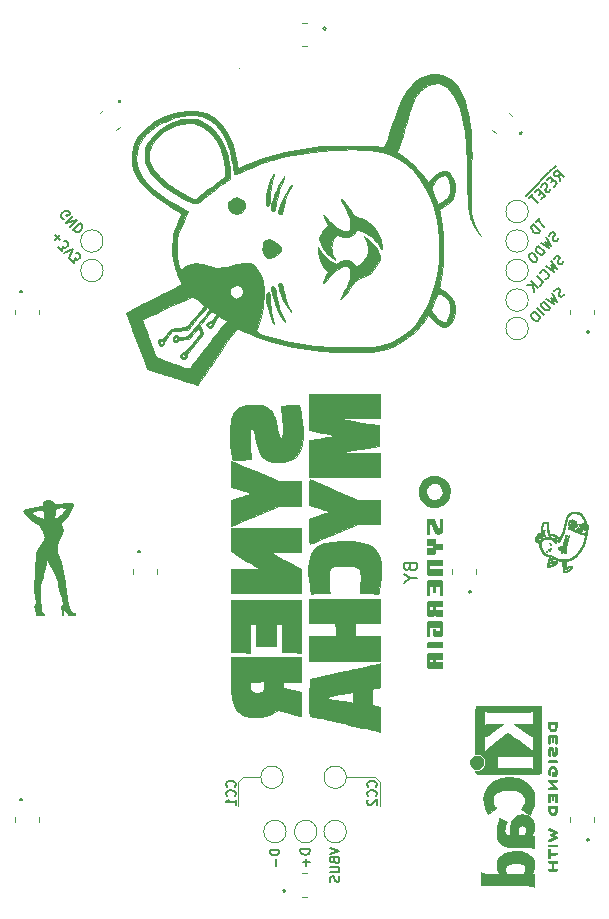
<source format=gbr>
G04 #@! TF.GenerationSoftware,KiCad,Pcbnew,5.1.7-a382d34a8~87~ubuntu18.04.1*
G04 #@! TF.CreationDate,2020-11-02T17:13:51+01:00*
G04 #@! TF.ProjectId,synermycha-electronics,73796e65-726d-4796-9368-612d656c6563,rev?*
G04 #@! TF.SameCoordinates,Original*
G04 #@! TF.FileFunction,Legend,Bot*
G04 #@! TF.FilePolarity,Positive*
%FSLAX46Y46*%
G04 Gerber Fmt 4.6, Leading zero omitted, Abs format (unit mm)*
G04 Created by KiCad (PCBNEW 5.1.7-a382d34a8~87~ubuntu18.04.1) date 2020-11-02 17:13:51*
%MOMM*%
%LPD*%
G01*
G04 APERTURE LIST*
%ADD10C,0.120000*%
%ADD11C,0.150000*%
%ADD12C,0.210000*%
%ADD13C,0.010000*%
%ADD14C,0.100000*%
%ADD15C,0.200000*%
G04 APERTURE END LIST*
D10*
X40000000Y-169400000D02*
X39800000Y-169400000D01*
X39400000Y-169800000D02*
X39400000Y-170000000D01*
X39800000Y-169400000D02*
X39400000Y-169800000D01*
X40000000Y-169400000D02*
X40400000Y-169400000D01*
X39400000Y-171800000D02*
X39400000Y-170000000D01*
X51000000Y-169400000D02*
X50400000Y-169400000D01*
X51400000Y-169800000D02*
X51400000Y-170400000D01*
X51000000Y-169400000D02*
X51400000Y-169800000D01*
X48600000Y-169400000D02*
X49000000Y-169400000D01*
X40400000Y-169400000D02*
X41200000Y-169400000D01*
X50400000Y-169400000D02*
X48800000Y-169400000D01*
X51400000Y-171800000D02*
X51400000Y-170400000D01*
D11*
X42861904Y-175537976D02*
X42061904Y-175537976D01*
X42061904Y-175728452D01*
X42100000Y-175842738D01*
X42176190Y-175918928D01*
X42252380Y-175957023D01*
X42404761Y-175995119D01*
X42519047Y-175995119D01*
X42671428Y-175957023D01*
X42747619Y-175918928D01*
X42823809Y-175842738D01*
X42861904Y-175728452D01*
X42861904Y-175537976D01*
X42557142Y-176337976D02*
X42557142Y-176947500D01*
X45461904Y-175487976D02*
X44661904Y-175487976D01*
X44661904Y-175678452D01*
X44700000Y-175792738D01*
X44776190Y-175868928D01*
X44852380Y-175907023D01*
X45004761Y-175945119D01*
X45119047Y-175945119D01*
X45271428Y-175907023D01*
X45347619Y-175868928D01*
X45423809Y-175792738D01*
X45461904Y-175678452D01*
X45461904Y-175487976D01*
X45157142Y-176287976D02*
X45157142Y-176897500D01*
X45461904Y-176592738D02*
X44852380Y-176592738D01*
X23843408Y-123512596D02*
X24274406Y-123943594D01*
X24274406Y-123512596D02*
X23843408Y-123943594D01*
X24139719Y-124509280D02*
X24489906Y-124859466D01*
X24516843Y-124455405D01*
X24597655Y-124536217D01*
X24678467Y-124563154D01*
X24732342Y-124563154D01*
X24813154Y-124536217D01*
X24947841Y-124401530D01*
X24974779Y-124320718D01*
X24974779Y-124266843D01*
X24947841Y-124186031D01*
X24786217Y-124024406D01*
X24705405Y-123997469D01*
X24651530Y-123997469D01*
X24651530Y-125021090D02*
X25405777Y-124643967D01*
X25028654Y-125398214D01*
X25163341Y-125532901D02*
X25513527Y-125883087D01*
X25540464Y-125479026D01*
X25621276Y-125559838D01*
X25702089Y-125586776D01*
X25755963Y-125586776D01*
X25836776Y-125559838D01*
X25971463Y-125425151D01*
X25998400Y-125344339D01*
X25998400Y-125290464D01*
X25971463Y-125209652D01*
X25809838Y-125048028D01*
X25729026Y-125021090D01*
X25675151Y-125021090D01*
X24605219Y-122170904D02*
X24524406Y-122143967D01*
X24443594Y-122063154D01*
X24389719Y-121955405D01*
X24389719Y-121847655D01*
X24416657Y-121766843D01*
X24497469Y-121632156D01*
X24578281Y-121551344D01*
X24712968Y-121470532D01*
X24793780Y-121443594D01*
X24901530Y-121443594D01*
X25009280Y-121497469D01*
X25063154Y-121551344D01*
X25117029Y-121659093D01*
X25117029Y-121712968D01*
X24928467Y-121901530D01*
X24820718Y-121793780D01*
X25413341Y-121901530D02*
X24847655Y-122467215D01*
X25736589Y-122224779D01*
X25170904Y-122790464D01*
X26005963Y-122494153D02*
X25440278Y-123059838D01*
X25574965Y-123194525D01*
X25682715Y-123248400D01*
X25790464Y-123248400D01*
X25871276Y-123221463D01*
X26005963Y-123140650D01*
X26086776Y-123059838D01*
X26167588Y-122925151D01*
X26194525Y-122844339D01*
X26194525Y-122736589D01*
X26140650Y-122628840D01*
X26005963Y-122494153D01*
X39085714Y-170188214D02*
X39123809Y-170150119D01*
X39161904Y-170035833D01*
X39161904Y-169959642D01*
X39123809Y-169845357D01*
X39047619Y-169769166D01*
X38971428Y-169731071D01*
X38819047Y-169692976D01*
X38704761Y-169692976D01*
X38552380Y-169731071D01*
X38476190Y-169769166D01*
X38400000Y-169845357D01*
X38361904Y-169959642D01*
X38361904Y-170035833D01*
X38400000Y-170150119D01*
X38438095Y-170188214D01*
X39085714Y-170988214D02*
X39123809Y-170950119D01*
X39161904Y-170835833D01*
X39161904Y-170759642D01*
X39123809Y-170645357D01*
X39047619Y-170569166D01*
X38971428Y-170531071D01*
X38819047Y-170492976D01*
X38704761Y-170492976D01*
X38552380Y-170531071D01*
X38476190Y-170569166D01*
X38400000Y-170645357D01*
X38361904Y-170759642D01*
X38361904Y-170835833D01*
X38400000Y-170950119D01*
X38438095Y-170988214D01*
X39161904Y-171750119D02*
X39161904Y-171292976D01*
X39161904Y-171521547D02*
X38361904Y-171521547D01*
X38476190Y-171445357D01*
X38552380Y-171369166D01*
X38590476Y-171292976D01*
X51035714Y-170188214D02*
X51073809Y-170150119D01*
X51111904Y-170035833D01*
X51111904Y-169959642D01*
X51073809Y-169845357D01*
X50997619Y-169769166D01*
X50921428Y-169731071D01*
X50769047Y-169692976D01*
X50654761Y-169692976D01*
X50502380Y-169731071D01*
X50426190Y-169769166D01*
X50350000Y-169845357D01*
X50311904Y-169959642D01*
X50311904Y-170035833D01*
X50350000Y-170150119D01*
X50388095Y-170188214D01*
X51035714Y-170988214D02*
X51073809Y-170950119D01*
X51111904Y-170835833D01*
X51111904Y-170759642D01*
X51073809Y-170645357D01*
X50997619Y-170569166D01*
X50921428Y-170531071D01*
X50769047Y-170492976D01*
X50654761Y-170492976D01*
X50502380Y-170531071D01*
X50426190Y-170569166D01*
X50350000Y-170645357D01*
X50311904Y-170759642D01*
X50311904Y-170835833D01*
X50350000Y-170950119D01*
X50388095Y-170988214D01*
X50388095Y-171292976D02*
X50350000Y-171331071D01*
X50311904Y-171407261D01*
X50311904Y-171597738D01*
X50350000Y-171673928D01*
X50388095Y-171712023D01*
X50464285Y-171750119D01*
X50540476Y-171750119D01*
X50654761Y-171712023D01*
X51111904Y-171254880D01*
X51111904Y-171750119D01*
X66282816Y-117626824D02*
X65717131Y-118192510D01*
X66625965Y-118885845D02*
X66545153Y-118427909D01*
X66949214Y-118562596D02*
X66383528Y-117996910D01*
X66168029Y-118212410D01*
X66141092Y-118293222D01*
X66141092Y-118347097D01*
X66168029Y-118427909D01*
X66248841Y-118508721D01*
X66329654Y-118535658D01*
X66383528Y-118535658D01*
X66464341Y-118508721D01*
X66679840Y-118293222D01*
X65717131Y-118192510D02*
X65205320Y-118704320D01*
X66087217Y-118831970D02*
X65898655Y-119020532D01*
X66114154Y-119397655D02*
X66383528Y-119128281D01*
X65817843Y-118562596D01*
X65548469Y-118831970D01*
X65205320Y-118704320D02*
X64666572Y-119243068D01*
X65871718Y-119586217D02*
X65817843Y-119693967D01*
X65683156Y-119828654D01*
X65602344Y-119855591D01*
X65548469Y-119855591D01*
X65467657Y-119828654D01*
X65413782Y-119774779D01*
X65386845Y-119693967D01*
X65386845Y-119640092D01*
X65413782Y-119559280D01*
X65494594Y-119424593D01*
X65521532Y-119343780D01*
X65521532Y-119289906D01*
X65494594Y-119209093D01*
X65440719Y-119155219D01*
X65359907Y-119128281D01*
X65306032Y-119128281D01*
X65225220Y-119155219D01*
X65090533Y-119289906D01*
X65036658Y-119397655D01*
X64666572Y-119243068D02*
X64154762Y-119754879D01*
X65036658Y-119882528D02*
X64848097Y-120071090D01*
X65063596Y-120448214D02*
X65332970Y-120178840D01*
X64767284Y-119613154D01*
X64497910Y-119882528D01*
X64154762Y-119754879D02*
X63723763Y-120185877D01*
X64336286Y-120044153D02*
X64013037Y-120367402D01*
X64740347Y-120771463D02*
X64174662Y-120205777D01*
X64901971Y-122078467D02*
X64578723Y-122401716D01*
X65306032Y-122805777D02*
X64740347Y-122240092D01*
X64955846Y-123155963D02*
X64390161Y-122590278D01*
X64255474Y-122724965D01*
X64201599Y-122832715D01*
X64201599Y-122940464D01*
X64228536Y-123021276D01*
X64309349Y-123155963D01*
X64390161Y-123236776D01*
X64524848Y-123317588D01*
X64605660Y-123344525D01*
X64713410Y-123344525D01*
X64821159Y-123290650D01*
X64955846Y-123155963D01*
X66533715Y-123724220D02*
X66479840Y-123831970D01*
X66345153Y-123966657D01*
X66264341Y-123993594D01*
X66210466Y-123993594D01*
X66129654Y-123966657D01*
X66075779Y-123912782D01*
X66048841Y-123831970D01*
X66048841Y-123778095D01*
X66075779Y-123697283D01*
X66156591Y-123562596D01*
X66183528Y-123481784D01*
X66183528Y-123427909D01*
X66156591Y-123347097D01*
X66102716Y-123293222D01*
X66021904Y-123266284D01*
X65968029Y-123266284D01*
X65887217Y-123293222D01*
X65752530Y-123427909D01*
X65698655Y-123535658D01*
X65483156Y-123697283D02*
X65914154Y-124397655D01*
X65402344Y-124101344D01*
X65698655Y-124613154D01*
X64998283Y-124182156D01*
X65348469Y-124963341D02*
X64782784Y-124397655D01*
X64648097Y-124532342D01*
X64594222Y-124640092D01*
X64594222Y-124747841D01*
X64621159Y-124828654D01*
X64701971Y-124963341D01*
X64782784Y-125044153D01*
X64917471Y-125124965D01*
X64998283Y-125151902D01*
X65106032Y-125151902D01*
X65213782Y-125098028D01*
X65348469Y-124963341D01*
X64109349Y-125071090D02*
X64001599Y-125178840D01*
X63974662Y-125259652D01*
X63974662Y-125367402D01*
X64055474Y-125502089D01*
X64244036Y-125690650D01*
X64378723Y-125771463D01*
X64486472Y-125771463D01*
X64567284Y-125744525D01*
X64675034Y-125636776D01*
X64701971Y-125555963D01*
X64701971Y-125448214D01*
X64621159Y-125313527D01*
X64432597Y-125124965D01*
X64297910Y-125044153D01*
X64190161Y-125044153D01*
X64109349Y-125071090D01*
X66964713Y-125693222D02*
X66910838Y-125800971D01*
X66776151Y-125935658D01*
X66695339Y-125962596D01*
X66641464Y-125962596D01*
X66560652Y-125935658D01*
X66506777Y-125881784D01*
X66479840Y-125800971D01*
X66479840Y-125747097D01*
X66506777Y-125666284D01*
X66587589Y-125531597D01*
X66614527Y-125450785D01*
X66614527Y-125396910D01*
X66587589Y-125316098D01*
X66533715Y-125262223D01*
X66452902Y-125235286D01*
X66399028Y-125235286D01*
X66318215Y-125262223D01*
X66183528Y-125396910D01*
X66129654Y-125504660D01*
X65914154Y-125666284D02*
X66345153Y-126366657D01*
X65833342Y-126070345D01*
X66129654Y-126582156D01*
X65429281Y-126151158D01*
X65402344Y-127201716D02*
X65456219Y-127201716D01*
X65563968Y-127147841D01*
X65617843Y-127093967D01*
X65671718Y-126986217D01*
X65671718Y-126878467D01*
X65644780Y-126797655D01*
X65563968Y-126662968D01*
X65483156Y-126582156D01*
X65348469Y-126501344D01*
X65267657Y-126474406D01*
X65159907Y-126474406D01*
X65052158Y-126528281D01*
X64998283Y-126582156D01*
X64944408Y-126689906D01*
X64944408Y-126743780D01*
X64944408Y-127767402D02*
X65213782Y-127498028D01*
X64648097Y-126932342D01*
X64755846Y-127955963D02*
X64190161Y-127390278D01*
X64432597Y-128279212D02*
X64351785Y-127713527D01*
X63866912Y-127713527D02*
X64513410Y-127713527D01*
X67003089Y-128454846D02*
X66949214Y-128562596D01*
X66814527Y-128697283D01*
X66733715Y-128724220D01*
X66679840Y-128724220D01*
X66599028Y-128697283D01*
X66545153Y-128643408D01*
X66518215Y-128562596D01*
X66518215Y-128508721D01*
X66545153Y-128427909D01*
X66625965Y-128293222D01*
X66652902Y-128212410D01*
X66652902Y-128158535D01*
X66625965Y-128077723D01*
X66572090Y-128023848D01*
X66491278Y-127996910D01*
X66437403Y-127996910D01*
X66356591Y-128023848D01*
X66221904Y-128158535D01*
X66168029Y-128266284D01*
X65952530Y-128427909D02*
X66383528Y-129128281D01*
X65871718Y-128831970D01*
X66168029Y-129343780D01*
X65467657Y-128912782D01*
X65817843Y-129693967D02*
X65252158Y-129128281D01*
X65117471Y-129262968D01*
X65063596Y-129370718D01*
X65063596Y-129478467D01*
X65090533Y-129559280D01*
X65171345Y-129693967D01*
X65252158Y-129774779D01*
X65386845Y-129855591D01*
X65467657Y-129882528D01*
X65575406Y-129882528D01*
X65683156Y-129828654D01*
X65817843Y-129693967D01*
X65252158Y-130259652D02*
X64686472Y-129693967D01*
X64309349Y-130071090D02*
X64201599Y-130178840D01*
X64174662Y-130259652D01*
X64174662Y-130367402D01*
X64255474Y-130502089D01*
X64444036Y-130690650D01*
X64578723Y-130771463D01*
X64686472Y-130771463D01*
X64767284Y-130744525D01*
X64875034Y-130636776D01*
X64901971Y-130555963D01*
X64901971Y-130448214D01*
X64821159Y-130313527D01*
X64632597Y-130124965D01*
X64497910Y-130044153D01*
X64390161Y-130044153D01*
X64309349Y-130071090D01*
X47161904Y-175373690D02*
X47961904Y-175640357D01*
X47161904Y-175907023D01*
X47542857Y-176440357D02*
X47580952Y-176554642D01*
X47619047Y-176592738D01*
X47695238Y-176630833D01*
X47809523Y-176630833D01*
X47885714Y-176592738D01*
X47923809Y-176554642D01*
X47961904Y-176478452D01*
X47961904Y-176173690D01*
X47161904Y-176173690D01*
X47161904Y-176440357D01*
X47200000Y-176516547D01*
X47238095Y-176554642D01*
X47314285Y-176592738D01*
X47390476Y-176592738D01*
X47466666Y-176554642D01*
X47504761Y-176516547D01*
X47542857Y-176440357D01*
X47542857Y-176173690D01*
X47161904Y-176973690D02*
X47809523Y-176973690D01*
X47885714Y-177011785D01*
X47923809Y-177049880D01*
X47961904Y-177126071D01*
X47961904Y-177278452D01*
X47923809Y-177354642D01*
X47885714Y-177392738D01*
X47809523Y-177430833D01*
X47161904Y-177430833D01*
X47923809Y-177773690D02*
X47961904Y-177887976D01*
X47961904Y-178078452D01*
X47923809Y-178154642D01*
X47885714Y-178192738D01*
X47809523Y-178230833D01*
X47733333Y-178230833D01*
X47657142Y-178192738D01*
X47619047Y-178154642D01*
X47580952Y-178078452D01*
X47542857Y-177926071D01*
X47504761Y-177849880D01*
X47466666Y-177811785D01*
X47390476Y-177773690D01*
X47314285Y-177773690D01*
X47238095Y-177811785D01*
X47200000Y-177849880D01*
X47161904Y-177926071D01*
X47161904Y-178116547D01*
X47200000Y-178230833D01*
D12*
X53921428Y-151607142D02*
X53973809Y-151764285D01*
X54026190Y-151816666D01*
X54130952Y-151869047D01*
X54288095Y-151869047D01*
X54392857Y-151816666D01*
X54445238Y-151764285D01*
X54497619Y-151659523D01*
X54497619Y-151240476D01*
X53397619Y-151240476D01*
X53397619Y-151607142D01*
X53450000Y-151711904D01*
X53502380Y-151764285D01*
X53607142Y-151816666D01*
X53711904Y-151816666D01*
X53816666Y-151764285D01*
X53869047Y-151711904D01*
X53921428Y-151607142D01*
X53921428Y-151240476D01*
X53973809Y-152550000D02*
X54497619Y-152550000D01*
X53397619Y-152183333D02*
X53973809Y-152550000D01*
X53397619Y-152916666D01*
D13*
G36*
X67758213Y-146910392D02*
G01*
X67739555Y-146910892D01*
X67722828Y-146911774D01*
X67709213Y-146913037D01*
X67699889Y-146914679D01*
X67696786Y-146915883D01*
X67689344Y-146918976D01*
X67678375Y-146921607D01*
X67669938Y-146922802D01*
X67663508Y-146923720D01*
X67656453Y-146925453D01*
X67648021Y-146928321D01*
X67637458Y-146932644D01*
X67624011Y-146938744D01*
X67606928Y-146946941D01*
X67585455Y-146957556D01*
X67568989Y-146965803D01*
X67543934Y-146978477D01*
X67523848Y-146988862D01*
X67507969Y-146997407D01*
X67495536Y-147004555D01*
X67485785Y-147010755D01*
X67477955Y-147016451D01*
X67471284Y-147022090D01*
X67468681Y-147024514D01*
X67458097Y-147033750D01*
X67447346Y-147041741D01*
X67438588Y-147046894D01*
X67437868Y-147047207D01*
X67430505Y-147051704D01*
X67419891Y-147060087D01*
X67406938Y-147071450D01*
X67392558Y-147084884D01*
X67377662Y-147099480D01*
X67363162Y-147114330D01*
X67349969Y-147128526D01*
X67338996Y-147141158D01*
X67331152Y-147151319D01*
X67327825Y-147156875D01*
X67322877Y-147165105D01*
X67314536Y-147176178D01*
X67304013Y-147188563D01*
X67295074Y-147198150D01*
X67284479Y-147209548D01*
X67275536Y-147220152D01*
X67269241Y-147228715D01*
X67266653Y-147233691D01*
X67263652Y-147239629D01*
X67257298Y-147248686D01*
X67248654Y-147259421D01*
X67242601Y-147266297D01*
X67233399Y-147276834D01*
X67226099Y-147286038D01*
X67221627Y-147292688D01*
X67220675Y-147295120D01*
X67218663Y-147299967D01*
X67213475Y-147307433D01*
X67208531Y-147313314D01*
X67200592Y-147323520D01*
X67192332Y-147336477D01*
X67184602Y-147350541D01*
X67178255Y-147364071D01*
X67174143Y-147375422D01*
X67173035Y-147381759D01*
X67171631Y-147387926D01*
X67167977Y-147397837D01*
X67162890Y-147409677D01*
X67157188Y-147421628D01*
X67151686Y-147431874D01*
X67147797Y-147437862D01*
X67145970Y-147442701D01*
X67144109Y-147451374D01*
X67143350Y-147456389D01*
X67140774Y-147467698D01*
X67136679Y-147477874D01*
X67134974Y-147480691D01*
X67130397Y-147490448D01*
X67128651Y-147503752D01*
X67128600Y-147507196D01*
X67128145Y-147516257D01*
X67126411Y-147524856D01*
X67122844Y-147534681D01*
X67116891Y-147547421D01*
X67112725Y-147555649D01*
X67096850Y-147586548D01*
X67096850Y-147617770D01*
X67096753Y-147631940D01*
X67096112Y-147642213D01*
X67094402Y-147650696D01*
X67091101Y-147659492D01*
X67085685Y-147670706D01*
X67081769Y-147678365D01*
X67074883Y-147692102D01*
X67070473Y-147702277D01*
X67067980Y-147710903D01*
X67066840Y-147719991D01*
X67066493Y-147731555D01*
X67066478Y-147733151D01*
X67065913Y-147748067D01*
X67064297Y-147758429D01*
X67061313Y-147765990D01*
X67060164Y-147767882D01*
X67055761Y-147778477D01*
X67052792Y-147794148D01*
X67052163Y-147800380D01*
X67050081Y-147816220D01*
X67046795Y-147826497D01*
X67044463Y-147829975D01*
X67040162Y-147838448D01*
X67037186Y-147852962D01*
X67036463Y-147859375D01*
X67033907Y-147875662D01*
X67029855Y-147889626D01*
X67027458Y-147894940D01*
X67023602Y-147903822D01*
X67021477Y-147913993D01*
X67020687Y-147927641D01*
X67020650Y-147932549D01*
X67020332Y-147946310D01*
X67019111Y-147955695D01*
X67016593Y-147962657D01*
X67013549Y-147967555D01*
X67009891Y-147973949D01*
X67007398Y-147981965D01*
X67005706Y-147993223D01*
X67004552Y-148007733D01*
X67002959Y-148025394D01*
X67000537Y-148038351D01*
X66996952Y-148048231D01*
X66995779Y-148050515D01*
X66989854Y-148067923D01*
X66988901Y-148079807D01*
X66986669Y-148097400D01*
X66982562Y-148106917D01*
X66979032Y-148114433D01*
X66977042Y-148123779D01*
X66976252Y-148136856D01*
X66976196Y-148142712D01*
X66975855Y-148156706D01*
X66974572Y-148166531D01*
X66971902Y-148174350D01*
X66968346Y-148180812D01*
X66963425Y-148191172D01*
X66960583Y-148201713D01*
X66960325Y-148204625D01*
X66958484Y-148214343D01*
X66954117Y-148225202D01*
X66952305Y-148228437D01*
X66947404Y-148238792D01*
X66944607Y-148249330D01*
X66944368Y-148252250D01*
X66942579Y-148261963D01*
X66938245Y-148272818D01*
X66936430Y-148276062D01*
X66930494Y-148289244D01*
X66928598Y-148304281D01*
X66928592Y-148305263D01*
X66926057Y-148323665D01*
X66920638Y-148336692D01*
X66916441Y-148345727D01*
X66914012Y-148354687D01*
X66912915Y-148365853D01*
X66912700Y-148378029D01*
X66912700Y-148404438D01*
X66898413Y-148420524D01*
X66890122Y-148430671D01*
X66885680Y-148438643D01*
X66884093Y-148446372D01*
X66884026Y-148448412D01*
X66881981Y-148459719D01*
X66876872Y-148471619D01*
X66876105Y-148472912D01*
X66870870Y-148483730D01*
X66868570Y-148495678D01*
X66868267Y-148504172D01*
X66867393Y-148517612D01*
X66864397Y-148527355D01*
X66861343Y-148532432D01*
X66856162Y-148543343D01*
X66852904Y-148559199D01*
X66852299Y-148564672D01*
X66851287Y-148573038D01*
X66849673Y-148580928D01*
X66847041Y-148589402D01*
X66842977Y-148599518D01*
X66837067Y-148612335D01*
X66828896Y-148628911D01*
X66821107Y-148644306D01*
X66812209Y-148662168D01*
X66804413Y-148678544D01*
X66798164Y-148692439D01*
X66793906Y-148702858D01*
X66792086Y-148708805D01*
X66792050Y-148709263D01*
X66790601Y-148715114D01*
X66786623Y-148725394D01*
X66780673Y-148738980D01*
X66773308Y-148754753D01*
X66765085Y-148771589D01*
X66756560Y-148788368D01*
X66748291Y-148803967D01*
X66740834Y-148817267D01*
X66734746Y-148827144D01*
X66731178Y-148831889D01*
X66726760Y-148837968D01*
X66720369Y-148848545D01*
X66712499Y-148862628D01*
X66703643Y-148879229D01*
X66694297Y-148897359D01*
X66684953Y-148916027D01*
X66676107Y-148934245D01*
X66668251Y-148951022D01*
X66661881Y-148965370D01*
X66657489Y-148976298D01*
X66655570Y-148982818D01*
X66655525Y-148983423D01*
X66652596Y-148997170D01*
X66644387Y-149010776D01*
X66638588Y-149016974D01*
X66634366Y-149022435D01*
X66628155Y-149032409D01*
X66620667Y-149045665D01*
X66612614Y-149060971D01*
X66609206Y-149067774D01*
X66600893Y-149084013D01*
X66592600Y-149099140D01*
X66585119Y-149111782D01*
X66579243Y-149120562D01*
X66577616Y-149122578D01*
X66570428Y-149132243D01*
X66564767Y-149142574D01*
X66563579Y-149145621D01*
X66559564Y-149154059D01*
X66554629Y-149159842D01*
X66553819Y-149160357D01*
X66547295Y-149160516D01*
X66539180Y-149155917D01*
X66530560Y-149147559D01*
X66522518Y-149136442D01*
X66517518Y-149126895D01*
X66507874Y-149111353D01*
X66493461Y-149096246D01*
X66475783Y-149083006D01*
X66465025Y-149076943D01*
X66455711Y-149071289D01*
X66448985Y-149064114D01*
X66442823Y-149053202D01*
X66442274Y-149052061D01*
X66432565Y-149036551D01*
X66419242Y-149021721D01*
X66404248Y-149009481D01*
X66392035Y-149002702D01*
X66382044Y-148997213D01*
X66372355Y-148989939D01*
X66371363Y-148989029D01*
X66364420Y-148983773D01*
X66353456Y-148976946D01*
X66340232Y-148969600D01*
X66331720Y-148965274D01*
X66317972Y-148958127D01*
X66305393Y-148950837D01*
X66295747Y-148944464D01*
X66292033Y-148941455D01*
X66284719Y-148935862D01*
X66273628Y-148928931D01*
X66260786Y-148921897D01*
X66256578Y-148919799D01*
X66242847Y-148912635D01*
X66229479Y-148904824D01*
X66218882Y-148897794D01*
X66216891Y-148896280D01*
X66198082Y-148883182D01*
X66178991Y-148873174D01*
X66161077Y-148866914D01*
X66147334Y-148865024D01*
X66128712Y-148862271D01*
X66116449Y-148857087D01*
X66106182Y-148852477D01*
X66096709Y-148849614D01*
X66092950Y-148849150D01*
X66085172Y-148847665D01*
X66074964Y-148843885D01*
X66069433Y-148841212D01*
X66058937Y-148836583D01*
X66049004Y-148833722D01*
X66045034Y-148833275D01*
X66035674Y-148831581D01*
X66026035Y-148827483D01*
X66025663Y-148827260D01*
X66015964Y-148822842D01*
X66004371Y-148819453D01*
X66001740Y-148818954D01*
X65990399Y-148816068D01*
X65979894Y-148811792D01*
X65977928Y-148810693D01*
X65971786Y-148807767D01*
X65963982Y-148805942D01*
X65952983Y-148804997D01*
X65937255Y-148804712D01*
X65936341Y-148804711D01*
X65920209Y-148804443D01*
X65908738Y-148803491D01*
X65900257Y-148801611D01*
X65893092Y-148798560D01*
X65892696Y-148798350D01*
X65883194Y-148793767D01*
X65876038Y-148792456D01*
X65868450Y-148794418D01*
X65860188Y-148798349D01*
X65853748Y-148801132D01*
X65846447Y-148802983D01*
X65836858Y-148804077D01*
X65823555Y-148804590D01*
X65808413Y-148804699D01*
X65790349Y-148804896D01*
X65777427Y-148805574D01*
X65768448Y-148806863D01*
X65762212Y-148808893D01*
X65760226Y-148809937D01*
X65751285Y-148813521D01*
X65745099Y-148811680D01*
X65741155Y-148804115D01*
X65739848Y-148797985D01*
X65737710Y-148788536D01*
X65735012Y-148781455D01*
X65734165Y-148780151D01*
X65731068Y-148775343D01*
X65726192Y-148766630D01*
X65720541Y-148755815D01*
X65720016Y-148754775D01*
X65713542Y-148740313D01*
X65710216Y-148728093D01*
X65709276Y-148715982D01*
X65707910Y-148701309D01*
X65703417Y-148689219D01*
X65701355Y-148685637D01*
X65696332Y-148675465D01*
X65693976Y-148664376D01*
X65693517Y-148653521D01*
X65692898Y-148640856D01*
X65690674Y-148632098D01*
X65686357Y-148625024D01*
X65683178Y-148620366D01*
X65681090Y-148615114D01*
X65679857Y-148607846D01*
X65679244Y-148597141D01*
X65679015Y-148581578D01*
X65679010Y-148580682D01*
X65678758Y-148564484D01*
X65678066Y-148553117D01*
X65676703Y-148545068D01*
X65674435Y-148538823D01*
X65671866Y-148534192D01*
X65669157Y-148529300D01*
X65667258Y-148524052D01*
X65666026Y-148517251D01*
X65665321Y-148507700D01*
X65665001Y-148494204D01*
X65664926Y-148475564D01*
X65664925Y-148475391D01*
X65664860Y-148456783D01*
X65664557Y-148443247D01*
X65663854Y-148433505D01*
X65662587Y-148426281D01*
X65660596Y-148420297D01*
X65657718Y-148414275D01*
X65656988Y-148412892D01*
X65654510Y-148408067D01*
X65652610Y-148403502D01*
X65651212Y-148398306D01*
X65650238Y-148391590D01*
X65649612Y-148382461D01*
X65649256Y-148370030D01*
X65649096Y-148353405D01*
X65649052Y-148331697D01*
X65649050Y-148320817D01*
X65649034Y-148296700D01*
X65648931Y-148278043D01*
X65648668Y-148263954D01*
X65648165Y-148253544D01*
X65647347Y-148245920D01*
X65646137Y-148240192D01*
X65644457Y-148235470D01*
X65642232Y-148230863D01*
X65641113Y-148228742D01*
X65633175Y-148213813D01*
X65633175Y-148114176D01*
X65633066Y-148084334D01*
X65632748Y-148058545D01*
X65632235Y-148037285D01*
X65631542Y-148021029D01*
X65630684Y-148010251D01*
X65629857Y-148005809D01*
X65628178Y-147996171D01*
X65629981Y-147983683D01*
X65630315Y-147982344D01*
X65632286Y-147973105D01*
X65631996Y-147966343D01*
X65628969Y-147959057D01*
X65625696Y-147953280D01*
X65622521Y-147947590D01*
X65620267Y-147942305D01*
X65618777Y-147936218D01*
X65617893Y-147928122D01*
X65617458Y-147916812D01*
X65617313Y-147901081D01*
X65617300Y-147889037D01*
X65617300Y-147839119D01*
X65600632Y-147821384D01*
X65587202Y-147808970D01*
X65573296Y-147799287D01*
X65567586Y-147796343D01*
X65558269Y-147791827D01*
X65551530Y-147787893D01*
X65549360Y-147786045D01*
X65545162Y-147783119D01*
X65538943Y-147780903D01*
X65529977Y-147777406D01*
X65521910Y-147772724D01*
X65513254Y-147768390D01*
X65502297Y-147765131D01*
X65499491Y-147764629D01*
X65487903Y-147761845D01*
X65476941Y-147757585D01*
X65475038Y-147756580D01*
X65470404Y-147754348D01*
X65464841Y-147752742D01*
X65457280Y-147751663D01*
X65446651Y-147751012D01*
X65431885Y-147750691D01*
X65411912Y-147750600D01*
X65410325Y-147750599D01*
X65390012Y-147750676D01*
X65374990Y-147750970D01*
X65364202Y-147751582D01*
X65356591Y-147752609D01*
X65351100Y-147754150D01*
X65346670Y-147756303D01*
X65346213Y-147756575D01*
X65336691Y-147760800D01*
X65324999Y-147764056D01*
X65321504Y-147764667D01*
X65309763Y-147767760D01*
X65298735Y-147774218D01*
X65291852Y-147779847D01*
X65280314Y-147788663D01*
X65269294Y-147793607D01*
X65260739Y-147795484D01*
X65255642Y-147796414D01*
X65251029Y-147797804D01*
X65246241Y-147800189D01*
X65240624Y-147804103D01*
X65233519Y-147810084D01*
X65224270Y-147818665D01*
X65212220Y-147830381D01*
X65196712Y-147845769D01*
X65186410Y-147856052D01*
X65170754Y-147871785D01*
X65156697Y-147886091D01*
X65144835Y-147898349D01*
X65135764Y-147907938D01*
X65130079Y-147914237D01*
X65128350Y-147916575D01*
X65127012Y-147920055D01*
X65123387Y-147927997D01*
X65118064Y-147939202D01*
X65111631Y-147952471D01*
X65104675Y-147966603D01*
X65097784Y-147980398D01*
X65091546Y-147992658D01*
X65086549Y-148002181D01*
X65085228Y-148004600D01*
X65082723Y-148012699D01*
X65081136Y-148025531D01*
X65080673Y-148037937D01*
X65080256Y-148052007D01*
X65078895Y-148061913D01*
X65076138Y-148069824D01*
X65072705Y-148076037D01*
X65069071Y-148082609D01*
X65066765Y-148089177D01*
X65065492Y-148097433D01*
X65064958Y-148109067D01*
X65064867Y-148121113D01*
X65064672Y-148136669D01*
X65063904Y-148147696D01*
X65062258Y-148156008D01*
X65059427Y-148163420D01*
X65056913Y-148168417D01*
X65053166Y-148176237D01*
X65050809Y-148183823D01*
X65049533Y-148193008D01*
X65049027Y-148205622D01*
X65048964Y-148215416D01*
X65048777Y-148230775D01*
X65048051Y-148241423D01*
X65046515Y-148248995D01*
X65043899Y-148255123D01*
X65041820Y-148258600D01*
X65039835Y-148261859D01*
X65038258Y-148265255D01*
X65037041Y-148269515D01*
X65036138Y-148275367D01*
X65035501Y-148283539D01*
X65035085Y-148294759D01*
X65034842Y-148309753D01*
X65034726Y-148329250D01*
X65034690Y-148353977D01*
X65034688Y-148369725D01*
X65034716Y-148397868D01*
X65034824Y-148420361D01*
X65035047Y-148437904D01*
X65035423Y-148451197D01*
X65035986Y-148460938D01*
X65036774Y-148467829D01*
X65037822Y-148472568D01*
X65039165Y-148475855D01*
X65040244Y-148477587D01*
X65044483Y-148486270D01*
X65045670Y-148494733D01*
X65043579Y-148500711D01*
X65042625Y-148501487D01*
X65040184Y-148506130D01*
X65039555Y-148513988D01*
X65040656Y-148522216D01*
X65043399Y-148527971D01*
X65043419Y-148527991D01*
X65045492Y-148533094D01*
X65047316Y-148543340D01*
X65048696Y-148557524D01*
X65049017Y-148562799D01*
X65050101Y-148578374D01*
X65051627Y-148589210D01*
X65053940Y-148596916D01*
X65057385Y-148603101D01*
X65057749Y-148603619D01*
X65061024Y-148608939D01*
X65063116Y-148614828D01*
X65064279Y-148622826D01*
X65064770Y-148634477D01*
X65064850Y-148646465D01*
X65065028Y-148662106D01*
X65065759Y-148673187D01*
X65067339Y-148681493D01*
X65070065Y-148688810D01*
X65072788Y-148694248D01*
X65077391Y-148704441D01*
X65080255Y-148713762D01*
X65080725Y-148717450D01*
X65082311Y-148727528D01*
X65087603Y-148737754D01*
X65097409Y-148749625D01*
X65098920Y-148751224D01*
X65106846Y-148761330D01*
X65110785Y-148772068D01*
X65111720Y-148778211D01*
X65114065Y-148789470D01*
X65119143Y-148799271D01*
X65126002Y-148807875D01*
X65135742Y-148820294D01*
X65141918Y-148831053D01*
X65144290Y-148839403D01*
X65142618Y-148844596D01*
X65138208Y-148845974D01*
X65133125Y-148844602D01*
X65123754Y-148840867D01*
X65111438Y-148835341D01*
X65097726Y-148828702D01*
X65085190Y-148822288D01*
X65075034Y-148816589D01*
X65066109Y-148810709D01*
X65057265Y-148803751D01*
X65047354Y-148794817D01*
X65035225Y-148783012D01*
X65021446Y-148769171D01*
X65006142Y-148753321D01*
X64993144Y-148739093D01*
X64983105Y-148727246D01*
X64976680Y-148718538D01*
X64974879Y-148715253D01*
X64971508Y-148708788D01*
X64966498Y-148703522D01*
X64958397Y-148698275D01*
X64946514Y-148692234D01*
X64935389Y-148687068D01*
X64926565Y-148683764D01*
X64917979Y-148681909D01*
X64907569Y-148681091D01*
X64893270Y-148680895D01*
X64889892Y-148680894D01*
X64872364Y-148681240D01*
X64859895Y-148682356D01*
X64851224Y-148684397D01*
X64847363Y-148686106D01*
X64838588Y-148690775D01*
X64827726Y-148696408D01*
X64823550Y-148698536D01*
X64816025Y-148703535D01*
X64805148Y-148712372D01*
X64791873Y-148724214D01*
X64777151Y-148738229D01*
X64769871Y-148745463D01*
X64730480Y-148785152D01*
X64728502Y-148808419D01*
X64725888Y-148826233D01*
X64721603Y-148838791D01*
X64720269Y-148841059D01*
X64718143Y-148844802D01*
X64716508Y-148849441D01*
X64715270Y-148855891D01*
X64714335Y-148865064D01*
X64713609Y-148877874D01*
X64712997Y-148895235D01*
X64712425Y-148917259D01*
X64710838Y-148984087D01*
X64683850Y-148985777D01*
X64672051Y-148986705D01*
X64662460Y-148988162D01*
X64653363Y-148990687D01*
X64643045Y-148994821D01*
X64629791Y-149001104D01*
X64620535Y-149005718D01*
X64596885Y-149018567D01*
X64578392Y-149030864D01*
X64566126Y-149041216D01*
X64555460Y-149050432D01*
X64544447Y-149058418D01*
X64535363Y-149063531D01*
X64534892Y-149063726D01*
X64523643Y-149069790D01*
X64517594Y-149077662D01*
X64515597Y-149088939D01*
X64515575Y-149090660D01*
X64513858Y-149100005D01*
X64509612Y-149110262D01*
X64508432Y-149112300D01*
X64504403Y-149120557D01*
X64501679Y-149131012D01*
X64499864Y-149145400D01*
X64499323Y-149152362D01*
X64497751Y-149167471D01*
X64495321Y-149182219D01*
X64492490Y-149193969D01*
X64491711Y-149196298D01*
X64488615Y-149205368D01*
X64487716Y-149211829D01*
X64489118Y-149218503D01*
X64492882Y-149228109D01*
X64496437Y-149238345D01*
X64498554Y-149249336D01*
X64499533Y-149263149D01*
X64499700Y-149275408D01*
X64499870Y-149290294D01*
X64500660Y-149300922D01*
X64502491Y-149309381D01*
X64505784Y-149317759D01*
X64509929Y-149326147D01*
X64517182Y-149338847D01*
X64525548Y-149351477D01*
X64531716Y-149359480D01*
X64541182Y-149373496D01*
X64545168Y-149386744D01*
X64547999Y-149398049D01*
X64553172Y-149411097D01*
X64559759Y-149424142D01*
X64566832Y-149435434D01*
X64573464Y-149443227D01*
X64576212Y-149445209D01*
X64583236Y-149447107D01*
X64595062Y-149448470D01*
X64610155Y-149449137D01*
X64614699Y-149449178D01*
X64629715Y-149449385D01*
X64640500Y-149450229D01*
X64649171Y-149452127D01*
X64657843Y-149455495D01*
X64665499Y-149459175D01*
X64677316Y-149465692D01*
X64688202Y-149472738D01*
X64694963Y-149478064D01*
X64704613Y-149485441D01*
X64715538Y-149491591D01*
X64716702Y-149492097D01*
X64724611Y-149496626D01*
X64735124Y-149504289D01*
X64746387Y-149513698D01*
X64750318Y-149517292D01*
X64762243Y-149527916D01*
X64771530Y-149534624D01*
X64779633Y-149538355D01*
X64784935Y-149539625D01*
X64803350Y-149540432D01*
X64821516Y-149537210D01*
X64835251Y-149531307D01*
X64841790Y-149528125D01*
X64849489Y-149526396D01*
X64860202Y-149525856D01*
X64871763Y-149526087D01*
X64898163Y-149527012D01*
X64896989Y-149552165D01*
X64895518Y-149568850D01*
X64892574Y-149581578D01*
X64888258Y-149591532D01*
X64883907Y-149601337D01*
X64881568Y-149611663D01*
X64880733Y-149625054D01*
X64880700Y-149629504D01*
X64880241Y-149643720D01*
X64878580Y-149653790D01*
X64875291Y-149661869D01*
X64873821Y-149664393D01*
X64870862Y-149669870D01*
X64868887Y-149675855D01*
X64867704Y-149683744D01*
X64867121Y-149694933D01*
X64866945Y-149710818D01*
X64866942Y-149714335D01*
X64867052Y-149731074D01*
X64867508Y-149742808D01*
X64868500Y-149750881D01*
X64870220Y-149756635D01*
X64872859Y-149761413D01*
X64873821Y-149762806D01*
X64878655Y-149772444D01*
X64880589Y-149784779D01*
X64880700Y-149789760D01*
X64882724Y-149807215D01*
X64888638Y-149821982D01*
X64895186Y-149839451D01*
X64896575Y-149853415D01*
X64896930Y-149860417D01*
X64898274Y-149867556D01*
X64901029Y-149875954D01*
X64905615Y-149886732D01*
X64912455Y-149901011D01*
X64920388Y-149916804D01*
X64929357Y-149934657D01*
X64935761Y-149948067D01*
X64940023Y-149958193D01*
X64942567Y-149966195D01*
X64943816Y-149973232D01*
X64944193Y-149980464D01*
X64944200Y-149982046D01*
X64944676Y-149992535D01*
X64945902Y-150000468D01*
X64947125Y-150003421D01*
X64951307Y-150009355D01*
X64956662Y-150019093D01*
X64962338Y-150030780D01*
X64967481Y-150042564D01*
X64971238Y-150052590D01*
X64972758Y-150059005D01*
X64972760Y-150059141D01*
X64974226Y-150064816D01*
X64978287Y-150075083D01*
X64984459Y-150088981D01*
X64992255Y-150105551D01*
X65001190Y-150123833D01*
X65010777Y-150142866D01*
X65020531Y-150161690D01*
X65029967Y-150179345D01*
X65038597Y-150194872D01*
X65045937Y-150207310D01*
X65051501Y-150215698D01*
X65052817Y-150217359D01*
X65059789Y-150226703D01*
X65064934Y-150235783D01*
X65066512Y-150240135D01*
X65068933Y-150247342D01*
X65071614Y-150251167D01*
X65074541Y-150254941D01*
X65078817Y-150262647D01*
X65082072Y-150269460D01*
X65088212Y-150280728D01*
X65095609Y-150291087D01*
X65099365Y-150295162D01*
X65105490Y-150301505D01*
X65108987Y-150306278D01*
X65109300Y-150307264D01*
X65111105Y-150314298D01*
X65115926Y-150324856D01*
X65122879Y-150337453D01*
X65131076Y-150350605D01*
X65139631Y-150362827D01*
X65147657Y-150372635D01*
X65149478Y-150374536D01*
X65158696Y-150384730D01*
X65166596Y-150395189D01*
X65171491Y-150403676D01*
X65171539Y-150403791D01*
X65182092Y-150421385D01*
X65197351Y-150435422D01*
X65205113Y-150440062D01*
X65213100Y-150445592D01*
X65218349Y-150451819D01*
X65218957Y-150453265D01*
X65223855Y-150462300D01*
X65232434Y-150472181D01*
X65242701Y-150480900D01*
X65251402Y-150485957D01*
X65260477Y-150492241D01*
X65265073Y-150499202D01*
X65270284Y-150508152D01*
X65279226Y-150518963D01*
X65290293Y-150530058D01*
X65301878Y-150539858D01*
X65312374Y-150546786D01*
X65314627Y-150547879D01*
X65325340Y-150553759D01*
X65336492Y-150561623D01*
X65340027Y-150564594D01*
X65348626Y-150571464D01*
X65356664Y-150576529D01*
X65359683Y-150577841D01*
X65366557Y-150581352D01*
X65375165Y-150587487D01*
X65378733Y-150590497D01*
X65386055Y-150595884D01*
X65397284Y-150602787D01*
X65411139Y-150610556D01*
X65426336Y-150618544D01*
X65441591Y-150626101D01*
X65455623Y-150632579D01*
X65467148Y-150637327D01*
X65474884Y-150639699D01*
X65476308Y-150639850D01*
X65483608Y-150641507D01*
X65494479Y-150645907D01*
X65507261Y-150652193D01*
X65520295Y-150659508D01*
X65531920Y-150666995D01*
X65538341Y-150671886D01*
X65546054Y-150677569D01*
X65554494Y-150681712D01*
X65564807Y-150684547D01*
X65578141Y-150686304D01*
X65595642Y-150687215D01*
X65615713Y-150687503D01*
X65632867Y-150687656D01*
X65645122Y-150688092D01*
X65653926Y-150689041D01*
X65660730Y-150690732D01*
X65666983Y-150693394D01*
X65672863Y-150696544D01*
X65688738Y-150705405D01*
X65689669Y-150729974D01*
X65689855Y-150743738D01*
X65688945Y-150753224D01*
X65686618Y-150760458D01*
X65684113Y-150765040D01*
X65681054Y-150771005D01*
X65679112Y-150777984D01*
X65678053Y-150787536D01*
X65677643Y-150801222D01*
X65677609Y-150808499D01*
X65677447Y-150823926D01*
X65676789Y-150834670D01*
X65675348Y-150842394D01*
X65672840Y-150848761D01*
X65669771Y-150854162D01*
X65665742Y-150861683D01*
X65663336Y-150869440D01*
X65662143Y-150879463D01*
X65661751Y-150893785D01*
X65661751Y-150893850D01*
X65661361Y-150908191D01*
X65660171Y-150918227D01*
X65657771Y-150925988D01*
X65653749Y-150933507D01*
X65653730Y-150933537D01*
X65650142Y-150940015D01*
X65647838Y-150946505D01*
X65646533Y-150954654D01*
X65645943Y-150966111D01*
X65645793Y-150979575D01*
X65645586Y-150995107D01*
X65644904Y-151005940D01*
X65643462Y-151013723D01*
X65640976Y-151020102D01*
X65637855Y-151025612D01*
X65632991Y-151035817D01*
X65630243Y-151046059D01*
X65630017Y-151048934D01*
X65628074Y-151058945D01*
X65623341Y-151068889D01*
X65622899Y-151069530D01*
X65619251Y-151075894D01*
X65616773Y-151083841D01*
X65615103Y-151094998D01*
X65613956Y-151109708D01*
X65612810Y-151124765D01*
X65611099Y-151135924D01*
X65608152Y-151145636D01*
X65603297Y-151156353D01*
X65598833Y-151164957D01*
X65591934Y-151178735D01*
X65587848Y-151189332D01*
X65585909Y-151198880D01*
X65585451Y-151207819D01*
X65584143Y-151222387D01*
X65579832Y-151234301D01*
X65577530Y-151238337D01*
X65573942Y-151244815D01*
X65571638Y-151251305D01*
X65570333Y-151259454D01*
X65569743Y-151270911D01*
X65569593Y-151284375D01*
X65569386Y-151299907D01*
X65568704Y-151310740D01*
X65567262Y-151318523D01*
X65564776Y-151324902D01*
X65561655Y-151330412D01*
X65557411Y-151338444D01*
X65555012Y-151346754D01*
X65553980Y-151357598D01*
X65553817Y-151367550D01*
X65553375Y-151381916D01*
X65551724Y-151392514D01*
X65548342Y-151401888D01*
X65545664Y-151407238D01*
X65542494Y-151413436D01*
X65540327Y-151418966D01*
X65539026Y-151425123D01*
X65538459Y-151433202D01*
X65538489Y-151444496D01*
X65538984Y-151460300D01*
X65539294Y-151468525D01*
X65540254Y-151492628D01*
X65541126Y-151511307D01*
X65542024Y-151525484D01*
X65543061Y-151536080D01*
X65544350Y-151544017D01*
X65546005Y-151550218D01*
X65548138Y-151555606D01*
X65550602Y-151560600D01*
X65555188Y-151569437D01*
X65559107Y-151575947D01*
X65563374Y-151580485D01*
X65569004Y-151583404D01*
X65577012Y-151585059D01*
X65588413Y-151585804D01*
X65604222Y-151585992D01*
X65623349Y-151585979D01*
X65643793Y-151585910D01*
X65658922Y-151585655D01*
X65669769Y-151585113D01*
X65677368Y-151584184D01*
X65682752Y-151582769D01*
X65686957Y-151580767D01*
X65688738Y-151579650D01*
X65694366Y-151576632D01*
X65701242Y-151574732D01*
X65710909Y-151573713D01*
X65724906Y-151573341D01*
X65730269Y-151573320D01*
X65745881Y-151573106D01*
X65757033Y-151572276D01*
X65765604Y-151570518D01*
X65773477Y-151567518D01*
X65777894Y-151565375D01*
X65797257Y-151558606D01*
X65809709Y-151557438D01*
X65828297Y-151554753D01*
X65840833Y-151549487D01*
X65859165Y-151542759D01*
X65871574Y-151541550D01*
X65891392Y-151538419D01*
X65903050Y-151533612D01*
X65922408Y-151526837D01*
X65934131Y-151525675D01*
X65939302Y-151525368D01*
X65945123Y-151524246D01*
X65952314Y-151522004D01*
X65961599Y-151518338D01*
X65973699Y-151512943D01*
X65989336Y-151505516D01*
X66009232Y-151495751D01*
X66031691Y-151484556D01*
X66053486Y-151473497D01*
X66074030Y-151462790D01*
X66092454Y-151452912D01*
X66107888Y-151444337D01*
X66119463Y-151437539D01*
X66126310Y-151432995D01*
X66126787Y-151432610D01*
X66135590Y-151425931D01*
X66143604Y-151420962D01*
X66146794Y-151419544D01*
X66152809Y-151416367D01*
X66161529Y-151410289D01*
X66170152Y-151403388D01*
X66179975Y-151395851D01*
X66189351Y-151390053D01*
X66195529Y-151387479D01*
X66202720Y-151385058D01*
X66206518Y-151382386D01*
X66210289Y-151379451D01*
X66217986Y-151375155D01*
X66224811Y-151371871D01*
X66235859Y-151365430D01*
X66249042Y-151354993D01*
X66264989Y-151340038D01*
X66271350Y-151333632D01*
X66288444Y-151317005D01*
X66302768Y-151304842D01*
X66313922Y-151297476D01*
X66315800Y-151296580D01*
X66332369Y-151286674D01*
X66348092Y-151272497D01*
X66360960Y-151256021D01*
X66365537Y-151247862D01*
X66370825Y-151237282D01*
X66375807Y-151227834D01*
X66377943Y-151224050D01*
X66380058Y-151218779D01*
X66381357Y-151210829D01*
X66381932Y-151199079D01*
X66381874Y-151182408D01*
X66381769Y-151177241D01*
X66380888Y-151138370D01*
X66361455Y-151118946D01*
X66349553Y-151107980D01*
X66338745Y-151100755D01*
X66327097Y-151096517D01*
X66312676Y-151094515D01*
X66297418Y-151094013D01*
X66281267Y-151092076D01*
X66268175Y-151087525D01*
X66262118Y-151084874D01*
X66255301Y-151083066D01*
X66246399Y-151081949D01*
X66234087Y-151081370D01*
X66217039Y-151081179D01*
X66212613Y-151081175D01*
X66194126Y-151081317D01*
X66180694Y-151081839D01*
X66171025Y-151082881D01*
X66163827Y-151084581D01*
X66157811Y-151087081D01*
X66157718Y-151087128D01*
X66151058Y-151089783D01*
X66142419Y-151091714D01*
X66130571Y-151093087D01*
X66114290Y-151094064D01*
X66102777Y-151094501D01*
X66084687Y-151095216D01*
X66071663Y-151096109D01*
X66062417Y-151097378D01*
X66055665Y-151099218D01*
X66050120Y-151101827D01*
X66048427Y-151102835D01*
X66041919Y-151106232D01*
X66034661Y-151108320D01*
X66024913Y-151109393D01*
X66010933Y-151109741D01*
X66007292Y-151109750D01*
X65990883Y-151109317D01*
X65979468Y-151108070D01*
X65973687Y-151106079D01*
X65973536Y-151105940D01*
X65971457Y-151100735D01*
X65970100Y-151091039D01*
X65969725Y-151081229D01*
X65970170Y-151069222D01*
X65971991Y-151059470D01*
X65975914Y-151049326D01*
X65981558Y-151038208D01*
X65986540Y-151028277D01*
X65990381Y-151018741D01*
X65993329Y-151008394D01*
X65995629Y-150996026D01*
X65997528Y-150980430D01*
X65999272Y-150960397D01*
X66000311Y-150946271D01*
X66002094Y-150929401D01*
X66004673Y-150916726D01*
X66007421Y-150909952D01*
X66010293Y-150902746D01*
X66012812Y-150891414D01*
X66014460Y-150878412D01*
X66015787Y-150865620D01*
X66017617Y-150857346D01*
X66020569Y-150851759D01*
X66024992Y-150847261D01*
X66036717Y-150840713D01*
X66049170Y-150840396D01*
X66062007Y-150846286D01*
X66067348Y-150850529D01*
X66079706Y-150860575D01*
X66089849Y-150866263D01*
X66099280Y-150868383D01*
X66101437Y-150868450D01*
X66112470Y-150870503D01*
X66124217Y-150877032D01*
X66137601Y-150888586D01*
X66141175Y-150892185D01*
X66146404Y-150897068D01*
X66153014Y-150902159D01*
X66161689Y-150907853D01*
X66173114Y-150914543D01*
X66187973Y-150922623D01*
X66206951Y-150932488D01*
X66230731Y-150944533D01*
X66240823Y-150949590D01*
X66262634Y-150960363D01*
X66282943Y-150970138D01*
X66300968Y-150978560D01*
X66315927Y-150985272D01*
X66327040Y-150989919D01*
X66333525Y-150992144D01*
X66334485Y-150992286D01*
X66342960Y-150993962D01*
X66352136Y-150998004D01*
X66352578Y-150998268D01*
X66362194Y-151002653D01*
X66373738Y-151006026D01*
X66376390Y-151006529D01*
X66387769Y-151009430D01*
X66398345Y-151013738D01*
X66400313Y-151014835D01*
X66409850Y-151019009D01*
X66419327Y-151020845D01*
X66419684Y-151020850D01*
X66428029Y-151022349D01*
X66438618Y-151026165D01*
X66444083Y-151028787D01*
X66451956Y-151032555D01*
X66459595Y-151034914D01*
X66468854Y-151036182D01*
X66481584Y-151036672D01*
X66490739Y-151036725D01*
X66506166Y-151036921D01*
X66517101Y-151037721D01*
X66525396Y-151039439D01*
X66532901Y-151042391D01*
X66537377Y-151044662D01*
X66546826Y-151049009D01*
X66556281Y-151051450D01*
X66568177Y-151052469D01*
X66577338Y-151052600D01*
X66591509Y-151052968D01*
X66601448Y-151054348D01*
X66609247Y-151057146D01*
X66613876Y-151059743D01*
X66617067Y-151061618D01*
X66620449Y-151063145D01*
X66624695Y-151064369D01*
X66630481Y-151065338D01*
X66638479Y-151066099D01*
X66649365Y-151066698D01*
X66663813Y-151067182D01*
X66682496Y-151067598D01*
X66706090Y-151067993D01*
X66735268Y-151068413D01*
X66739663Y-151068475D01*
X66853963Y-151070062D01*
X66852912Y-151087047D01*
X66850025Y-151103338D01*
X66844180Y-151118476D01*
X66841798Y-151123147D01*
X66839968Y-151127654D01*
X66838616Y-151132876D01*
X66837671Y-151139691D01*
X66837060Y-151148977D01*
X66836710Y-151161612D01*
X66836548Y-151178474D01*
X66836503Y-151200440D01*
X66836500Y-151211350D01*
X66836517Y-151235685D01*
X66836615Y-151254550D01*
X66836870Y-151268827D01*
X66837358Y-151279397D01*
X66838152Y-151287139D01*
X66839328Y-151292935D01*
X66840960Y-151297665D01*
X66843124Y-151302211D01*
X66844438Y-151304707D01*
X66849263Y-151315608D01*
X66851697Y-151326833D01*
X66852375Y-151341329D01*
X66852375Y-151341525D01*
X66851713Y-151356075D01*
X66849303Y-151367321D01*
X66844509Y-151378208D01*
X66844438Y-151378342D01*
X66841365Y-151384505D01*
X66839206Y-151390364D01*
X66837801Y-151397186D01*
X66836988Y-151406242D01*
X66836609Y-151418800D01*
X66836503Y-151436128D01*
X66836500Y-151441241D01*
X66836564Y-151459929D01*
X66836861Y-151473536D01*
X66837552Y-151483330D01*
X66838797Y-151490578D01*
X66840757Y-151496550D01*
X66843590Y-151502514D01*
X66844438Y-151504123D01*
X66848238Y-151512072D01*
X66850605Y-151519797D01*
X66851862Y-151529182D01*
X66852333Y-151542109D01*
X66852375Y-151550258D01*
X66852615Y-151565918D01*
X66853517Y-151577001D01*
X66855358Y-151585269D01*
X66858415Y-151592484D01*
X66859254Y-151594059D01*
X66862891Y-151603854D01*
X66866144Y-151618464D01*
X66868803Y-151636359D01*
X66870660Y-151656008D01*
X66871507Y-151675880D01*
X66871510Y-151683962D01*
X66873632Y-151698854D01*
X66877721Y-151708149D01*
X66879897Y-151712124D01*
X66881518Y-151716654D01*
X66882665Y-151722690D01*
X66883419Y-151731178D01*
X66883860Y-151743067D01*
X66884069Y-151759305D01*
X66884125Y-151780840D01*
X66884125Y-151783590D01*
X66884162Y-151805633D01*
X66884327Y-151822246D01*
X66884702Y-151834349D01*
X66885371Y-151842862D01*
X66886416Y-151848706D01*
X66887919Y-151852800D01*
X66889963Y-151856064D01*
X66890718Y-151857049D01*
X66895131Y-151865232D01*
X66897597Y-151876865D01*
X66898323Y-151886021D01*
X66901028Y-151905412D01*
X66906019Y-151917938D01*
X66910379Y-151927491D01*
X66912621Y-151936629D01*
X66912700Y-151938133D01*
X66914190Y-151946092D01*
X66917981Y-151956421D01*
X66920638Y-151961932D01*
X66925253Y-151972279D01*
X66928116Y-151981907D01*
X66928575Y-151985745D01*
X66930065Y-151993712D01*
X66933857Y-152004047D01*
X66936513Y-152009557D01*
X66941131Y-152019935D01*
X66943993Y-152029626D01*
X66944450Y-152033491D01*
X66946476Y-152042699D01*
X66950513Y-152049992D01*
X66953154Y-152052896D01*
X66956327Y-152054956D01*
X66961111Y-152056338D01*
X66968587Y-152057211D01*
X66979835Y-152057740D01*
X66995935Y-152058094D01*
X67003694Y-152058219D01*
X67022865Y-152058407D01*
X67036979Y-152058206D01*
X67047326Y-152057504D01*
X67055192Y-152056187D01*
X67061866Y-152054145D01*
X67065100Y-152052840D01*
X67077412Y-152048954D01*
X67090651Y-152046735D01*
X67094183Y-152046552D01*
X67103320Y-152045578D01*
X67113819Y-152042539D01*
X67127112Y-152036937D01*
X67140221Y-152030527D01*
X67153701Y-152024033D01*
X67165811Y-152018822D01*
X67175027Y-152015513D01*
X67179208Y-152014652D01*
X67184971Y-152013191D01*
X67195171Y-152009199D01*
X67208698Y-152003234D01*
X67224438Y-151995850D01*
X67241280Y-151987602D01*
X67258111Y-151979046D01*
X67273819Y-151970738D01*
X67287293Y-151963233D01*
X67297419Y-151957087D01*
X67303087Y-151952855D01*
X67303234Y-151952703D01*
X67308731Y-151948478D01*
X67318744Y-151942291D01*
X67332029Y-151934856D01*
X67347343Y-151926887D01*
X67353831Y-151923674D01*
X67370089Y-151915418D01*
X67385270Y-151907119D01*
X67397975Y-151899583D01*
X67406805Y-151893616D01*
X67408724Y-151892045D01*
X67418578Y-151884438D01*
X67429170Y-151878041D01*
X67432536Y-151876467D01*
X67438475Y-151872684D01*
X67447835Y-151865113D01*
X67459895Y-151854471D01*
X67473937Y-151841475D01*
X67489241Y-151826841D01*
X67505089Y-151811287D01*
X67520760Y-151795528D01*
X67535536Y-151780283D01*
X67548697Y-151766267D01*
X67559525Y-151754199D01*
X67567299Y-151744794D01*
X67571301Y-151738770D01*
X67571639Y-151737827D01*
X67574768Y-151730807D01*
X67580921Y-151721542D01*
X67587174Y-151713876D01*
X67594785Y-151704591D01*
X67600700Y-151695917D01*
X67603231Y-151690775D01*
X67606925Y-151682268D01*
X67611617Y-151674409D01*
X67615723Y-151667973D01*
X67617545Y-151663920D01*
X67617550Y-151663819D01*
X67618939Y-151659718D01*
X67622556Y-151651682D01*
X67627580Y-151641347D01*
X67633190Y-151630348D01*
X67637761Y-151621820D01*
X67515366Y-151621820D01*
X67514410Y-151629138D01*
X67510089Y-151639862D01*
X67503199Y-151652603D01*
X67494535Y-151665969D01*
X67484893Y-151678570D01*
X67479325Y-151684814D01*
X67470130Y-151695329D01*
X67462215Y-151705935D01*
X67457147Y-151714512D01*
X67456822Y-151715264D01*
X67448872Y-151728881D01*
X67436960Y-151742547D01*
X67423122Y-151754219D01*
X67411175Y-151761128D01*
X67402070Y-151766460D01*
X67390258Y-151775403D01*
X67377220Y-151786793D01*
X67371488Y-151792269D01*
X67356428Y-151806260D01*
X67342997Y-151816671D01*
X67329072Y-151825047D01*
X67320688Y-151829227D01*
X67306894Y-151836319D01*
X67293360Y-151844238D01*
X67282621Y-151851482D01*
X67281000Y-151852743D01*
X67264986Y-151864039D01*
X67247558Y-151873673D01*
X67230835Y-151880581D01*
X67220100Y-151883322D01*
X67212777Y-151885478D01*
X67201229Y-151890033D01*
X67186831Y-151896394D01*
X67170960Y-151903972D01*
X67164683Y-151907121D01*
X67147296Y-151915824D01*
X67134257Y-151921900D01*
X67124354Y-151925795D01*
X67116379Y-151927955D01*
X67109120Y-151928823D01*
X67105409Y-151928911D01*
X67089396Y-151930779D01*
X67079042Y-151934942D01*
X67062745Y-151941995D01*
X67045297Y-151944716D01*
X67028993Y-151942811D01*
X67025838Y-151941761D01*
X67020610Y-151938520D01*
X67017528Y-151932573D01*
X67015733Y-151923505D01*
X67013190Y-151912047D01*
X67009422Y-151901557D01*
X67007981Y-151898737D01*
X67003894Y-151889299D01*
X67000766Y-151877878D01*
X67000306Y-151875259D01*
X66997501Y-151864271D01*
X66993163Y-151854419D01*
X66991965Y-151852544D01*
X66988648Y-151846482D01*
X66986715Y-151838687D01*
X66985855Y-151827420D01*
X66985725Y-151817563D01*
X66985423Y-151803383D01*
X66984224Y-151793364D01*
X66981690Y-151785330D01*
X66977658Y-151777579D01*
X66972919Y-151768715D01*
X66971283Y-151762180D01*
X66972281Y-151755059D01*
X66973398Y-151751107D01*
X66975598Y-151739194D01*
X66974008Y-151727795D01*
X66973528Y-151726125D01*
X66972189Y-151718186D01*
X66971113Y-151704545D01*
X66970329Y-151685844D01*
X66969867Y-151662726D01*
X66969751Y-151644369D01*
X66969697Y-151621613D01*
X66969549Y-151604276D01*
X66969216Y-151591427D01*
X66968610Y-151582134D01*
X66967640Y-151575465D01*
X66966216Y-151570490D01*
X66964250Y-151566277D01*
X66961830Y-151562187D01*
X66958196Y-151555615D01*
X66955890Y-151549047D01*
X66954617Y-151540791D01*
X66954083Y-151529157D01*
X66953992Y-151517111D01*
X66953797Y-151501555D01*
X66953029Y-151490528D01*
X66951383Y-151482216D01*
X66948552Y-151474804D01*
X66946038Y-151469807D01*
X66942567Y-151462686D01*
X66940279Y-151455853D01*
X66938934Y-151447723D01*
X66938289Y-151436712D01*
X66938104Y-151421233D01*
X66938100Y-151417725D01*
X66938227Y-151401237D01*
X66938768Y-151389513D01*
X66939964Y-151380966D01*
X66942057Y-151374011D01*
X66945290Y-151367064D01*
X66946038Y-151365642D01*
X66951061Y-151352109D01*
X66953890Y-151335842D01*
X66954483Y-151318888D01*
X66952796Y-151303293D01*
X66948788Y-151291105D01*
X66947625Y-151289137D01*
X66942106Y-151276388D01*
X66942888Y-151264353D01*
X66947625Y-151255800D01*
X66949625Y-151252837D01*
X66951145Y-151249161D01*
X66952252Y-151243921D01*
X66953012Y-151236268D01*
X66953491Y-151225349D01*
X66953755Y-151210317D01*
X66953869Y-151190318D01*
X66953893Y-151174837D01*
X66953876Y-151151230D01*
X66953737Y-151133093D01*
X66953410Y-151119546D01*
X66952828Y-151109708D01*
X66951927Y-151102700D01*
X66950638Y-151097641D01*
X66948897Y-151093652D01*
X66947614Y-151091417D01*
X66942136Y-151079304D01*
X66941838Y-151069796D01*
X66946689Y-151063394D01*
X66949420Y-151062046D01*
X66957430Y-151060391D01*
X66969646Y-151059387D01*
X66983968Y-151059038D01*
X66998296Y-151059345D01*
X67010532Y-151060312D01*
X67018577Y-151061940D01*
X67018638Y-151061963D01*
X67023879Y-151065221D01*
X67026985Y-151071214D01*
X67028796Y-151080219D01*
X67031620Y-151091683D01*
X67036026Y-151102176D01*
X67037746Y-151104987D01*
X67040504Y-151109524D01*
X67042418Y-151114784D01*
X67043657Y-151122007D01*
X67044391Y-151132433D01*
X67044789Y-151147304D01*
X67044923Y-151157542D01*
X67045225Y-151175484D01*
X67045797Y-151188360D01*
X67046809Y-151197451D01*
X67048430Y-151204040D01*
X67050831Y-151209410D01*
X67052054Y-151211517D01*
X67054222Y-151215432D01*
X67055864Y-151219721D01*
X67057052Y-151225285D01*
X67057860Y-151233022D01*
X67058362Y-151243832D01*
X67058629Y-151258615D01*
X67058737Y-151278269D01*
X67058755Y-151293900D01*
X67058784Y-151317002D01*
X67058906Y-151334668D01*
X67059208Y-151347812D01*
X67059774Y-151357348D01*
X67060689Y-151364188D01*
X67062039Y-151369248D01*
X67063910Y-151373441D01*
X67066386Y-151377680D01*
X67066605Y-151378037D01*
X67072411Y-151388825D01*
X67074095Y-151396841D01*
X67071763Y-151404050D01*
X67068275Y-151409066D01*
X67062741Y-151419825D01*
X67063118Y-151431245D01*
X67066407Y-151439406D01*
X67068929Y-151445661D01*
X67068674Y-151451442D01*
X67065442Y-151459582D01*
X67064927Y-151460679D01*
X67063401Y-151464292D01*
X67062159Y-151468468D01*
X67061171Y-151473864D01*
X67060409Y-151481130D01*
X67059844Y-151490922D01*
X67059447Y-151503892D01*
X67059188Y-151520695D01*
X67059040Y-151541982D01*
X67058972Y-151568408D01*
X67058957Y-151595525D01*
X67058949Y-151717762D01*
X67066771Y-151730462D01*
X67071607Y-151740376D01*
X67074365Y-151750023D01*
X67074609Y-151752774D01*
X67076285Y-151762326D01*
X67079568Y-151769443D01*
X67082616Y-151772914D01*
X67086791Y-151775021D01*
X67093598Y-151776095D01*
X67104540Y-151776470D01*
X67111527Y-151776500D01*
X67127802Y-151776110D01*
X67138972Y-151774640D01*
X67146251Y-151771636D01*
X67150854Y-151766642D01*
X67153456Y-151760822D01*
X67159459Y-151751915D01*
X67168871Y-151746327D01*
X67177269Y-151741546D01*
X67187778Y-151733786D01*
X67198164Y-151724700D01*
X67198450Y-151724424D01*
X67205416Y-151718189D01*
X67213518Y-151712057D01*
X67223620Y-151705513D01*
X67236585Y-151698044D01*
X67253279Y-151689136D01*
X67274565Y-151678274D01*
X67283561Y-151673765D01*
X67303041Y-151664209D01*
X67321056Y-151655700D01*
X67336698Y-151648641D01*
X67349058Y-151643435D01*
X67357230Y-151640483D01*
X67359761Y-151639963D01*
X67368443Y-151638280D01*
X67377697Y-151634225D01*
X67378056Y-151634009D01*
X67387071Y-151629172D01*
X67395336Y-151625725D01*
X67395519Y-151625667D01*
X67403549Y-151622123D01*
X67412316Y-151616866D01*
X67412608Y-151616662D01*
X67417599Y-151613747D01*
X67423711Y-151611732D01*
X67432284Y-151610403D01*
X67444655Y-151609543D01*
X67460233Y-151608990D01*
X67480772Y-151608827D01*
X67495783Y-151609770D01*
X67506019Y-151611994D01*
X67512234Y-151615674D01*
X67515181Y-151620986D01*
X67515366Y-151621820D01*
X67637761Y-151621820D01*
X67638565Y-151620320D01*
X67642881Y-151612898D01*
X67643963Y-151611257D01*
X67647800Y-151602530D01*
X67649300Y-151593040D01*
X67646463Y-151582517D01*
X67638543Y-151570706D01*
X67626429Y-151558485D01*
X67611010Y-151546727D01*
X67593172Y-151536307D01*
X67590213Y-151534851D01*
X67564456Y-151522500D01*
X67486997Y-151522500D01*
X67462827Y-151522516D01*
X67444119Y-151522617D01*
X67429986Y-151522879D01*
X67419537Y-151523378D01*
X67411887Y-151524190D01*
X67406146Y-151525391D01*
X67401427Y-151527058D01*
X67396841Y-151529268D01*
X67394627Y-151530437D01*
X67376028Y-151537223D01*
X67364149Y-151538375D01*
X67357599Y-151538781D01*
X67350466Y-151540260D01*
X67341741Y-151543197D01*
X67330414Y-151547981D01*
X67315479Y-151554998D01*
X67296534Y-151564331D01*
X67278650Y-151573489D01*
X67261663Y-151582623D01*
X67246847Y-151591015D01*
X67235473Y-151597951D01*
X67229733Y-151601948D01*
X67221449Y-151608034D01*
X67214125Y-151611759D01*
X67205479Y-151613903D01*
X67193228Y-151615246D01*
X67190115Y-151615489D01*
X67176298Y-151616267D01*
X67167602Y-151615586D01*
X67162844Y-151612729D01*
X67160838Y-151606977D01*
X67160400Y-151597612D01*
X67160399Y-151597487D01*
X67158446Y-151585669D01*
X67153678Y-151574366D01*
X67153571Y-151574192D01*
X67146791Y-151563223D01*
X67153705Y-151550921D01*
X67155676Y-151547224D01*
X67157219Y-151543445D01*
X67158375Y-151538823D01*
X67159183Y-151532596D01*
X67159685Y-151524002D01*
X67159919Y-151512279D01*
X67159926Y-151496666D01*
X67159745Y-151476401D01*
X67159418Y-151450721D01*
X67159328Y-151444041D01*
X67158966Y-151418998D01*
X67158581Y-151395004D01*
X67158194Y-151373081D01*
X67157822Y-151354250D01*
X67157486Y-151339535D01*
X67157204Y-151329958D01*
X67157159Y-151328825D01*
X67157074Y-151315722D01*
X67157761Y-151303206D01*
X67158714Y-151296042D01*
X67159586Y-151287407D01*
X67157963Y-151279072D01*
X67153296Y-151268386D01*
X67152797Y-151267393D01*
X67148807Y-151258821D01*
X67146392Y-151251092D01*
X67145226Y-151242211D01*
X67144982Y-151230183D01*
X67145143Y-151220631D01*
X67145289Y-151205717D01*
X67144732Y-151195378D01*
X67143208Y-151187853D01*
X67140453Y-151181380D01*
X67138807Y-151178454D01*
X67135996Y-151173144D01*
X67134047Y-151167543D01*
X67132806Y-151160387D01*
X67132118Y-151150417D01*
X67131827Y-151136371D01*
X67131775Y-151121316D01*
X67132026Y-151100182D01*
X67132790Y-151085103D01*
X67134090Y-151075804D01*
X67135586Y-151072284D01*
X67139762Y-151070697D01*
X67148921Y-151069553D01*
X67163463Y-151068826D01*
X67183787Y-151068489D01*
X67193529Y-151068458D01*
X67213383Y-151068410D01*
X67227998Y-151068194D01*
X67238483Y-151067679D01*
X67245948Y-151066734D01*
X67251504Y-151065230D01*
X67256260Y-151063037D01*
X67260363Y-151060620D01*
X67268190Y-151056462D01*
X67276283Y-151054055D01*
X67286806Y-151052949D01*
X67298488Y-151052699D01*
X67313095Y-151052241D01*
X67323781Y-151050687D01*
X67332944Y-151047556D01*
X67338824Y-151044662D01*
X67356678Y-151038029D01*
X67369900Y-151036725D01*
X67388385Y-151034076D01*
X67400977Y-151028787D01*
X67410802Y-151024311D01*
X67420710Y-151021864D01*
X67433272Y-151020922D01*
X67439929Y-151020850D01*
X67449377Y-151020737D01*
X67457115Y-151020113D01*
X67464474Y-151018546D01*
X67472783Y-151015606D01*
X67483372Y-151010861D01*
X67497572Y-151003881D01*
X67507098Y-150999086D01*
X67523317Y-150991229D01*
X67538677Y-150984377D01*
X67551779Y-150979113D01*
X67561228Y-150976019D01*
X67563657Y-150975521D01*
X67577171Y-150971275D01*
X67588588Y-150962803D01*
X67596848Y-150956518D01*
X67609398Y-150948806D01*
X67624705Y-150940427D01*
X67641240Y-150932137D01*
X67657470Y-150924694D01*
X67671864Y-150918855D01*
X67682892Y-150915378D01*
X67685456Y-150914888D01*
X67698800Y-150910203D01*
X67712925Y-150900402D01*
X67722632Y-150892820D01*
X67731919Y-150886547D01*
X67737095Y-150883736D01*
X67744943Y-150879254D01*
X67754358Y-150872429D01*
X67758395Y-150869066D01*
X67768225Y-150861545D01*
X67778594Y-150855235D01*
X67782207Y-150853523D01*
X67790034Y-150849016D01*
X67800290Y-150841419D01*
X67811001Y-150832216D01*
X67813042Y-150830298D01*
X67823765Y-150820862D01*
X67834605Y-150812665D01*
X67843504Y-150807240D01*
X67844792Y-150806655D01*
X67855578Y-150800855D01*
X67865652Y-150793466D01*
X67866788Y-150792431D01*
X67875735Y-150785352D01*
X67886777Y-150778392D01*
X67890600Y-150776375D01*
X67901460Y-150770127D01*
X67911610Y-150762872D01*
X67914413Y-150760453D01*
X67923338Y-150753575D01*
X67934463Y-150746838D01*
X67938570Y-150744781D01*
X67947904Y-150738972D01*
X67959755Y-150729468D01*
X67972925Y-150717481D01*
X67986213Y-150704223D01*
X67998419Y-150690904D01*
X68008342Y-150678737D01*
X68014784Y-150668934D01*
X68015776Y-150666837D01*
X68020200Y-150659294D01*
X68028011Y-150648916D01*
X68037988Y-150637239D01*
X68045980Y-150628737D01*
X68056673Y-150617415D01*
X68066076Y-150606669D01*
X68073007Y-150597894D01*
X68075896Y-150593400D01*
X68082054Y-150585101D01*
X68090655Y-150577737D01*
X68091981Y-150576907D01*
X68102453Y-150567624D01*
X68108103Y-150558269D01*
X68112414Y-150551016D01*
X68120134Y-150540892D01*
X68130063Y-150529392D01*
X68138214Y-150520787D01*
X68150474Y-150507579D01*
X68160713Y-150495006D01*
X68167782Y-150484524D01*
X68169527Y-150481100D01*
X68175750Y-150470822D01*
X68186947Y-150457047D01*
X68202937Y-150439990D01*
X68209266Y-150433647D01*
X68223770Y-150418802D01*
X68234849Y-150406411D01*
X68242018Y-150397049D01*
X68244720Y-150391711D01*
X68248227Y-150384456D01*
X68254817Y-150376297D01*
X68262687Y-150369016D01*
X68270031Y-150364391D01*
X68273188Y-150363625D01*
X68279722Y-150361116D01*
X68287950Y-150354584D01*
X68296418Y-150345521D01*
X68303671Y-150335418D01*
X68307129Y-150328807D01*
X68312981Y-150317742D01*
X68320211Y-150307434D01*
X68322558Y-150304777D01*
X68327534Y-150298363D01*
X68333805Y-150288573D01*
X68340478Y-150277042D01*
X68346659Y-150265401D01*
X68351455Y-150255285D01*
X68353972Y-150248326D01*
X68354150Y-150247015D01*
X68356279Y-150243258D01*
X68361617Y-150237244D01*
X68364086Y-150234837D01*
X68371341Y-150226256D01*
X68378444Y-150215098D01*
X68381206Y-150209637D01*
X68387021Y-150198873D01*
X68393739Y-150189334D01*
X68396972Y-150185825D01*
X68408601Y-150171509D01*
X68414035Y-150155807D01*
X68414475Y-150149529D01*
X68415173Y-150143280D01*
X68417825Y-150137060D01*
X68423273Y-150129502D01*
X68432358Y-150119242D01*
X68434608Y-150116828D01*
X68455129Y-150090789D01*
X68467839Y-150068209D01*
X68474508Y-150055343D01*
X68481240Y-150043930D01*
X68486951Y-150035752D01*
X68488874Y-150033626D01*
X68492614Y-150028617D01*
X68498569Y-150018846D01*
X68506203Y-150005272D01*
X68514981Y-149988858D01*
X68524367Y-149970562D01*
X68527539Y-149964212D01*
X68537225Y-149945134D01*
X68546705Y-149927280D01*
X68555390Y-149911703D01*
X68562688Y-149899452D01*
X68568008Y-149891580D01*
X68569084Y-149890280D01*
X68577944Y-149877410D01*
X68581615Y-149866172D01*
X68584711Y-149854133D01*
X68590465Y-149839509D01*
X68597832Y-149824412D01*
X68605771Y-149810956D01*
X68613236Y-149801254D01*
X68614086Y-149800410D01*
X68620850Y-149792163D01*
X68625329Y-149783447D01*
X68625784Y-149781820D01*
X68629018Y-149775045D01*
X68635944Y-149765281D01*
X68645586Y-149753850D01*
X68649754Y-149749351D01*
X68660100Y-149738151D01*
X68666782Y-149729847D01*
X68670728Y-149722945D01*
X68672864Y-149715954D01*
X68673704Y-149710790D01*
X68676189Y-149699582D01*
X68680034Y-149689622D01*
X68681711Y-149686757D01*
X68686372Y-149675430D01*
X68688579Y-149658353D01*
X68688600Y-149657917D01*
X68690746Y-149640710D01*
X68695633Y-149627791D01*
X68696465Y-149626385D01*
X68701060Y-149616312D01*
X68703421Y-149605999D01*
X68703500Y-149604425D01*
X68705269Y-149594973D01*
X68709579Y-149584274D01*
X68711421Y-149580987D01*
X68716268Y-149570958D01*
X68719022Y-149561076D01*
X68719259Y-149558273D01*
X68720804Y-149550718D01*
X68725004Y-149539339D01*
X68731233Y-149525751D01*
X68734033Y-149520282D01*
X68748791Y-149492304D01*
X68741971Y-149480454D01*
X68736948Y-149470033D01*
X68735645Y-149461084D01*
X68738127Y-149451316D01*
X68743088Y-149440982D01*
X68747703Y-149430635D01*
X68750566Y-149421007D01*
X68751025Y-149417170D01*
X68752514Y-149409240D01*
X68756310Y-149398893D01*
X68759082Y-149393134D01*
X68763598Y-149383405D01*
X68765912Y-149374193D01*
X68766556Y-149362773D01*
X68766417Y-149355420D01*
X68766408Y-149342047D01*
X68767692Y-149332674D01*
X68770690Y-149325010D01*
X68772649Y-149321610D01*
X68776320Y-149314403D01*
X68778478Y-149306205D01*
X68779483Y-149295069D01*
X68779700Y-149283750D01*
X68780041Y-149269524D01*
X68781215Y-149259575D01*
X68783636Y-149251846D01*
X68787621Y-149244437D01*
X68793430Y-149231713D01*
X68795430Y-149217260D01*
X68795459Y-149214923D01*
X68797835Y-149196739D01*
X68803413Y-149183198D01*
X68809740Y-149166763D01*
X68811450Y-149150800D01*
X68812873Y-149136024D01*
X68817541Y-149123764D01*
X68819371Y-149120612D01*
X68824606Y-149109794D01*
X68826906Y-149097846D01*
X68827209Y-149089352D01*
X68828115Y-149075748D01*
X68831183Y-149065927D01*
X68833960Y-149061334D01*
X68839032Y-149050490D01*
X68841917Y-149034841D01*
X68842284Y-149030682D01*
X68844300Y-149016132D01*
X68847700Y-149004077D01*
X68849836Y-148999587D01*
X68853295Y-148991697D01*
X68855179Y-148981270D01*
X68855797Y-148966516D01*
X68855800Y-148964892D01*
X68856019Y-148952829D01*
X68857057Y-148943493D01*
X68859487Y-148934756D01*
X68863881Y-148924485D01*
X68869951Y-148912246D01*
X68878024Y-148895031D01*
X68882650Y-148881702D01*
X68884228Y-148871092D01*
X68884233Y-148870741D01*
X68884396Y-148863290D01*
X68884770Y-148850754D01*
X68885312Y-148834394D01*
X68885982Y-148815471D01*
X68886737Y-148795244D01*
X68886752Y-148794855D01*
X68887742Y-148771897D01*
X68888772Y-148754536D01*
X68889921Y-148742020D01*
X68891268Y-148733594D01*
X68892891Y-148728508D01*
X68893900Y-148726897D01*
X68895530Y-148724681D01*
X68896824Y-148721883D01*
X68897860Y-148717702D01*
X68898718Y-148711337D01*
X68899476Y-148701985D01*
X68900213Y-148688845D01*
X68901006Y-148671116D01*
X68901936Y-148647995D01*
X68902135Y-148642912D01*
X68902956Y-148624412D01*
X68903863Y-148611076D01*
X68905043Y-148601719D01*
X68906681Y-148595153D01*
X68908961Y-148590195D01*
X68910821Y-148587349D01*
X68913157Y-148583711D01*
X68914918Y-148579620D01*
X68916200Y-148574139D01*
X68917102Y-148566330D01*
X68917719Y-148555255D01*
X68918151Y-148539975D01*
X68918444Y-148522578D01*
X68808175Y-148522578D01*
X68808127Y-148543669D01*
X68807915Y-148559435D01*
X68807442Y-148570901D01*
X68806611Y-148579091D01*
X68805324Y-148585030D01*
X68803484Y-148589743D01*
X68801416Y-148593542D01*
X68797349Y-148601023D01*
X68796337Y-148606417D01*
X68798240Y-148612828D01*
X68800349Y-148617621D01*
X68803616Y-148625525D01*
X68804313Y-148631181D01*
X68802313Y-148637498D01*
X68799171Y-148644001D01*
X68796428Y-148650137D01*
X68794522Y-148656550D01*
X68793304Y-148664532D01*
X68792628Y-148675374D01*
X68792344Y-148690367D01*
X68792300Y-148704073D01*
X68792231Y-148722428D01*
X68791908Y-148735739D01*
X68791164Y-148745312D01*
X68789829Y-148752454D01*
X68787733Y-148758469D01*
X68784709Y-148764665D01*
X68784363Y-148765317D01*
X68779705Y-148776117D01*
X68776849Y-148786665D01*
X68776426Y-148790885D01*
X68775395Y-148798965D01*
X68772554Y-148801038D01*
X68768281Y-148797061D01*
X68765413Y-148792192D01*
X68756632Y-148780653D01*
X68745317Y-148774126D01*
X68737561Y-148772949D01*
X68728549Y-148771177D01*
X68715249Y-148766103D01*
X68698556Y-148758097D01*
X68689113Y-148753052D01*
X68665267Y-148740890D01*
X68645074Y-148732797D01*
X68627621Y-148728430D01*
X68621724Y-148727695D01*
X68606693Y-148725188D01*
X68594209Y-148720914D01*
X68591187Y-148719283D01*
X68581382Y-148714831D01*
X68571501Y-148712665D01*
X68570324Y-148712625D01*
X68561577Y-148711112D01*
X68550724Y-148707268D01*
X68545324Y-148704687D01*
X68528889Y-148698360D01*
X68512926Y-148696650D01*
X68498150Y-148695227D01*
X68485890Y-148690559D01*
X68482738Y-148688729D01*
X68473074Y-148683917D01*
X68463937Y-148681151D01*
X68461310Y-148680891D01*
X68454733Y-148679484D01*
X68444306Y-148675721D01*
X68431767Y-148670270D01*
X68424798Y-148666892D01*
X68411208Y-148660492D01*
X68398187Y-148655112D01*
X68387762Y-148651561D01*
X68384313Y-148650751D01*
X68373111Y-148647682D01*
X68362651Y-148643061D01*
X68361713Y-148642508D01*
X68352315Y-148638294D01*
X68343081Y-148636403D01*
X68342663Y-148636395D01*
X68334588Y-148634974D01*
X68323973Y-148631372D01*
X68317638Y-148628557D01*
X68307077Y-148624097D01*
X68297410Y-148621223D01*
X68293200Y-148620649D01*
X68285435Y-148619106D01*
X68275233Y-148615289D01*
X68269708Y-148612612D01*
X68259025Y-148607965D01*
X68248714Y-148605107D01*
X68244587Y-148604674D01*
X68235939Y-148602925D01*
X68226255Y-148597135D01*
X68219741Y-148591776D01*
X68204968Y-148580872D01*
X68190115Y-148574908D01*
X68172725Y-148572938D01*
X68170824Y-148572925D01*
X68160650Y-148571836D01*
X68152075Y-148567718D01*
X68145403Y-148562374D01*
X68135984Y-148555251D01*
X68123672Y-148547589D01*
X68110123Y-148540236D01*
X68096993Y-148534038D01*
X68085936Y-148529841D01*
X68079115Y-148528475D01*
X68071819Y-148527002D01*
X68061941Y-148523248D01*
X68056374Y-148520537D01*
X68045862Y-148515901D01*
X68035891Y-148513036D01*
X68031913Y-148512588D01*
X68022637Y-148510885D01*
X68012844Y-148506755D01*
X68012024Y-148506272D01*
X68001837Y-148501608D01*
X67990126Y-148498273D01*
X67988211Y-148497942D01*
X67976903Y-148495137D01*
X67966377Y-148490833D01*
X67964838Y-148489970D01*
X67955280Y-148485838D01*
X67945791Y-148484028D01*
X67945467Y-148484025D01*
X67937122Y-148482525D01*
X67926533Y-148478709D01*
X67921068Y-148476087D01*
X67910924Y-148471491D01*
X67901709Y-148468626D01*
X67898064Y-148468150D01*
X67892019Y-148466787D01*
X67881850Y-148463097D01*
X67869070Y-148457671D01*
X67857565Y-148452275D01*
X67843899Y-148445877D01*
X67831729Y-148440712D01*
X67822515Y-148437370D01*
X67818125Y-148436400D01*
X67811302Y-148434997D01*
X67801695Y-148431420D01*
X67796086Y-148428801D01*
X67785183Y-148423365D01*
X67771672Y-148416736D01*
X67759900Y-148411035D01*
X67748304Y-148404895D01*
X67738156Y-148398530D01*
X67731634Y-148393306D01*
X67731588Y-148393257D01*
X67726461Y-148389417D01*
X67716670Y-148383482D01*
X67703187Y-148375937D01*
X67686985Y-148367272D01*
X67669034Y-148357972D01*
X67650309Y-148348525D01*
X67631779Y-148339418D01*
X67614419Y-148331138D01*
X67599200Y-148324172D01*
X67587094Y-148319007D01*
X67579073Y-148316130D01*
X67576798Y-148315700D01*
X67570246Y-148314169D01*
X67559562Y-148310068D01*
X67546076Y-148304065D01*
X67531117Y-148296828D01*
X67516017Y-148289025D01*
X67502104Y-148281324D01*
X67490709Y-148274393D01*
X67483162Y-148268900D01*
X67482613Y-148268402D01*
X67475577Y-148263127D01*
X67464581Y-148256397D01*
X67450999Y-148248894D01*
X67436201Y-148241302D01*
X67421560Y-148234304D01*
X67408446Y-148228583D01*
X67398233Y-148224821D01*
X67392779Y-148223675D01*
X67386541Y-148222260D01*
X67376411Y-148218463D01*
X67364068Y-148212949D01*
X67356875Y-148209392D01*
X67342249Y-148202218D01*
X67331574Y-148198350D01*
X67323291Y-148197935D01*
X67315842Y-148201120D01*
X67307669Y-148208052D01*
X67301215Y-148214651D01*
X67291290Y-148225770D01*
X67285252Y-148235094D01*
X67282161Y-148244956D01*
X67281081Y-148257691D01*
X67281000Y-148264976D01*
X67281000Y-148287646D01*
X67299094Y-148306615D01*
X67316062Y-148321703D01*
X67335010Y-148334021D01*
X67354385Y-148342768D01*
X67372630Y-148347146D01*
X67378671Y-148347500D01*
X67385255Y-148347929D01*
X67392464Y-148349483D01*
X67401325Y-148352560D01*
X67412863Y-148357557D01*
X67428106Y-148364874D01*
X67444091Y-148372885D01*
X67461512Y-148381932D01*
X67477927Y-148390863D01*
X67492074Y-148398962D01*
X67502691Y-148405511D01*
X67507461Y-148408881D01*
X67515246Y-148414208D01*
X67527287Y-148421366D01*
X67542080Y-148429504D01*
X67558123Y-148437775D01*
X67561988Y-148439684D01*
X67578081Y-148447928D01*
X67593236Y-148456359D01*
X67605961Y-148464102D01*
X67614764Y-148470282D01*
X67616123Y-148471432D01*
X67629111Y-148480664D01*
X67642721Y-148484964D01*
X67643111Y-148485022D01*
X67650807Y-148487226D01*
X67663460Y-148492211D01*
X67680456Y-148499707D01*
X67701185Y-148509442D01*
X67725035Y-148521144D01*
X67729453Y-148523359D01*
X67749830Y-148533439D01*
X67768994Y-148542615D01*
X67786014Y-148550465D01*
X67799961Y-148556568D01*
X67809905Y-148560501D01*
X67814226Y-148561782D01*
X67822669Y-148564198D01*
X67834630Y-148568864D01*
X67848072Y-148574955D01*
X67854059Y-148577939D01*
X67866768Y-148584068D01*
X67878185Y-148588839D01*
X67886613Y-148591578D01*
X67889248Y-148591974D01*
X67896545Y-148593392D01*
X67906570Y-148597019D01*
X67912825Y-148599912D01*
X67923212Y-148604432D01*
X67932637Y-148607306D01*
X67936678Y-148607850D01*
X67944202Y-148609328D01*
X67954234Y-148613096D01*
X67959777Y-148615787D01*
X67970290Y-148620425D01*
X67980261Y-148623294D01*
X67984238Y-148623745D01*
X67993638Y-148625553D01*
X68003068Y-148629885D01*
X68003264Y-148630013D01*
X68012589Y-148634482D01*
X68024037Y-148637858D01*
X68027048Y-148638404D01*
X68036442Y-148640902D01*
X68049094Y-148645703D01*
X68062768Y-148651926D01*
X68067544Y-148654362D01*
X68080126Y-148660515D01*
X68091582Y-148665263D01*
X68100115Y-148667897D01*
X68102498Y-148668202D01*
X68108871Y-148669620D01*
X68119253Y-148673433D01*
X68132068Y-148679015D01*
X68142505Y-148684077D01*
X68155943Y-148690562D01*
X68167965Y-148695764D01*
X68177066Y-148699065D01*
X68181162Y-148699925D01*
X68187135Y-148701294D01*
X68197078Y-148704971D01*
X68209342Y-148710312D01*
X68216595Y-148713782D01*
X68230087Y-148720083D01*
X68242821Y-148725385D01*
X68252849Y-148728903D01*
X68256219Y-148729744D01*
X68264154Y-148732104D01*
X68275753Y-148736675D01*
X68289087Y-148742668D01*
X68295906Y-148746003D01*
X68308940Y-148752133D01*
X68320807Y-148756936D01*
X68329779Y-148759747D01*
X68332865Y-148760203D01*
X68340830Y-148761721D01*
X68351162Y-148765534D01*
X68356652Y-148768187D01*
X68366919Y-148772797D01*
X68376392Y-148775660D01*
X68380151Y-148776125D01*
X68387929Y-148777609D01*
X68398137Y-148781389D01*
X68403668Y-148784062D01*
X68414012Y-148788677D01*
X68423633Y-148791539D01*
X68427467Y-148792000D01*
X68436256Y-148793623D01*
X68445891Y-148797585D01*
X68446838Y-148798117D01*
X68457366Y-148802872D01*
X68468984Y-148806283D01*
X68470038Y-148806483D01*
X68481774Y-148809582D01*
X68493469Y-148814142D01*
X68494518Y-148814654D01*
X68505904Y-148818579D01*
X68520959Y-148820381D01*
X68529764Y-148820574D01*
X68544204Y-148821085D01*
X68555012Y-148822985D01*
X68564853Y-148826824D01*
X68568158Y-148828512D01*
X68578834Y-148833179D01*
X68589126Y-148836084D01*
X68593237Y-148836549D01*
X68602282Y-148838305D01*
X68612738Y-148842587D01*
X68616088Y-148844470D01*
X68628812Y-148850279D01*
X68643265Y-148852279D01*
X68645602Y-148852308D01*
X68663786Y-148854684D01*
X68677327Y-148860262D01*
X68687887Y-148864900D01*
X68697955Y-148867759D01*
X68701975Y-148868200D01*
X68711146Y-148869715D01*
X68717875Y-148872861D01*
X68728509Y-148877139D01*
X68741086Y-148876195D01*
X68750630Y-148872189D01*
X68758008Y-148868795D01*
X68762609Y-148869283D01*
X68764117Y-148870496D01*
X68765539Y-148873859D01*
X68764433Y-148879601D01*
X68760469Y-148888928D01*
X68757309Y-148895318D01*
X68751865Y-148906446D01*
X68749037Y-148914070D01*
X68748413Y-148920267D01*
X68749582Y-148927114D01*
X68750391Y-148930246D01*
X68752466Y-148943864D01*
X68750986Y-148952441D01*
X68749099Y-148960610D01*
X68747982Y-148971641D01*
X68747850Y-148976502D01*
X68745008Y-148995239D01*
X68739913Y-149007226D01*
X68733260Y-149025174D01*
X68731975Y-149038227D01*
X68731379Y-149047050D01*
X68729232Y-149056155D01*
X68725004Y-149067136D01*
X68718160Y-149081588D01*
X68716101Y-149085687D01*
X68700226Y-149117056D01*
X68700226Y-149148622D01*
X68700011Y-149164134D01*
X68699196Y-149174941D01*
X68697524Y-149182678D01*
X68694737Y-149188979D01*
X68693576Y-149190947D01*
X68690545Y-149196787D01*
X68688532Y-149203585D01*
X68687314Y-149212815D01*
X68686662Y-149225948D01*
X68686432Y-149237441D01*
X68686084Y-149253429D01*
X68685403Y-149264476D01*
X68684148Y-149271988D01*
X68682081Y-149277374D01*
X68678961Y-149282040D01*
X68678794Y-149282253D01*
X68672834Y-149294329D01*
X68671634Y-149302809D01*
X68669689Y-149313728D01*
X68664729Y-149325401D01*
X68663796Y-149326987D01*
X68658563Y-149337829D01*
X68656169Y-149349963D01*
X68655775Y-149358737D01*
X68654664Y-149373012D01*
X68651161Y-149384222D01*
X68647755Y-149390487D01*
X68642891Y-149400692D01*
X68640143Y-149410934D01*
X68639917Y-149413809D01*
X68638004Y-149423746D01*
X68633374Y-149433575D01*
X68632913Y-149434245D01*
X68629240Y-149440701D01*
X68626843Y-149448752D01*
X68625350Y-149460101D01*
X68624565Y-149472493D01*
X68623935Y-149483626D01*
X68622956Y-149492525D01*
X68621166Y-149500608D01*
X68618104Y-149509297D01*
X68613310Y-149520011D01*
X68606323Y-149534171D01*
X68601391Y-149543919D01*
X68593182Y-149560734D01*
X68586499Y-149575677D01*
X68581812Y-149587617D01*
X68579592Y-149595423D01*
X68579476Y-149596650D01*
X68577729Y-149605410D01*
X68573467Y-149615693D01*
X68571555Y-149619087D01*
X68567582Y-149626450D01*
X68565212Y-149633941D01*
X68564055Y-149643557D01*
X68563720Y-149657296D01*
X68563717Y-149659121D01*
X68563610Y-149672409D01*
X68562930Y-149681246D01*
X68561104Y-149687532D01*
X68557563Y-149693167D01*
X68551735Y-149700049D01*
X68551253Y-149700596D01*
X68544053Y-149710181D01*
X68535851Y-149723238D01*
X68528111Y-149737386D01*
X68526056Y-149741575D01*
X68519450Y-149754451D01*
X68512701Y-149765912D01*
X68506917Y-149774130D01*
X68505072Y-149776147D01*
X68501675Y-149780826D01*
X68495902Y-149790465D01*
X68488161Y-149804315D01*
X68478855Y-149821628D01*
X68468392Y-149841655D01*
X68457175Y-149863647D01*
X68450848Y-149876274D01*
X68437685Y-149902596D01*
X68426878Y-149923870D01*
X68418037Y-149940776D01*
X68410773Y-149953992D01*
X68404698Y-149964197D01*
X68399422Y-149972069D01*
X68394555Y-149978289D01*
X68389709Y-149983534D01*
X68388859Y-149984377D01*
X68376912Y-149998232D01*
X68365746Y-150015911D01*
X68358394Y-150030250D01*
X68351171Y-150044278D01*
X68343567Y-150057353D01*
X68336718Y-150067594D01*
X68333510Y-150071525D01*
X68326693Y-150079938D01*
X68321805Y-150088032D01*
X68320807Y-150090575D01*
X68317542Y-150097353D01*
X68311526Y-150106477D01*
X68306352Y-150113159D01*
X68299248Y-150123020D01*
X68291122Y-150136287D01*
X68283440Y-150150523D01*
X68281505Y-150154484D01*
X68274867Y-150167360D01*
X68268021Y-150178843D01*
X68262104Y-150187084D01*
X68260262Y-150189050D01*
X68253899Y-150196644D01*
X68247331Y-150207111D01*
X68244448Y-150212812D01*
X68239171Y-150221886D01*
X68230483Y-150233124D01*
X68217890Y-150247106D01*
X68200898Y-150264411D01*
X68198491Y-150266787D01*
X68180761Y-150284718D01*
X68167534Y-150299241D01*
X68158343Y-150310901D01*
X68152724Y-150320244D01*
X68152481Y-150320762D01*
X68146191Y-150331464D01*
X68137142Y-150343392D01*
X68128726Y-150352512D01*
X68119002Y-150363214D01*
X68110204Y-150375141D01*
X68104975Y-150384262D01*
X68097609Y-150396309D01*
X68085136Y-150411417D01*
X68067425Y-150429744D01*
X68066858Y-150430300D01*
X68054439Y-150442985D01*
X68043525Y-150455132D01*
X68035162Y-150465514D01*
X68030396Y-150472905D01*
X68030276Y-150473162D01*
X68025747Y-150480505D01*
X68017810Y-150490827D01*
X68007627Y-150502696D01*
X67997533Y-150513487D01*
X67985291Y-150526632D01*
X67975892Y-150537976D01*
X67970062Y-150546597D01*
X67968557Y-150550179D01*
X67965341Y-150556363D01*
X67958316Y-150565521D01*
X67948559Y-150576569D01*
X67937148Y-150588425D01*
X67925160Y-150600008D01*
X67913673Y-150610234D01*
X67903764Y-150618022D01*
X67896950Y-150622110D01*
X67889276Y-150626594D01*
X67879136Y-150634116D01*
X67868517Y-150643183D01*
X67866788Y-150644788D01*
X67856284Y-150653980D01*
X67845919Y-150661894D01*
X67837679Y-150667032D01*
X67836625Y-150667525D01*
X67827323Y-150672718D01*
X67817123Y-150680074D01*
X67813677Y-150683004D01*
X67803837Y-150690635D01*
X67793256Y-150697054D01*
X67789865Y-150698646D01*
X67782630Y-150702930D01*
X67772503Y-150710599D01*
X67760989Y-150720455D01*
X67752488Y-150728423D01*
X67742653Y-150737786D01*
X67733822Y-150745412D01*
X67724743Y-150752123D01*
X67714164Y-150758743D01*
X67700832Y-150766093D01*
X67683495Y-150774995D01*
X67675324Y-150779092D01*
X67658194Y-150787421D01*
X67642481Y-150794637D01*
X67629273Y-150800275D01*
X67619653Y-150803868D01*
X67614999Y-150804969D01*
X67606056Y-150806537D01*
X67596913Y-150810181D01*
X67588119Y-150814837D01*
X67577238Y-150820422D01*
X67573100Y-150822501D01*
X67563265Y-150828173D01*
X67555001Y-150834230D01*
X67552597Y-150836525D01*
X67547845Y-150840103D01*
X67538402Y-150845871D01*
X67525296Y-150853250D01*
X67509551Y-150861662D01*
X67492806Y-150870222D01*
X67473191Y-150879923D01*
X67458187Y-150887019D01*
X67446804Y-150891893D01*
X67438048Y-150894929D01*
X67430929Y-150896509D01*
X67424456Y-150897017D01*
X67423470Y-150897025D01*
X67404694Y-150899898D01*
X67392799Y-150904962D01*
X67382769Y-150909501D01*
X67372547Y-150911975D01*
X67359518Y-150912926D01*
X67354051Y-150912999D01*
X67338800Y-150913654D01*
X67327042Y-150915839D01*
X67315996Y-150920107D01*
X67314338Y-150920907D01*
X67303257Y-150925490D01*
X67291924Y-150927918D01*
X67277559Y-150928738D01*
X67274650Y-150928757D01*
X67259864Y-150929314D01*
X67249370Y-150931170D01*
X67241179Y-150934697D01*
X67240443Y-150935136D01*
X67238468Y-150936257D01*
X67236183Y-150937236D01*
X67233175Y-150938085D01*
X67229028Y-150938812D01*
X67223330Y-150939427D01*
X67215665Y-150939939D01*
X67205621Y-150940357D01*
X67192784Y-150940692D01*
X67176739Y-150940951D01*
X67157072Y-150941145D01*
X67133370Y-150941283D01*
X67105219Y-150941375D01*
X67072205Y-150941429D01*
X67033913Y-150941455D01*
X66989930Y-150941463D01*
X66961043Y-150941463D01*
X66913496Y-150941457D01*
X66871885Y-150941439D01*
X66835796Y-150941400D01*
X66804816Y-150941329D01*
X66778530Y-150941217D01*
X66756524Y-150941055D01*
X66738385Y-150940834D01*
X66723698Y-150940544D01*
X66712050Y-150940175D01*
X66703027Y-150939719D01*
X66696215Y-150939165D01*
X66691199Y-150938505D01*
X66687567Y-150937729D01*
X66684903Y-150936828D01*
X66682795Y-150935792D01*
X66681643Y-150935113D01*
X66676224Y-150932342D01*
X66669862Y-150930501D01*
X66661180Y-150929412D01*
X66648803Y-150928897D01*
X66632827Y-150928775D01*
X66615902Y-150928646D01*
X66603644Y-150928094D01*
X66594372Y-150926872D01*
X66586406Y-150924732D01*
X66578065Y-150921427D01*
X66575658Y-150920360D01*
X66565027Y-150915853D01*
X66557760Y-150913865D01*
X66551539Y-150914083D01*
X66544303Y-150916107D01*
X66534171Y-150918531D01*
X66526462Y-150917705D01*
X66523612Y-150916583D01*
X66516447Y-150914751D01*
X66505297Y-150913431D01*
X66492519Y-150912900D01*
X66491977Y-150912900D01*
X66481084Y-150912694D01*
X66472357Y-150911724D01*
X66463963Y-150909461D01*
X66454071Y-150905375D01*
X66440847Y-150898935D01*
X66437060Y-150897025D01*
X66421527Y-150889472D01*
X66409843Y-150884668D01*
X66400420Y-150882080D01*
X66391671Y-150881175D01*
X66389685Y-150881150D01*
X66379982Y-150880430D01*
X66370079Y-150877866D01*
X66358103Y-150872853D01*
X66347094Y-150867360D01*
X66333762Y-150860901D01*
X66320944Y-150855474D01*
X66310735Y-150851939D01*
X66307838Y-150851244D01*
X66298664Y-150848562D01*
X66285897Y-150843527D01*
X66271006Y-150836865D01*
X66255462Y-150829306D01*
X66240733Y-150821575D01*
X66228291Y-150814401D01*
X66219606Y-150808510D01*
X66217281Y-150806437D01*
X66212452Y-150802887D01*
X66202756Y-150797044D01*
X66189045Y-150789375D01*
X66172173Y-150780346D01*
X66152991Y-150770425D01*
X66134987Y-150761381D01*
X66111374Y-150749599D01*
X66092635Y-150740016D01*
X66077907Y-150732118D01*
X66066322Y-150725391D01*
X66057014Y-150719323D01*
X66049118Y-150713400D01*
X66041767Y-150707108D01*
X66038722Y-150704314D01*
X66028493Y-150694925D01*
X66021240Y-150689056D01*
X66015310Y-150685881D01*
X66009051Y-150684572D01*
X66000811Y-150684302D01*
X65998733Y-150684300D01*
X65989256Y-150684547D01*
X65982246Y-150685914D01*
X65976675Y-150689335D01*
X65971511Y-150695744D01*
X65965727Y-150706076D01*
X65958509Y-150720812D01*
X65951286Y-150734444D01*
X65943144Y-150747657D01*
X65935615Y-150758003D01*
X65934208Y-150759635D01*
X65928268Y-150766473D01*
X65924678Y-150772067D01*
X65922847Y-150778360D01*
X65922180Y-150787295D01*
X65922084Y-150799322D01*
X65921782Y-150813445D01*
X65920617Y-150823318D01*
X65918170Y-150831025D01*
X65914246Y-150838287D01*
X65910217Y-150845808D01*
X65907811Y-150853565D01*
X65906618Y-150863588D01*
X65906226Y-150877910D01*
X65906225Y-150877975D01*
X65905836Y-150892316D01*
X65904646Y-150902352D01*
X65902246Y-150910113D01*
X65898224Y-150917632D01*
X65898205Y-150917662D01*
X65892396Y-150930386D01*
X65890396Y-150944839D01*
X65890367Y-150947176D01*
X65887991Y-150965360D01*
X65882413Y-150978901D01*
X65877803Y-150989168D01*
X65874940Y-150998641D01*
X65874475Y-151002400D01*
X65872991Y-151010178D01*
X65869211Y-151020386D01*
X65866538Y-151025917D01*
X65861909Y-151036413D01*
X65859048Y-151046346D01*
X65858600Y-151050316D01*
X65856919Y-151059698D01*
X65852855Y-151069350D01*
X65852655Y-151069687D01*
X65848245Y-151079532D01*
X65845030Y-151091052D01*
X65844683Y-151093060D01*
X65841771Y-151104531D01*
X65837223Y-151115353D01*
X65836353Y-151116873D01*
X65832061Y-151126473D01*
X65830057Y-151136000D01*
X65830037Y-151136762D01*
X65828528Y-151145161D01*
X65824701Y-151155781D01*
X65822088Y-151161223D01*
X65816024Y-151175933D01*
X65814450Y-151190022D01*
X65817447Y-151205107D01*
X65825095Y-151222804D01*
X65825138Y-151222887D01*
X65831472Y-151234484D01*
X65837106Y-151242109D01*
X65843823Y-151247636D01*
X65853404Y-151252936D01*
X65854018Y-151253242D01*
X65864132Y-151257937D01*
X65872395Y-151261164D01*
X65876438Y-151262150D01*
X65881178Y-151260789D01*
X65889969Y-151257153D01*
X65901235Y-151251916D01*
X65906225Y-151249450D01*
X65918504Y-151243690D01*
X65929447Y-151239294D01*
X65937262Y-151236955D01*
X65939020Y-151236750D01*
X65946127Y-151235283D01*
X65955881Y-151231544D01*
X65961483Y-151228812D01*
X65971159Y-151224391D01*
X65980882Y-151221946D01*
X65993168Y-151220970D01*
X66000875Y-151220875D01*
X66015325Y-151220434D01*
X66025978Y-151218774D01*
X66035349Y-151215388D01*
X66040249Y-151212937D01*
X66050426Y-151208336D01*
X66059715Y-151205471D01*
X66063388Y-151205000D01*
X66070937Y-151203520D01*
X66080987Y-151199751D01*
X66086527Y-151197062D01*
X66091573Y-151194480D01*
X66096350Y-151192529D01*
X66101805Y-151191121D01*
X66108890Y-151190166D01*
X66118551Y-151189578D01*
X66131739Y-151189267D01*
X66149402Y-151189145D01*
X66171847Y-151189125D01*
X66192598Y-151189209D01*
X66211384Y-151189444D01*
X66227217Y-151189805D01*
X66239104Y-151190267D01*
X66246056Y-151190805D01*
X66247278Y-151191052D01*
X66251618Y-151195496D01*
X66252300Y-151198555D01*
X66249992Y-151203635D01*
X66244094Y-151210983D01*
X66236143Y-151219123D01*
X66227679Y-151226579D01*
X66220240Y-151231874D01*
X66215798Y-151233575D01*
X66211401Y-151235643D01*
X66203784Y-151241192D01*
X66194244Y-151249232D01*
X66188983Y-151254041D01*
X66177845Y-151263811D01*
X66166803Y-151272337D01*
X66157676Y-151278255D01*
X66154977Y-151279581D01*
X66146527Y-151284386D01*
X66135980Y-151292168D01*
X66125577Y-151301267D01*
X66125300Y-151301534D01*
X66119706Y-151306601D01*
X66113248Y-151311649D01*
X66105259Y-151317059D01*
X66095070Y-151323214D01*
X66082015Y-151330494D01*
X66065426Y-151339282D01*
X66044635Y-151349960D01*
X66018975Y-151362909D01*
X66011000Y-151366907D01*
X65914163Y-151415402D01*
X65887327Y-151416995D01*
X65873498Y-151418117D01*
X65862690Y-151420038D01*
X65852433Y-151423473D01*
X65840256Y-151429132D01*
X65833783Y-151432444D01*
X65819359Y-151439529D01*
X65808357Y-151443790D01*
X65798861Y-151445839D01*
X65790448Y-151446300D01*
X65772249Y-151448718D01*
X65758893Y-151454237D01*
X65740611Y-151460955D01*
X65728112Y-151462175D01*
X65709402Y-151464996D01*
X65697349Y-151470112D01*
X65685053Y-151474909D01*
X65671101Y-151477695D01*
X65657378Y-151478378D01*
X65645770Y-151476864D01*
X65638165Y-151473060D01*
X65634376Y-151467982D01*
X65633682Y-151462236D01*
X65636249Y-151454213D01*
X65641113Y-151444407D01*
X65645440Y-151435005D01*
X65647879Y-151425611D01*
X65648910Y-151413808D01*
X65649050Y-151404248D01*
X65649373Y-151390370D01*
X65650594Y-151380908D01*
X65653090Y-151373948D01*
X65655958Y-151369317D01*
X65660890Y-151359200D01*
X65663960Y-151344769D01*
X65664784Y-151337077D01*
X65667274Y-151320240D01*
X65671347Y-151307953D01*
X65672891Y-151305253D01*
X65676224Y-151298616D01*
X65678280Y-151289826D01*
X65679359Y-151277239D01*
X65679641Y-151268291D01*
X65680380Y-151252479D01*
X65682012Y-151241483D01*
X65684800Y-151233802D01*
X65686022Y-151231732D01*
X65689935Y-151222288D01*
X65692801Y-151208210D01*
X65693738Y-151199669D01*
X65695535Y-151185721D01*
X65698191Y-151175376D01*
X65700542Y-151170900D01*
X65705381Y-151163326D01*
X65707829Y-151157375D01*
X65711383Y-151149128D01*
X65716625Y-151140332D01*
X65716699Y-151140227D01*
X65721731Y-151128912D01*
X65724974Y-151112007D01*
X65725350Y-151108477D01*
X65727854Y-151092668D01*
X65731843Y-151078886D01*
X65734318Y-151073359D01*
X65738592Y-151063524D01*
X65740959Y-151054314D01*
X65741125Y-151052096D01*
X65742612Y-151044256D01*
X65746396Y-151034006D01*
X65749063Y-151028482D01*
X65755727Y-151010468D01*
X65757021Y-150997358D01*
X65759195Y-150980688D01*
X65763350Y-150971637D01*
X65766695Y-150965138D01*
X65768675Y-150956945D01*
X65769599Y-150945308D01*
X65769779Y-150935125D01*
X65770121Y-150920825D01*
X65771264Y-150910834D01*
X65773616Y-150903123D01*
X65777582Y-150895663D01*
X65777721Y-150895437D01*
X65780707Y-150890244D01*
X65782822Y-150885146D01*
X65784220Y-150878951D01*
X65785052Y-150870467D01*
X65785472Y-150858500D01*
X65785632Y-150841858D01*
X65785658Y-150833525D01*
X65785757Y-150814652D01*
X65786054Y-150800938D01*
X65786701Y-150791188D01*
X65787851Y-150784210D01*
X65789657Y-150778812D01*
X65792273Y-150773801D01*
X65793596Y-150771612D01*
X65798658Y-150761322D01*
X65801006Y-150750077D01*
X65801434Y-150739667D01*
X65802677Y-150725059D01*
X65807100Y-150714577D01*
X65815789Y-150706621D01*
X65828133Y-150700305D01*
X65838699Y-150694161D01*
X65848975Y-150685724D01*
X65851564Y-150683009D01*
X65856683Y-150676768D01*
X65859726Y-150671176D01*
X65861230Y-150664281D01*
X65861732Y-150654132D01*
X65861775Y-150645899D01*
X65861775Y-150620419D01*
X65845150Y-150602840D01*
X65837964Y-150595266D01*
X65831802Y-150589292D01*
X65825817Y-150584729D01*
X65819160Y-150581386D01*
X65810985Y-150579075D01*
X65800444Y-150577606D01*
X65786689Y-150576788D01*
X65768873Y-150576432D01*
X65746149Y-150576348D01*
X65726850Y-150576350D01*
X65701511Y-150576337D01*
X65681684Y-150576254D01*
X65666533Y-150576033D01*
X65655218Y-150575609D01*
X65646902Y-150574914D01*
X65640749Y-150573881D01*
X65635920Y-150572443D01*
X65631577Y-150570533D01*
X65627499Y-150568412D01*
X65617396Y-150563818D01*
X65608259Y-150560952D01*
X65604658Y-150560475D01*
X65599854Y-150559094D01*
X65590184Y-150555194D01*
X65576443Y-150549135D01*
X65559425Y-150541278D01*
X65539922Y-150531984D01*
X65518730Y-150521612D01*
X65514145Y-150519334D01*
X65488811Y-150506625D01*
X65468524Y-150496213D01*
X65452582Y-150487697D01*
X65440287Y-150480672D01*
X65430938Y-150474736D01*
X65423835Y-150469484D01*
X65418279Y-150464513D01*
X65417275Y-150463501D01*
X65406189Y-150453659D01*
X65393192Y-150444290D01*
X65385525Y-150439783D01*
X65377772Y-150434616D01*
X65366691Y-150425646D01*
X65353017Y-150413609D01*
X65337487Y-150399242D01*
X65320837Y-150383280D01*
X65303802Y-150366460D01*
X65287117Y-150349517D01*
X65271519Y-150333187D01*
X65257744Y-150318207D01*
X65246526Y-150305313D01*
X65238602Y-150295240D01*
X65234819Y-150289012D01*
X65229956Y-150280360D01*
X65222067Y-150269685D01*
X65212825Y-150259241D01*
X65212440Y-150258850D01*
X65204840Y-150250012D01*
X65196451Y-150238484D01*
X65188168Y-150225735D01*
X65180887Y-150213237D01*
X65175502Y-150202460D01*
X65172908Y-150194876D01*
X65172800Y-150193706D01*
X65170830Y-150190397D01*
X65165679Y-150183880D01*
X65158871Y-150176027D01*
X65151208Y-150166569D01*
X65145315Y-150157583D01*
X65142785Y-150151942D01*
X65139299Y-150143012D01*
X65134489Y-150134728D01*
X65130285Y-150128207D01*
X65128363Y-150124010D01*
X65128350Y-150123850D01*
X65126832Y-150118798D01*
X65122726Y-150109551D01*
X65116709Y-150097363D01*
X65109456Y-150083488D01*
X65101643Y-150069178D01*
X65093944Y-150055687D01*
X65087036Y-150044268D01*
X65081594Y-150036175D01*
X65080054Y-150034237D01*
X65071746Y-150022908D01*
X65068247Y-150013273D01*
X65068025Y-150010166D01*
X65066471Y-150000881D01*
X65062597Y-149990230D01*
X65061150Y-149987340D01*
X65056284Y-149975978D01*
X65052492Y-149962988D01*
X65051753Y-149959203D01*
X65049197Y-149948796D01*
X65045642Y-149940327D01*
X65043965Y-149937901D01*
X65040458Y-149931293D01*
X65037747Y-149921403D01*
X65037072Y-149916872D01*
X65035626Y-149907243D01*
X65033819Y-149900215D01*
X65032977Y-149898487D01*
X65028047Y-149890769D01*
X65022319Y-149879804D01*
X65016611Y-149867443D01*
X65011742Y-149855536D01*
X65008530Y-149845931D01*
X65007700Y-149841337D01*
X65005999Y-149832726D01*
X65001773Y-149822534D01*
X64999846Y-149819112D01*
X64994202Y-149806953D01*
X64992030Y-149793146D01*
X64991925Y-149788924D01*
X64989758Y-149771121D01*
X64983888Y-149756526D01*
X64980922Y-149750624D01*
X64978807Y-149745036D01*
X64977401Y-149738569D01*
X64976565Y-149730031D01*
X64976158Y-149718229D01*
X64976041Y-149701970D01*
X64976050Y-149689876D01*
X64976135Y-149670494D01*
X64976398Y-149656313D01*
X64976981Y-149646185D01*
X64978025Y-149638963D01*
X64979671Y-149633497D01*
X64982059Y-149628639D01*
X64983971Y-149625437D01*
X64988215Y-149617405D01*
X64990614Y-149609095D01*
X64991646Y-149598251D01*
X64991809Y-149588299D01*
X64992265Y-149573825D01*
X64993947Y-149563139D01*
X64997367Y-149553721D01*
X64999763Y-149548932D01*
X65004392Y-149538436D01*
X65007253Y-149528503D01*
X65007700Y-149524533D01*
X65009407Y-149515195D01*
X65013538Y-149505569D01*
X65013784Y-149505162D01*
X65018476Y-149495113D01*
X65021843Y-149483742D01*
X65022065Y-149482562D01*
X65024181Y-149475559D01*
X65028665Y-149464118D01*
X65034997Y-149449455D01*
X65042655Y-149432786D01*
X65049269Y-149419062D01*
X65074275Y-149368262D01*
X65124332Y-149318686D01*
X65140773Y-149302455D01*
X65153696Y-149289954D01*
X65164076Y-149280422D01*
X65172888Y-149273101D01*
X65181105Y-149267233D01*
X65189703Y-149262057D01*
X65199657Y-149256817D01*
X65210988Y-149251217D01*
X65225538Y-149244397D01*
X65238674Y-149238775D01*
X65249022Y-149234903D01*
X65255208Y-149233334D01*
X65255485Y-149233325D01*
X65263376Y-149231828D01*
X65272972Y-149228121D01*
X65275125Y-149227031D01*
X65286366Y-149222303D01*
X65298698Y-149218880D01*
X65300478Y-149218562D01*
X65311666Y-149215732D01*
X65321957Y-149211514D01*
X65323613Y-149210580D01*
X65335242Y-149206245D01*
X65349334Y-149204761D01*
X65367912Y-149202082D01*
X65380458Y-149196812D01*
X65395387Y-149188874D01*
X65532537Y-149188886D01*
X65565619Y-149188895D01*
X65592954Y-149188935D01*
X65615146Y-149189034D01*
X65632799Y-149189220D01*
X65646516Y-149189524D01*
X65656900Y-149189973D01*
X65664556Y-149190595D01*
X65670086Y-149191421D01*
X65674094Y-149192478D01*
X65677184Y-149193794D01*
X65679960Y-149195400D01*
X65680800Y-149195929D01*
X65685552Y-149198587D01*
X65690886Y-149200551D01*
X65697916Y-149201973D01*
X65707752Y-149203006D01*
X65721505Y-149203802D01*
X65740288Y-149204512D01*
X65744460Y-149204648D01*
X65765566Y-149205466D01*
X65781226Y-149206438D01*
X65792344Y-149207663D01*
X65799823Y-149209245D01*
X65804569Y-149211285D01*
X65804785Y-149211424D01*
X65813437Y-149214664D01*
X65827926Y-149217035D01*
X65841919Y-149218168D01*
X65855789Y-149219047D01*
X65865255Y-149220244D01*
X65872254Y-149222428D01*
X65878723Y-149226272D01*
X65886599Y-149232445D01*
X65889115Y-149234513D01*
X65898439Y-149241730D01*
X65906271Y-149246971D01*
X65911029Y-149249185D01*
X65911241Y-149249200D01*
X65916491Y-149252087D01*
X65920370Y-149259652D01*
X65922079Y-149270246D01*
X65922100Y-149271634D01*
X65923449Y-149279236D01*
X65928167Y-149287088D01*
X65935970Y-149295655D01*
X65949840Y-149309525D01*
X65975815Y-149309525D01*
X65992673Y-149310217D01*
X66005175Y-149312194D01*
X66010364Y-149314068D01*
X66017084Y-149318844D01*
X66026876Y-149327362D01*
X66038818Y-149338658D01*
X66051985Y-149351769D01*
X66065455Y-149365732D01*
X66078304Y-149379581D01*
X66089610Y-149392355D01*
X66098449Y-149403088D01*
X66103898Y-149410817D01*
X66104865Y-149412712D01*
X66109487Y-149420836D01*
X66117281Y-149431468D01*
X66126832Y-149442728D01*
X66130389Y-149446535D01*
X66140386Y-149457318D01*
X66146533Y-149465178D01*
X66149681Y-149471462D01*
X66150683Y-149477514D01*
X66150700Y-149478638D01*
X66152442Y-149487517D01*
X66157567Y-149501297D01*
X66165928Y-149519600D01*
X66170116Y-149528044D01*
X66179972Y-149546758D01*
X66188494Y-149560946D01*
X66196619Y-149572010D01*
X66205284Y-149581355D01*
X66206438Y-149582459D01*
X66216093Y-149591093D01*
X66223318Y-149595958D01*
X66229901Y-149598033D01*
X66235442Y-149598349D01*
X66248280Y-149595545D01*
X66260107Y-149587093D01*
X66269042Y-149576291D01*
X66271807Y-149570780D01*
X66273489Y-149562933D01*
X66274288Y-149551331D01*
X66274426Y-149538212D01*
X66274178Y-149523316D01*
X66273328Y-149512958D01*
X66271543Y-149505332D01*
X66268489Y-149498632D01*
X66266505Y-149495262D01*
X66260826Y-149482722D01*
X66258667Y-149470585D01*
X66257605Y-149462073D01*
X66253704Y-149454205D01*
X66245989Y-149444872D01*
X66237921Y-149434972D01*
X66231091Y-149424627D01*
X66228411Y-149419367D01*
X66221019Y-149408193D01*
X66212360Y-149401030D01*
X66203312Y-149393584D01*
X66195941Y-149384085D01*
X66195323Y-149382949D01*
X66189050Y-149373070D01*
X66181586Y-149364257D01*
X66180789Y-149363500D01*
X66173974Y-149355384D01*
X66167685Y-149345004D01*
X66166341Y-149342151D01*
X66161163Y-149333199D01*
X66152994Y-149322222D01*
X66143530Y-149311481D01*
X66142773Y-149310704D01*
X66134540Y-149301680D01*
X66128595Y-149293891D01*
X66125974Y-149288733D01*
X66125956Y-149288036D01*
X66129132Y-149284462D01*
X66136772Y-149279088D01*
X66147511Y-149272633D01*
X66159984Y-149265817D01*
X66172827Y-149259361D01*
X66184676Y-149253984D01*
X66194165Y-149250407D01*
X66199328Y-149249319D01*
X66210973Y-149247261D01*
X66222500Y-149240868D01*
X66231663Y-149233104D01*
X66241263Y-149225707D01*
X66251986Y-149219636D01*
X66253032Y-149219181D01*
X66263516Y-149213483D01*
X66270133Y-149206044D01*
X66273503Y-149195557D01*
X66274245Y-149180712D01*
X66274029Y-149174814D01*
X66272069Y-149158134D01*
X66267567Y-149146025D01*
X66259638Y-149136925D01*
X66248489Y-149129835D01*
X66241458Y-149126797D01*
X66234251Y-149125350D01*
X66226035Y-149125725D01*
X66215976Y-149128150D01*
X66203241Y-149132857D01*
X66186997Y-149140076D01*
X66166410Y-149150035D01*
X66155380Y-149155537D01*
X66135361Y-149165549D01*
X66120028Y-149173056D01*
X66108395Y-149178417D01*
X66099480Y-149181991D01*
X66092299Y-149184137D01*
X66085869Y-149185213D01*
X66079206Y-149185579D01*
X66072976Y-149185600D01*
X66059243Y-149185033D01*
X66049286Y-149183094D01*
X66040583Y-149179215D01*
X66037988Y-149177679D01*
X66028405Y-149172875D01*
X66019431Y-149170106D01*
X66016848Y-149169841D01*
X66011153Y-149168454D01*
X66001028Y-149164640D01*
X65987674Y-149158904D01*
X65972294Y-149151750D01*
X65963819Y-149147600D01*
X65947913Y-149139913D01*
X65933464Y-149133379D01*
X65921655Y-149128498D01*
X65913671Y-149125773D01*
X65911394Y-149125374D01*
X65904649Y-149123867D01*
X65894366Y-149119949D01*
X65882422Y-149114529D01*
X65870691Y-149108514D01*
X65861052Y-149102812D01*
X65855380Y-149098330D01*
X65855305Y-149098242D01*
X65851069Y-149091857D01*
X65845354Y-149081539D01*
X65842619Y-149076162D01*
X65707788Y-149076162D01*
X65621210Y-149077007D01*
X65594582Y-149077215D01*
X65573555Y-149077240D01*
X65557386Y-149077051D01*
X65545328Y-149076617D01*
X65536637Y-149075907D01*
X65530565Y-149074890D01*
X65526369Y-149073535D01*
X65525324Y-149073038D01*
X65511619Y-149068609D01*
X65499379Y-149070315D01*
X65494032Y-149073272D01*
X65485410Y-149076329D01*
X65473062Y-149077100D01*
X65459151Y-149075675D01*
X65445839Y-149072141D01*
X65443469Y-149071202D01*
X65434911Y-149068539D01*
X65427379Y-149069415D01*
X65422832Y-149071110D01*
X65414077Y-149073787D01*
X65401962Y-149076343D01*
X65391875Y-149077861D01*
X65377437Y-149080618D01*
X65362465Y-149085822D01*
X65344832Y-149094222D01*
X65343503Y-149094917D01*
X65330705Y-149101223D01*
X65319161Y-149106157D01*
X65310547Y-149109037D01*
X65307639Y-149109500D01*
X65300153Y-149110977D01*
X65290146Y-149114743D01*
X65284599Y-149117437D01*
X65274318Y-149122048D01*
X65264817Y-149124911D01*
X65261045Y-149125375D01*
X65254406Y-149126882D01*
X65243002Y-149131175D01*
X65227591Y-149137914D01*
X65208935Y-149146758D01*
X65187793Y-149157365D01*
X65175543Y-149163741D01*
X65165976Y-149167716D01*
X65157118Y-149169754D01*
X65155728Y-149169825D01*
X65149181Y-149171262D01*
X65138964Y-149175090D01*
X65126939Y-149180581D01*
X65122823Y-149182670D01*
X65107670Y-149191935D01*
X65091314Y-149204209D01*
X65074974Y-149218335D01*
X65059873Y-149233158D01*
X65047229Y-149247521D01*
X65038265Y-149260270D01*
X65035799Y-149265075D01*
X65030396Y-149274257D01*
X65021338Y-149286141D01*
X65009770Y-149299274D01*
X65004489Y-149304762D01*
X64993340Y-149316729D01*
X64983700Y-149328343D01*
X64976752Y-149338119D01*
X64974206Y-149342862D01*
X64968348Y-149353837D01*
X64960740Y-149364186D01*
X64959583Y-149365449D01*
X64952542Y-149374411D01*
X64945043Y-149386463D01*
X64937997Y-149399801D01*
X64932313Y-149412621D01*
X64928903Y-149423119D01*
X64928325Y-149427384D01*
X64926554Y-149435781D01*
X64923336Y-149441060D01*
X64916577Y-149444515D01*
X64907094Y-149445900D01*
X64897663Y-149445159D01*
X64891064Y-149442232D01*
X64890599Y-149441737D01*
X64889561Y-149438270D01*
X64890847Y-149432256D01*
X64894781Y-149422719D01*
X64901323Y-149409393D01*
X64908308Y-149395099D01*
X64912621Y-149384327D01*
X64914854Y-149375156D01*
X64915601Y-149365664D01*
X64915625Y-149363055D01*
X64915017Y-149351472D01*
X64913456Y-149341401D01*
X64912100Y-149337012D01*
X64905037Y-149328613D01*
X64894017Y-149323549D01*
X64880738Y-149322268D01*
X64867049Y-149325158D01*
X64861295Y-149329816D01*
X64854611Y-149338854D01*
X64847882Y-149350567D01*
X64841989Y-149363249D01*
X64837818Y-149375195D01*
X64836250Y-149384634D01*
X64834164Y-149395246D01*
X64827125Y-149404863D01*
X64826970Y-149405019D01*
X64815964Y-149412385D01*
X64802436Y-149414709D01*
X64785969Y-149411978D01*
X64766151Y-149404181D01*
X64763961Y-149403118D01*
X64747164Y-149393681D01*
X64736467Y-149384578D01*
X64731689Y-149375206D01*
X64732649Y-149364958D01*
X64739166Y-149353230D01*
X64746433Y-149344375D01*
X64754442Y-149335043D01*
X64759075Y-149327784D01*
X64761413Y-149320145D01*
X64762535Y-149309675D01*
X64762680Y-149307487D01*
X64762526Y-149289149D01*
X64759124Y-149275954D01*
X64752093Y-149267376D01*
X64741050Y-149262893D01*
X64729473Y-149261900D01*
X64716711Y-149263578D01*
X64707562Y-149269322D01*
X64700474Y-149280188D01*
X64699478Y-149282357D01*
X64693646Y-149292217D01*
X64685091Y-149303019D01*
X64679003Y-149309264D01*
X64669820Y-149317032D01*
X64662809Y-149320874D01*
X64656074Y-149321743D01*
X64654368Y-149321622D01*
X64645811Y-149319051D01*
X64640354Y-149312216D01*
X64639826Y-149311112D01*
X64634967Y-149303096D01*
X64627670Y-149293689D01*
X64623929Y-149289535D01*
X64618701Y-149283798D01*
X64615231Y-149278657D01*
X64613015Y-149272519D01*
X64611547Y-149263789D01*
X64610325Y-149250875D01*
X64609862Y-149245085D01*
X64608317Y-149219008D01*
X64607886Y-149195164D01*
X64608527Y-149174419D01*
X64610195Y-149157636D01*
X64612845Y-149145681D01*
X64615210Y-149140716D01*
X64619737Y-149136797D01*
X64628230Y-149131177D01*
X64638972Y-149124981D01*
X64640556Y-149124132D01*
X64662153Y-149112675D01*
X64715070Y-149112688D01*
X64734778Y-149112744D01*
X64749324Y-149112994D01*
X64759896Y-149113574D01*
X64767683Y-149114623D01*
X64773872Y-149116278D01*
X64779653Y-149118676D01*
X64783607Y-149120625D01*
X64793767Y-149125122D01*
X64802746Y-149127993D01*
X64806518Y-149128550D01*
X64814190Y-149129909D01*
X64823609Y-149133252D01*
X64825157Y-149133960D01*
X64833539Y-149137277D01*
X64840074Y-149137354D01*
X64846696Y-149135048D01*
X64853981Y-149133114D01*
X64865849Y-149131211D01*
X64880536Y-149129581D01*
X64893400Y-149128622D01*
X64910618Y-149127414D01*
X64922923Y-149125929D01*
X64931754Y-149123896D01*
X64938550Y-149121043D01*
X64941025Y-149119608D01*
X64955158Y-149113959D01*
X64968334Y-149112686D01*
X64986912Y-149110007D01*
X64999458Y-149104737D01*
X65009661Y-149100136D01*
X65018997Y-149097271D01*
X65022699Y-149096800D01*
X65029678Y-149095453D01*
X65040063Y-149091917D01*
X65051635Y-149086951D01*
X65051900Y-149086825D01*
X65073234Y-149074725D01*
X65088293Y-149061816D01*
X65097069Y-149048132D01*
X65099554Y-149033706D01*
X65095741Y-149018575D01*
X65085622Y-149002770D01*
X65074160Y-148990747D01*
X65064470Y-148981978D01*
X65057516Y-148976705D01*
X65051439Y-148974041D01*
X65044378Y-148973101D01*
X65036888Y-148972995D01*
X65021736Y-148974307D01*
X65010638Y-148978477D01*
X65009288Y-148979325D01*
X64995984Y-148984540D01*
X64983888Y-148985685D01*
X64965450Y-148988363D01*
X64951029Y-148993643D01*
X64943600Y-148996860D01*
X64936609Y-148999067D01*
X64928622Y-149000452D01*
X64918200Y-149001203D01*
X64903908Y-149001505D01*
X64890299Y-149001550D01*
X64870490Y-149001336D01*
X64856455Y-149000663D01*
X64847631Y-148999484D01*
X64843456Y-148997751D01*
X64843300Y-148997581D01*
X64839936Y-148992389D01*
X64834912Y-148983385D01*
X64828973Y-148972060D01*
X64822864Y-148959908D01*
X64817332Y-148948419D01*
X64813122Y-148939085D01*
X64810979Y-148933400D01*
X64810850Y-148932638D01*
X64812501Y-148928892D01*
X64817548Y-148930094D01*
X64826131Y-148936309D01*
X64833177Y-148942600D01*
X64841015Y-148949437D01*
X64848450Y-148954328D01*
X64856717Y-148957552D01*
X64867050Y-148959387D01*
X64880683Y-148960112D01*
X64898850Y-148960007D01*
X64909081Y-148959756D01*
X64947817Y-148958687D01*
X64961884Y-148943791D01*
X64971742Y-148931681D01*
X64976008Y-148921325D01*
X64974688Y-148911477D01*
X64967786Y-148900891D01*
X64962081Y-148894769D01*
X64948211Y-148880900D01*
X64922193Y-148880900D01*
X64907702Y-148880547D01*
X64896740Y-148879094D01*
X64886504Y-148875944D01*
X64874944Y-148870857D01*
X64860394Y-148863611D01*
X64850845Y-148857756D01*
X64845347Y-148852472D01*
X64842948Y-148846938D01*
X64842600Y-148842952D01*
X64844983Y-148835853D01*
X64851041Y-148827114D01*
X64859139Y-148818576D01*
X64867644Y-148812081D01*
X64871767Y-148810094D01*
X64878732Y-148810740D01*
X64886610Y-148816059D01*
X64893995Y-148824813D01*
X64898779Y-148833888D01*
X64905743Y-148845020D01*
X64916025Y-148850966D01*
X64926891Y-148852325D01*
X64932725Y-148853742D01*
X64942661Y-148857586D01*
X64955226Y-148863241D01*
X64966836Y-148868993D01*
X64983507Y-148878079D01*
X64995093Y-148885592D01*
X65002470Y-148892146D01*
X65005250Y-148895889D01*
X65009132Y-148900788D01*
X65015436Y-148905989D01*
X65025050Y-148912062D01*
X65038861Y-148919576D01*
X65054611Y-148927544D01*
X65071038Y-148936019D01*
X65086554Y-148944621D01*
X65099711Y-148952507D01*
X65109067Y-148958833D01*
X65111163Y-148960513D01*
X65126043Y-148970415D01*
X65137829Y-148974186D01*
X65149818Y-148977199D01*
X65161864Y-148981813D01*
X65163440Y-148982584D01*
X65172059Y-148986549D01*
X65179279Y-148988220D01*
X65186833Y-148987406D01*
X65196457Y-148983915D01*
X65209885Y-148977558D01*
X65210121Y-148977441D01*
X65222090Y-148971760D01*
X65230206Y-148968735D01*
X65236177Y-148967959D01*
X65241709Y-148969020D01*
X65243166Y-148969504D01*
X65250716Y-148971032D01*
X65262594Y-148972217D01*
X65276781Y-148972887D01*
X65283907Y-148972975D01*
X65300657Y-148972572D01*
X65312201Y-148970968D01*
X65319652Y-148967565D01*
X65324125Y-148961766D01*
X65326735Y-148952975D01*
X65327311Y-148949728D01*
X65328113Y-148938790D01*
X65326183Y-148929047D01*
X65320868Y-148919054D01*
X65311515Y-148907366D01*
X65304936Y-148900241D01*
X65286716Y-148877846D01*
X65273821Y-148854834D01*
X65266699Y-148832017D01*
X65266372Y-148830100D01*
X65263699Y-148819328D01*
X65259807Y-148809928D01*
X65258555Y-148807875D01*
X65253669Y-148799549D01*
X65250795Y-148792807D01*
X65247629Y-148786752D01*
X65241559Y-148778001D01*
X65234664Y-148769373D01*
X65227154Y-148759631D01*
X65221395Y-148750425D01*
X65218845Y-148744405D01*
X65215299Y-148736637D01*
X65208911Y-148728297D01*
X65207180Y-148726564D01*
X65196434Y-148713196D01*
X65190030Y-148698156D01*
X65188675Y-148688033D01*
X65186804Y-148678583D01*
X65183353Y-148671514D01*
X65179624Y-148663735D01*
X65176471Y-148653047D01*
X65175600Y-148648537D01*
X65172726Y-148637164D01*
X65168395Y-148626858D01*
X65166635Y-148623983D01*
X65162021Y-148614400D01*
X65160084Y-148604214D01*
X65160084Y-148604184D01*
X65158370Y-148594817D01*
X65154097Y-148584170D01*
X65152246Y-148580862D01*
X65147013Y-148570020D01*
X65144619Y-148557886D01*
X65144225Y-148549112D01*
X65143114Y-148534837D01*
X65139611Y-148523627D01*
X65136205Y-148517362D01*
X65128383Y-148504662D01*
X65128466Y-148391950D01*
X65128549Y-148279237D01*
X65136371Y-148266537D01*
X65139357Y-148261344D01*
X65141472Y-148256246D01*
X65142870Y-148250051D01*
X65143702Y-148241567D01*
X65144122Y-148229600D01*
X65144282Y-148212958D01*
X65144308Y-148204625D01*
X65144407Y-148185752D01*
X65144704Y-148172038D01*
X65145351Y-148162288D01*
X65146501Y-148155310D01*
X65148307Y-148149912D01*
X65150923Y-148144901D01*
X65152246Y-148142712D01*
X65158182Y-148129530D01*
X65160078Y-148114493D01*
X65160084Y-148113511D01*
X65162619Y-148095109D01*
X65168038Y-148082082D01*
X65174249Y-148066123D01*
X65175975Y-148049745D01*
X65177952Y-148032343D01*
X65182047Y-148022437D01*
X65186340Y-148012928D01*
X65189671Y-148001232D01*
X65190312Y-147997676D01*
X65193316Y-147986315D01*
X65199491Y-147975322D01*
X65206465Y-147966461D01*
X65213564Y-147957489D01*
X65218590Y-147949882D01*
X65220425Y-147945413D01*
X65222522Y-147940928D01*
X65227916Y-147933698D01*
X65235264Y-147925179D01*
X65243222Y-147916829D01*
X65250446Y-147910101D01*
X65255594Y-147906454D01*
X65256630Y-147906175D01*
X65261262Y-147904773D01*
X65269288Y-147901182D01*
X65275074Y-147898237D01*
X65285098Y-147893651D01*
X65294073Y-147890784D01*
X65297595Y-147890300D01*
X65304750Y-147888832D01*
X65314536Y-147885090D01*
X65320133Y-147882362D01*
X65330480Y-147877747D01*
X65340108Y-147874884D01*
X65343946Y-147874424D01*
X65351913Y-147872935D01*
X65362248Y-147869143D01*
X65367758Y-147866487D01*
X65376432Y-147862416D01*
X65384945Y-147860013D01*
X65395454Y-147858877D01*
X65410117Y-147858609D01*
X65410300Y-147858609D01*
X65424546Y-147858878D01*
X65434961Y-147859991D01*
X65444056Y-147862519D01*
X65454346Y-147867031D01*
X65460138Y-147869912D01*
X65476950Y-147879223D01*
X65489342Y-147888454D01*
X65498999Y-147899278D01*
X65507606Y-147913369D01*
X65511378Y-147920795D01*
X65515569Y-147929522D01*
X65518549Y-147936693D01*
X65520541Y-147943675D01*
X65521767Y-147951833D01*
X65522452Y-147962536D01*
X65522816Y-147977150D01*
X65523023Y-147992233D01*
X65523338Y-148011242D01*
X65523827Y-148025076D01*
X65524641Y-148034911D01*
X65525927Y-148041922D01*
X65527836Y-148047283D01*
X65530516Y-148052170D01*
X65530653Y-148052390D01*
X65537667Y-148063669D01*
X65530653Y-148074615D01*
X65528074Y-148079048D01*
X65526216Y-148083773D01*
X65524962Y-148089876D01*
X65524196Y-148098443D01*
X65523798Y-148110561D01*
X65523653Y-148127314D01*
X65523638Y-148139537D01*
X65523690Y-148159457D01*
X65523926Y-148174124D01*
X65524464Y-148184632D01*
X65525426Y-148192078D01*
X65526930Y-148197558D01*
X65529096Y-148202167D01*
X65530782Y-148204999D01*
X65533009Y-148208821D01*
X65534718Y-148212788D01*
X65535977Y-148217755D01*
X65536855Y-148224579D01*
X65537420Y-148234114D01*
X65537741Y-148247217D01*
X65537886Y-148264744D01*
X65537925Y-148287549D01*
X65537925Y-148294220D01*
X65537942Y-148318437D01*
X65538042Y-148337190D01*
X65538302Y-148351365D01*
X65538798Y-148361848D01*
X65539605Y-148369526D01*
X65540799Y-148375284D01*
X65542457Y-148380009D01*
X65544654Y-148384587D01*
X65545863Y-148386882D01*
X65549250Y-148393797D01*
X65551514Y-148400415D01*
X65552876Y-148408250D01*
X65553560Y-148418818D01*
X65553787Y-148433631D01*
X65553800Y-148440857D01*
X65553911Y-148457729D01*
X65554391Y-148469766D01*
X65555463Y-148478483D01*
X65557350Y-148485394D01*
X65560274Y-148492014D01*
X65561738Y-148494832D01*
X65567102Y-148505791D01*
X65569136Y-148513750D01*
X65567892Y-148521088D01*
X65563422Y-148530179D01*
X65562532Y-148531744D01*
X65555388Y-148544209D01*
X65562541Y-148557773D01*
X65568606Y-148575416D01*
X65569783Y-148588800D01*
X65571201Y-148603561D01*
X65575870Y-148615816D01*
X65577696Y-148618962D01*
X65581330Y-148625534D01*
X65583636Y-148632102D01*
X65584909Y-148640358D01*
X65585443Y-148651992D01*
X65585534Y-148664038D01*
X65585729Y-148679594D01*
X65586497Y-148690621D01*
X65588143Y-148698933D01*
X65590974Y-148706345D01*
X65593488Y-148711342D01*
X65599981Y-148728555D01*
X65601425Y-148742990D01*
X65602081Y-148753020D01*
X65604487Y-148762695D01*
X65609300Y-148774081D01*
X65614672Y-148784586D01*
X65621156Y-148797994D01*
X65626561Y-148811416D01*
X65629936Y-148822425D01*
X65630363Y-148824588D01*
X65633281Y-148835915D01*
X65637668Y-148846184D01*
X65639341Y-148848891D01*
X65643955Y-148858474D01*
X65645892Y-148868660D01*
X65645892Y-148868690D01*
X65647606Y-148878057D01*
X65651879Y-148888704D01*
X65653730Y-148892012D01*
X65658609Y-148902176D01*
X65661403Y-148912326D01*
X65661651Y-148915176D01*
X65663230Y-148924172D01*
X65667127Y-148935191D01*
X65669688Y-148940551D01*
X65674312Y-148950967D01*
X65677173Y-148960742D01*
X65677625Y-148964637D01*
X65679298Y-148973787D01*
X65683346Y-148983331D01*
X65683571Y-148983712D01*
X65687889Y-148993388D01*
X65691159Y-149005001D01*
X65691650Y-149007753D01*
X65694435Y-149019117D01*
X65698680Y-149029636D01*
X65699831Y-149031680D01*
X65703856Y-149041496D01*
X65706434Y-149054273D01*
X65706833Y-149058814D01*
X65707788Y-149076162D01*
X65842619Y-149076162D01*
X65838828Y-149068711D01*
X65832162Y-149054798D01*
X65826024Y-149041224D01*
X65821083Y-149029412D01*
X65818009Y-149020787D01*
X65817325Y-149017428D01*
X65815925Y-149011253D01*
X65812137Y-149001034D01*
X65806580Y-148988321D01*
X65801450Y-148977737D01*
X65794988Y-148964440D01*
X65789794Y-148952744D01*
X65786473Y-148944084D01*
X65785575Y-148940304D01*
X65787714Y-148934553D01*
X65793126Y-148926971D01*
X65796371Y-148923444D01*
X65807166Y-148912650D01*
X65987315Y-148912650D01*
X66034708Y-148936462D01*
X66053229Y-148945627D01*
X66067261Y-148952163D01*
X66077890Y-148956482D01*
X66086202Y-148958992D01*
X66093283Y-148960106D01*
X66097711Y-148960275D01*
X66111710Y-148961858D01*
X66124181Y-148965964D01*
X66124868Y-148966313D01*
X66143360Y-148975793D01*
X66157222Y-148982417D01*
X66167301Y-148986543D01*
X66174441Y-148988532D01*
X66177787Y-148988850D01*
X66190219Y-148991508D01*
X66202720Y-148998608D01*
X66209445Y-149004760D01*
X66216141Y-149010439D01*
X66225690Y-149016618D01*
X66230075Y-149018990D01*
X66242337Y-149025155D01*
X66255338Y-149031678D01*
X66258650Y-149033338D01*
X66269929Y-149039872D01*
X66280886Y-149047578D01*
X66283820Y-149049993D01*
X66293497Y-149057193D01*
X66303836Y-149063125D01*
X66306045Y-149064105D01*
X66312226Y-149068019D01*
X66321965Y-149075895D01*
X66334534Y-149087004D01*
X66349207Y-149100621D01*
X66365258Y-149116018D01*
X66381961Y-149132470D01*
X66398589Y-149149248D01*
X66414415Y-149165627D01*
X66428714Y-149180880D01*
X66440758Y-149194280D01*
X66449822Y-149205099D01*
X66455179Y-149212612D01*
X66455936Y-149214072D01*
X66461860Y-149224763D01*
X66470049Y-149236305D01*
X66474691Y-149241782D01*
X66482461Y-149251227D01*
X66486281Y-149259129D01*
X66487271Y-149267385D01*
X66489025Y-149278296D01*
X66493247Y-149288383D01*
X66493539Y-149288838D01*
X66497981Y-149298159D01*
X66501298Y-149309613D01*
X66501829Y-149312651D01*
X66504516Y-149324086D01*
X66508654Y-149334699D01*
X66509850Y-149336887D01*
X66515263Y-149349805D01*
X66514901Y-149361883D01*
X66508618Y-149374123D01*
X66503557Y-149380239D01*
X66495160Y-149390827D01*
X66487665Y-149402585D01*
X66484939Y-149407950D01*
X66479322Y-149418290D01*
X66472744Y-149427321D01*
X66470415Y-149429750D01*
X66465115Y-149436186D01*
X66458484Y-149446420D01*
X66451793Y-149458458D01*
X66450546Y-149460934D01*
X66444474Y-149473986D01*
X66441181Y-149483503D01*
X66440154Y-149491378D01*
X66440586Y-149497543D01*
X66444156Y-149510324D01*
X66451346Y-149518695D01*
X66463007Y-149523381D01*
X66472419Y-149524718D01*
X66490206Y-149524821D01*
X66503233Y-149521515D01*
X66512299Y-149514459D01*
X66517363Y-149505575D01*
X66522333Y-149496901D01*
X66531208Y-149485221D01*
X66543081Y-149471679D01*
X66549851Y-149464575D01*
X66561469Y-149452521D01*
X66569366Y-149443651D01*
X66574376Y-149436721D01*
X66577335Y-149430492D01*
X66579076Y-149423722D01*
X66579677Y-149420218D01*
X66583178Y-149406845D01*
X66589781Y-149396214D01*
X66593318Y-149392315D01*
X66601624Y-149382002D01*
X66608915Y-149370101D01*
X66610554Y-149366675D01*
X66616202Y-149356876D01*
X66624718Y-149345612D01*
X66633018Y-149336584D01*
X66641607Y-149327248D01*
X66649675Y-149316107D01*
X66658104Y-149301796D01*
X66667776Y-149282946D01*
X66668274Y-149281929D01*
X66675311Y-149266978D01*
X66681169Y-149253457D01*
X66685315Y-149242681D01*
X66687213Y-149235965D01*
X66687275Y-149235194D01*
X66688748Y-149227866D01*
X66692500Y-149217961D01*
X66695213Y-149212382D01*
X66699792Y-149202238D01*
X66702239Y-149191948D01*
X66703112Y-149178826D01*
X66703150Y-149174118D01*
X66703411Y-149162553D01*
X66704578Y-149153350D01*
X66707232Y-149144398D01*
X66711952Y-149133587D01*
X66717193Y-149122997D01*
X66725076Y-149107185D01*
X66733528Y-149089893D01*
X66741019Y-149074261D01*
X66742672Y-149070744D01*
X66748210Y-149059378D01*
X66753024Y-149050362D01*
X66756316Y-149045162D01*
X66756960Y-149044514D01*
X66759622Y-149040414D01*
X66761878Y-149033346D01*
X66765078Y-149026052D01*
X66771325Y-149016529D01*
X66778016Y-149008289D01*
X66786629Y-148997686D01*
X66791506Y-148988493D01*
X66793926Y-148978230D01*
X66794057Y-148977250D01*
X66797741Y-148963177D01*
X66805665Y-148951415D01*
X66806271Y-148950750D01*
X66811302Y-148943973D01*
X66818269Y-148932785D01*
X66826399Y-148918515D01*
X66834916Y-148902495D01*
X66838610Y-148895187D01*
X66846493Y-148879382D01*
X66853615Y-148865200D01*
X66859393Y-148853796D01*
X66863241Y-148846328D01*
X66864284Y-148844387D01*
X66870838Y-148832250D01*
X66878633Y-148817003D01*
X66887221Y-148799615D01*
X66896152Y-148781054D01*
X66904975Y-148762288D01*
X66913242Y-148744286D01*
X66920502Y-148728017D01*
X66926305Y-148714449D01*
X66930202Y-148704550D01*
X66931742Y-148699289D01*
X66931750Y-148699108D01*
X66933622Y-148690027D01*
X66938152Y-148680810D01*
X66938423Y-148680422D01*
X66943255Y-148670943D01*
X66946564Y-148659665D01*
X66946879Y-148657707D01*
X66949590Y-148646415D01*
X66954240Y-148634157D01*
X66956082Y-148630395D01*
X66962087Y-148614008D01*
X66963500Y-148599020D01*
X66965125Y-148583043D01*
X66970172Y-148570817D01*
X66975142Y-148558872D01*
X66977369Y-148542886D01*
X66977492Y-148539978D01*
X66978642Y-148526437D01*
X66981414Y-148517009D01*
X66985108Y-148511076D01*
X66990355Y-148500978D01*
X66992075Y-148491647D01*
X66993661Y-148483457D01*
X66998106Y-148471095D01*
X67004942Y-148455799D01*
X67007950Y-148449709D01*
X67015475Y-148434245D01*
X67020267Y-148422623D01*
X67022861Y-148413244D01*
X67023790Y-148404504D01*
X67023825Y-148402139D01*
X67026460Y-148383658D01*
X67031763Y-148371007D01*
X67036280Y-148361049D01*
X67038727Y-148350985D01*
X67039643Y-148338196D01*
X67039700Y-148332320D01*
X67040173Y-148318002D01*
X67041866Y-148307864D01*
X67045191Y-148299788D01*
X67046432Y-148297670D01*
X67051790Y-148284363D01*
X67054710Y-148266129D01*
X67054756Y-148265545D01*
X67056775Y-148250963D01*
X67060177Y-148238896D01*
X67062311Y-148234412D01*
X67066446Y-148224970D01*
X67068271Y-148215700D01*
X67068275Y-148215337D01*
X67069772Y-148207181D01*
X67073578Y-148196722D01*
X67076213Y-148191251D01*
X67080878Y-148180406D01*
X67083732Y-148169759D01*
X67084150Y-148165511D01*
X67086624Y-148153873D01*
X67091294Y-148145606D01*
X67094421Y-148140935D01*
X67096606Y-148135382D01*
X67098096Y-148127609D01*
X67099142Y-148116279D01*
X67099989Y-148100054D01*
X67100063Y-148098347D01*
X67100950Y-148081251D01*
X67102075Y-148069094D01*
X67103687Y-148060465D01*
X67106034Y-148053953D01*
X67108782Y-148049050D01*
X67112678Y-148041606D01*
X67114871Y-148033184D01*
X67115782Y-148021678D01*
X67115889Y-148013499D01*
X67116341Y-147999030D01*
X67118019Y-147988350D01*
X67121434Y-147978938D01*
X67123838Y-147974132D01*
X67128210Y-147964598D01*
X67130653Y-147955046D01*
X67131658Y-147943012D01*
X67131775Y-147934353D01*
X67132232Y-147919579D01*
X67133834Y-147909166D01*
X67136930Y-147901177D01*
X67138114Y-147899107D01*
X67143205Y-147885542D01*
X67144480Y-147871250D01*
X67145792Y-147856701D01*
X67150266Y-147844670D01*
X67152330Y-147841087D01*
X67157231Y-147830732D01*
X67160028Y-147820194D01*
X67160268Y-147817275D01*
X67162056Y-147807561D01*
X67166391Y-147796706D01*
X67168205Y-147793462D01*
X67173438Y-147782620D01*
X67175832Y-147770486D01*
X67176225Y-147761712D01*
X67177337Y-147747437D01*
X67180840Y-147736227D01*
X67184246Y-147729962D01*
X67187880Y-147723390D01*
X67190186Y-147716822D01*
X67191459Y-147708566D01*
X67191993Y-147696932D01*
X67192084Y-147684886D01*
X67192279Y-147669330D01*
X67193047Y-147658303D01*
X67194693Y-147649991D01*
X67197524Y-147642579D01*
X67200038Y-147637582D01*
X67204555Y-147627624D01*
X67207002Y-147617560D01*
X67207918Y-147604771D01*
X67207975Y-147598895D01*
X67208439Y-147584645D01*
X67210112Y-147574552D01*
X67213412Y-147566473D01*
X67214803Y-147564089D01*
X67219870Y-147552111D01*
X67222188Y-147536295D01*
X67222344Y-147532980D01*
X67224266Y-147516121D01*
X67228903Y-147503537D01*
X67229804Y-147502003D01*
X67234261Y-147492485D01*
X67236492Y-147483206D01*
X67236550Y-147481897D01*
X67238064Y-147475069D01*
X67242159Y-147464129D01*
X67248168Y-147450421D01*
X67255421Y-147435288D01*
X67263252Y-147420074D01*
X67270992Y-147406123D01*
X67277973Y-147394779D01*
X67283527Y-147387384D01*
X67283575Y-147387332D01*
X67288879Y-147380254D01*
X67295717Y-147369163D01*
X67303032Y-147355840D01*
X67307279Y-147347375D01*
X67315262Y-147331796D01*
X67323027Y-147319352D01*
X67332179Y-147307825D01*
X67344325Y-147294998D01*
X67347452Y-147291886D01*
X67357662Y-147281551D01*
X67365941Y-147272706D01*
X67371375Y-147266361D01*
X67373075Y-147263633D01*
X67374426Y-147259516D01*
X67377972Y-147251485D01*
X67382958Y-147241251D01*
X67383155Y-147240864D01*
X67390822Y-147227714D01*
X67398237Y-147219484D01*
X67403683Y-147216039D01*
X67413697Y-147208150D01*
X67421385Y-147195872D01*
X67428208Y-147184544D01*
X67436986Y-147176858D01*
X67442925Y-147173538D01*
X67451778Y-147168149D01*
X67463276Y-147159832D01*
X67475465Y-147150036D01*
X67480401Y-147145757D01*
X67490793Y-147136907D01*
X67499803Y-147129956D01*
X67506170Y-147125842D01*
X67508173Y-147125124D01*
X67513029Y-147123119D01*
X67520351Y-147118003D01*
X67524867Y-147114184D01*
X67532768Y-147108209D01*
X67544425Y-147100833D01*
X67558535Y-147092728D01*
X67573797Y-147084566D01*
X67588909Y-147077020D01*
X67602568Y-147070762D01*
X67613473Y-147066465D01*
X67620322Y-147064802D01*
X67620480Y-147064800D01*
X67628033Y-147063320D01*
X67638085Y-147059551D01*
X67643624Y-147056862D01*
X67661399Y-147050245D01*
X67674764Y-147048925D01*
X67687110Y-147048186D01*
X67697018Y-147045327D01*
X67706753Y-147039380D01*
X67716778Y-147031004D01*
X67728694Y-147020350D01*
X67776436Y-147020350D01*
X67795554Y-147020450D01*
X67809548Y-147020837D01*
X67819643Y-147021640D01*
X67827064Y-147022988D01*
X67833036Y-147025011D01*
X67836625Y-147026700D01*
X67847256Y-147030702D01*
X67860409Y-147032674D01*
X67872539Y-147033050D01*
X67886979Y-147033560D01*
X67897787Y-147035460D01*
X67907628Y-147039299D01*
X67910933Y-147040987D01*
X67917089Y-147044054D01*
X67922958Y-147046214D01*
X67929803Y-147047630D01*
X67938889Y-147048460D01*
X67951478Y-147048867D01*
X67968835Y-147049010D01*
X67974112Y-147049024D01*
X67992786Y-147049119D01*
X68006320Y-147049423D01*
X68015926Y-147050091D01*
X68022814Y-147051282D01*
X68028193Y-147053153D01*
X68033276Y-147055860D01*
X68035063Y-147056945D01*
X68045418Y-147061846D01*
X68055956Y-147064643D01*
X68058875Y-147064882D01*
X68068589Y-147066671D01*
X68079444Y-147071005D01*
X68082688Y-147072820D01*
X68094628Y-147078402D01*
X68108075Y-147080558D01*
X68112850Y-147080670D01*
X68129132Y-147082383D01*
X68141304Y-147087398D01*
X68153038Y-147092267D01*
X68168137Y-147095267D01*
X68171466Y-147095587D01*
X68190982Y-147099379D01*
X68211691Y-147107205D01*
X68231068Y-147117951D01*
X68243250Y-147127293D01*
X68255571Y-147135940D01*
X68269909Y-147140430D01*
X68271712Y-147140734D01*
X68276252Y-147141535D01*
X68280409Y-147142693D01*
X68284726Y-147144671D01*
X68289748Y-147147930D01*
X68296021Y-147152934D01*
X68304087Y-147160144D01*
X68314493Y-147170023D01*
X68327782Y-147183034D01*
X68344500Y-147199640D01*
X68363919Y-147219030D01*
X68387236Y-147242501D01*
X68406112Y-147261881D01*
X68420757Y-147277404D01*
X68431384Y-147289299D01*
X68438205Y-147297798D01*
X68441430Y-147303133D01*
X68441693Y-147303973D01*
X68444956Y-147310514D01*
X68452363Y-147320566D01*
X68463339Y-147333398D01*
X68473550Y-147344389D01*
X68484513Y-147356190D01*
X68493662Y-147366695D01*
X68500179Y-147374914D01*
X68503244Y-147379857D01*
X68503375Y-147380453D01*
X68505413Y-147384744D01*
X68510908Y-147392403D01*
X68518931Y-147402202D01*
X68525301Y-147409402D01*
X68534821Y-147420421D01*
X68542709Y-147430620D01*
X68547904Y-147438572D01*
X68549311Y-147441762D01*
X68552508Y-147448476D01*
X68558716Y-147457551D01*
X68565252Y-147465480D01*
X68572875Y-147474993D01*
X68578678Y-147484133D01*
X68581083Y-147489886D01*
X68584680Y-147497950D01*
X68591059Y-147506454D01*
X68592622Y-147508044D01*
X68597854Y-147514608D01*
X68604651Y-147525312D01*
X68612328Y-147538806D01*
X68620198Y-147553739D01*
X68627577Y-147568759D01*
X68633779Y-147582517D01*
X68638118Y-147593661D01*
X68639907Y-147600840D01*
X68639920Y-147601223D01*
X68640382Y-147606604D01*
X68642180Y-147612523D01*
X68645972Y-147620662D01*
X68651775Y-147631537D01*
X68662282Y-147652129D01*
X68668923Y-147668411D01*
X68671597Y-147680128D01*
X68671651Y-147681572D01*
X68673259Y-147691421D01*
X68676849Y-147699459D01*
X68684414Y-147712010D01*
X68691708Y-147727053D01*
X68697677Y-147742153D01*
X68701268Y-147754874D01*
X68701564Y-147756615D01*
X68704236Y-147767438D01*
X68708318Y-147776986D01*
X68709485Y-147778840D01*
X68713129Y-147786628D01*
X68715426Y-147798395D01*
X68716518Y-147812512D01*
X68717688Y-147837912D01*
X68665300Y-147839500D01*
X68645455Y-147840176D01*
X68630824Y-147840923D01*
X68620272Y-147841896D01*
X68612663Y-147843247D01*
X68606862Y-147845131D01*
X68601734Y-147847702D01*
X68600825Y-147848231D01*
X68592437Y-147852277D01*
X68583061Y-147854491D01*
X68570431Y-147855325D01*
X68564911Y-147855374D01*
X68551503Y-147855759D01*
X68540990Y-147857366D01*
X68530542Y-147860873D01*
X68518020Y-147866621D01*
X68500719Y-147876739D01*
X68484408Y-147889320D01*
X68470536Y-147903029D01*
X68460552Y-147916532D01*
X68457743Y-147922114D01*
X68450653Y-147934553D01*
X68440443Y-147943457D01*
X68429879Y-147948776D01*
X68425475Y-147950995D01*
X68421485Y-147954222D01*
X68417328Y-147959331D01*
X68412423Y-147967196D01*
X68406188Y-147978692D01*
X68398041Y-147994694D01*
X68394065Y-148002658D01*
X68385797Y-148018997D01*
X68378234Y-148033442D01*
X68371925Y-148044982D01*
X68367418Y-148052612D01*
X68365501Y-148055202D01*
X68360011Y-148056099D01*
X68353060Y-148052019D01*
X68345614Y-148043853D01*
X68338639Y-148032492D01*
X68336877Y-148028804D01*
X68330774Y-148018223D01*
X68320917Y-148005656D01*
X68306737Y-147990417D01*
X68298138Y-147981862D01*
X68283556Y-147967992D01*
X68271973Y-147958211D01*
X68262111Y-147951915D01*
X68252689Y-147948500D01*
X68242427Y-147947365D01*
X68230045Y-147947906D01*
X68226707Y-147948210D01*
X68213836Y-147950618D01*
X68205235Y-147955551D01*
X68200250Y-147963962D01*
X68198224Y-147976804D01*
X68198239Y-147989589D01*
X68201064Y-147998333D01*
X68208413Y-148008967D01*
X68210919Y-148011814D01*
X68219032Y-148021927D01*
X68225981Y-148032772D01*
X68228537Y-148037937D01*
X68234238Y-148048402D01*
X68242026Y-148059015D01*
X68244485Y-148061750D01*
X68252348Y-148071566D01*
X68258949Y-148082507D01*
X68260346Y-148085562D01*
X68265222Y-148094263D01*
X68273080Y-148104994D01*
X68282241Y-148115471D01*
X68282487Y-148115725D01*
X68298913Y-148136354D01*
X68312855Y-148160995D01*
X68318911Y-148173120D01*
X68324229Y-148182986D01*
X68328058Y-148189239D01*
X68329307Y-148190681D01*
X68335657Y-148196793D01*
X68342296Y-148206402D01*
X68347810Y-148217050D01*
X68350788Y-148226279D01*
X68350976Y-148228390D01*
X68352545Y-148235781D01*
X68356805Y-148247230D01*
X68363082Y-148261409D01*
X68370705Y-148276990D01*
X68379000Y-148292644D01*
X68387294Y-148307044D01*
X68394914Y-148318861D01*
X68400360Y-148325883D01*
X68408490Y-148337116D01*
X68411289Y-148347279D01*
X68411301Y-148347985D01*
X68412747Y-148356434D01*
X68416461Y-148367395D01*
X68419688Y-148374542D01*
X68425325Y-148388329D01*
X68426288Y-148398124D01*
X68426136Y-148398834D01*
X68423099Y-148404248D01*
X68416474Y-148412624D01*
X68407364Y-148422644D01*
X68400624Y-148429418D01*
X68377052Y-148452275D01*
X68346406Y-148452275D01*
X68331173Y-148452057D01*
X68320361Y-148451182D01*
X68312049Y-148449314D01*
X68304317Y-148446119D01*
X68300849Y-148444337D01*
X68293170Y-148440641D01*
X68285740Y-148438297D01*
X68276775Y-148437008D01*
X68264488Y-148436478D01*
X68253066Y-148436400D01*
X68237191Y-148436193D01*
X68226221Y-148435435D01*
X68218718Y-148433921D01*
X68213246Y-148431442D01*
X68211766Y-148430466D01*
X68203062Y-148425335D01*
X68195413Y-148422067D01*
X68188875Y-148418807D01*
X68179663Y-148412745D01*
X68170760Y-148405974D01*
X68161261Y-148398685D01*
X68152871Y-148393020D01*
X68147736Y-148390350D01*
X68141915Y-148385622D01*
X68139122Y-148377887D01*
X68140189Y-148370094D01*
X68141460Y-148368096D01*
X68144661Y-148365966D01*
X68150750Y-148364550D01*
X68160749Y-148363733D01*
X68175678Y-148363399D01*
X68182921Y-148363374D01*
X68199487Y-148363497D01*
X68211275Y-148364025D01*
X68219854Y-148365194D01*
X68226795Y-148367242D01*
X68233667Y-148370406D01*
X68235393Y-148371312D01*
X68245489Y-148375875D01*
X68255721Y-148378323D01*
X68268757Y-148379207D01*
X68273763Y-148379249D01*
X68286962Y-148378651D01*
X68299049Y-148377082D01*
X68307411Y-148374883D01*
X68307421Y-148374878D01*
X68318300Y-148368196D01*
X68328270Y-148358688D01*
X68335200Y-148348529D01*
X68336519Y-148345200D01*
X68336521Y-148335109D01*
X68331723Y-148324317D01*
X68323353Y-148314127D01*
X68312638Y-148305837D01*
X68300805Y-148300750D01*
X68293655Y-148299775D01*
X68284061Y-148298001D01*
X68273277Y-148293681D01*
X68270013Y-148291854D01*
X68260308Y-148287038D01*
X68251085Y-148284273D01*
X68248436Y-148284016D01*
X68240472Y-148282515D01*
X68230141Y-148278714D01*
X68224649Y-148276062D01*
X68214137Y-148271426D01*
X68204166Y-148268561D01*
X68200188Y-148268113D01*
X68191105Y-148266419D01*
X68181155Y-148262271D01*
X68179647Y-148261401D01*
X68169445Y-148257020D01*
X68156412Y-148253835D01*
X68150481Y-148253052D01*
X68140774Y-148252526D01*
X68132638Y-148253316D01*
X68123938Y-148255930D01*
X68112535Y-148260875D01*
X68107497Y-148263257D01*
X68095119Y-148269549D01*
X68084182Y-148275779D01*
X68076593Y-148280842D01*
X68075311Y-148281915D01*
X68070976Y-148287481D01*
X68064916Y-148297294D01*
X68057812Y-148310009D01*
X68050342Y-148324279D01*
X68043186Y-148338762D01*
X68037024Y-148352110D01*
X68032535Y-148362979D01*
X68030399Y-148370025D01*
X68030312Y-148370988D01*
X68031945Y-148378256D01*
X68035886Y-148386775D01*
X68036172Y-148387251D01*
X68040715Y-148397066D01*
X68044036Y-148408291D01*
X68044264Y-148409476D01*
X68046782Y-148418543D01*
X68051345Y-148430761D01*
X68057026Y-148443670D01*
X68057768Y-148445208D01*
X68068965Y-148464246D01*
X68081260Y-148477398D01*
X68095064Y-148485089D01*
X68096716Y-148485627D01*
X68102408Y-148488797D01*
X68111094Y-148495280D01*
X68121266Y-148503914D01*
X68125736Y-148508011D01*
X68137977Y-148518860D01*
X68147533Y-148525640D01*
X68155719Y-148529214D01*
X68159333Y-148530010D01*
X68169440Y-148532588D01*
X68181536Y-148536980D01*
X68187780Y-148539744D01*
X68194583Y-148542791D01*
X68201059Y-148544923D01*
X68208529Y-148546301D01*
X68218314Y-148547088D01*
X68231734Y-148547445D01*
X68250111Y-148547536D01*
X68251280Y-148547536D01*
X68269921Y-148547617D01*
X68283411Y-148547943D01*
X68292950Y-148548657D01*
X68299737Y-148549899D01*
X68304970Y-148551812D01*
X68309700Y-148554445D01*
X68315787Y-148557612D01*
X68322962Y-148559798D01*
X68332685Y-148561258D01*
X68346413Y-148562245D01*
X68357325Y-148562721D01*
X68379029Y-148563083D01*
X68395803Y-148562113D01*
X68408982Y-148559512D01*
X68419902Y-148554982D01*
X68429899Y-148548226D01*
X68432705Y-148545902D01*
X68442416Y-148538464D01*
X68452250Y-148532267D01*
X68456349Y-148530233D01*
X68462257Y-148526432D01*
X68471449Y-148518952D01*
X68482854Y-148508730D01*
X68495401Y-148496707D01*
X68500994Y-148491100D01*
X68535126Y-148456398D01*
X68535126Y-148411474D01*
X68535191Y-148393691D01*
X68535467Y-148381301D01*
X68536070Y-148373348D01*
X68537121Y-148368878D01*
X68538735Y-148366934D01*
X68540682Y-148366553D01*
X68545125Y-148367933D01*
X68554259Y-148371778D01*
X68567128Y-148377649D01*
X68582776Y-148385109D01*
X68600247Y-148393720D01*
X68603053Y-148395128D01*
X68623266Y-148405190D01*
X68638818Y-148412634D01*
X68650647Y-148417831D01*
X68659696Y-148421153D01*
X68666905Y-148422972D01*
X68673214Y-148423658D01*
X68675390Y-148423700D01*
X68694873Y-148426823D01*
X68706576Y-148431637D01*
X68726324Y-148438484D01*
X68738052Y-148439575D01*
X68756815Y-148442425D01*
X68768793Y-148447512D01*
X68779022Y-148452116D01*
X68788411Y-148454980D01*
X68792138Y-148455450D01*
X68797460Y-148455756D01*
X68801455Y-148457203D01*
X68804312Y-148460586D01*
X68806221Y-148466697D01*
X68807372Y-148476331D01*
X68807954Y-148490281D01*
X68808157Y-148509342D01*
X68808175Y-148522578D01*
X68918444Y-148522578D01*
X68918495Y-148519553D01*
X68918591Y-148512600D01*
X68919469Y-148447512D01*
X68929292Y-148426875D01*
X68935004Y-148416386D01*
X68942565Y-148405532D01*
X68952851Y-148393216D01*
X68966738Y-148378339D01*
X68973745Y-148371174D01*
X68987003Y-148357645D01*
X68996456Y-148347579D01*
X69002509Y-148340356D01*
X68776363Y-148340356D01*
X68774225Y-148342529D01*
X68767272Y-148343811D01*
X68754828Y-148344309D01*
X68751383Y-148344325D01*
X68741691Y-148344234D01*
X68733863Y-148343680D01*
X68726579Y-148342236D01*
X68718523Y-148339477D01*
X68708375Y-148334977D01*
X68694819Y-148328311D01*
X68682538Y-148322100D01*
X68666747Y-148314353D01*
X68652351Y-148307783D01*
X68640556Y-148302902D01*
X68632571Y-148300225D01*
X68630405Y-148299875D01*
X68619135Y-148297621D01*
X68604801Y-148291328D01*
X68588567Y-148281695D01*
X68571595Y-148269421D01*
X68555047Y-148255207D01*
X68553051Y-148253314D01*
X68541617Y-148242701D01*
X68530854Y-148233343D01*
X68522136Y-148226401D01*
X68517632Y-148223405D01*
X68512169Y-148219192D01*
X68506274Y-148211719D01*
X68499317Y-148200063D01*
X68491663Y-148185305D01*
X68482630Y-148165827D01*
X68476669Y-148148978D01*
X68473148Y-148132231D01*
X68471435Y-148113056D01*
X68471087Y-148103025D01*
X68471678Y-148091607D01*
X68473613Y-148078712D01*
X68476434Y-148066455D01*
X68479680Y-148056948D01*
X68481952Y-148053069D01*
X68486664Y-148045566D01*
X68489113Y-148039015D01*
X68492244Y-148032252D01*
X68498325Y-148022968D01*
X68505236Y-148014150D01*
X68512342Y-148005214D01*
X68517384Y-147997708D01*
X68519250Y-147993338D01*
X68521302Y-147988254D01*
X68526352Y-147981131D01*
X68532745Y-147973870D01*
X68538828Y-147968371D01*
X68542623Y-147966500D01*
X68547335Y-147965096D01*
X68555418Y-147961500D01*
X68561199Y-147958562D01*
X68573360Y-147953348D01*
X68586172Y-147950987D01*
X68596258Y-147950625D01*
X68607829Y-147951209D01*
X68616591Y-147952753D01*
X68620216Y-147954435D01*
X68623735Y-147962125D01*
X68623903Y-147973797D01*
X68621025Y-147988240D01*
X68615408Y-148004245D01*
X68607358Y-148020602D01*
X68600839Y-148031032D01*
X68596811Y-148039024D01*
X68596222Y-148047925D01*
X68596947Y-148053257D01*
X68598369Y-148065758D01*
X68598827Y-148078666D01*
X68598798Y-148079931D01*
X68599902Y-148091462D01*
X68603339Y-148100900D01*
X68603615Y-148101338D01*
X68606929Y-148109722D01*
X68609218Y-148122198D01*
X68609862Y-148129974D01*
X68611634Y-148145553D01*
X68615414Y-148156560D01*
X68617450Y-148159858D01*
X68622477Y-148170832D01*
X68624025Y-148185373D01*
X68624918Y-148197222D01*
X68627172Y-148208241D01*
X68628442Y-148211870D01*
X68634139Y-148220972D01*
X68643720Y-148232210D01*
X68655758Y-148244242D01*
X68668826Y-148255723D01*
X68681496Y-148265310D01*
X68691570Y-148271300D01*
X68702545Y-148277475D01*
X68709884Y-148284589D01*
X68716100Y-148295057D01*
X68720467Y-148302962D01*
X68725191Y-148308817D01*
X68731786Y-148313890D01*
X68741765Y-148319453D01*
X68750170Y-148323632D01*
X68761664Y-148329646D01*
X68770595Y-148335087D01*
X68775673Y-148339130D01*
X68776363Y-148340356D01*
X69002509Y-148340356D01*
X69002821Y-148339984D01*
X69006816Y-148333867D01*
X69009161Y-148328234D01*
X69010573Y-148322094D01*
X69010969Y-148319708D01*
X69013305Y-148309194D01*
X69016361Y-148300719D01*
X69018025Y-148297926D01*
X69019585Y-148294742D01*
X69020757Y-148288952D01*
X69021587Y-148279804D01*
X69022121Y-148266545D01*
X69022406Y-148248422D01*
X69022488Y-148225428D01*
X69022431Y-148202617D01*
X69022217Y-148185265D01*
X69021781Y-148172479D01*
X69021056Y-148163369D01*
X69019977Y-148157045D01*
X69018479Y-148152613D01*
X69016932Y-148149828D01*
X69012857Y-148139287D01*
X69011376Y-148125091D01*
X69011375Y-148125047D01*
X69009115Y-148106610D01*
X69001861Y-148090762D01*
X68990615Y-148077506D01*
X68984168Y-148070716D01*
X68980214Y-148065511D01*
X68979625Y-148064030D01*
X68978050Y-148058507D01*
X68973917Y-148049282D01*
X68968115Y-148037985D01*
X68961535Y-148026248D01*
X68955065Y-148015701D01*
X68949595Y-148007975D01*
X68948137Y-148006297D01*
X68940625Y-147996786D01*
X68933978Y-147985800D01*
X68933084Y-147983962D01*
X68927007Y-147974329D01*
X68917907Y-147966927D01*
X68911351Y-147963325D01*
X68900807Y-147957073D01*
X68893670Y-147949707D01*
X68887550Y-147938855D01*
X68880921Y-147927166D01*
X68872947Y-147915949D01*
X68868935Y-147911345D01*
X68861165Y-147901417D01*
X68857384Y-147890443D01*
X68856613Y-147885015D01*
X68855166Y-147875345D01*
X68853363Y-147868270D01*
X68852502Y-147866487D01*
X68849949Y-147862286D01*
X68845427Y-147854040D01*
X68839823Y-147843376D01*
X68838645Y-147841087D01*
X68831981Y-147826735D01*
X68828420Y-147815058D01*
X68827253Y-147803646D01*
X68827241Y-147802222D01*
X68826705Y-147793338D01*
X68824743Y-147784578D01*
X68820796Y-147774283D01*
X68814305Y-147760794D01*
X68811351Y-147755053D01*
X68803837Y-147740047D01*
X68799067Y-147728815D01*
X68796483Y-147719706D01*
X68795528Y-147711070D01*
X68795476Y-147708011D01*
X68793177Y-147692372D01*
X68786852Y-147674545D01*
X68777359Y-147656398D01*
X68765557Y-147639801D01*
X68762625Y-147636420D01*
X68754695Y-147626033D01*
X68751317Y-147616878D01*
X68751026Y-147612951D01*
X68749505Y-147603852D01*
X68745642Y-147592763D01*
X68743088Y-147587392D01*
X68738477Y-147577125D01*
X68735604Y-147567661D01*
X68735131Y-147563900D01*
X68733567Y-147554950D01*
X68729935Y-147545812D01*
X68724674Y-147535749D01*
X68720226Y-147526762D01*
X68716783Y-147519644D01*
X68713342Y-147512902D01*
X68708569Y-147503939D01*
X68706752Y-147500568D01*
X68704435Y-147496024D01*
X68699829Y-147486799D01*
X68693442Y-147473913D01*
X68685780Y-147458387D01*
X68678027Y-147442625D01*
X68667668Y-147421936D01*
X68659152Y-147405991D01*
X68651811Y-147393699D01*
X68644975Y-147383973D01*
X68637978Y-147375722D01*
X68635164Y-147372775D01*
X68625704Y-147362048D01*
X68617329Y-147350667D01*
X68611842Y-147341081D01*
X68611817Y-147341025D01*
X68605821Y-147330953D01*
X68595817Y-147318359D01*
X68582858Y-147304553D01*
X68581203Y-147302925D01*
X68566750Y-147287690D01*
X68555690Y-147273685D01*
X68549491Y-147263237D01*
X68541971Y-147250999D01*
X68529198Y-147235585D01*
X68511397Y-147217200D01*
X68493526Y-147198740D01*
X68480909Y-147183512D01*
X68473425Y-147171369D01*
X68473330Y-147171162D01*
X68467917Y-147162452D01*
X68458621Y-147150691D01*
X68446405Y-147136834D01*
X68432231Y-147121839D01*
X68417060Y-147106659D01*
X68401856Y-147092251D01*
X68387579Y-147079571D01*
X68375193Y-147069573D01*
X68365660Y-147063215D01*
X68363632Y-147062216D01*
X68353244Y-147056660D01*
X68344146Y-147050074D01*
X68341759Y-147047793D01*
X68336157Y-147043460D01*
X68326005Y-147037222D01*
X68312427Y-147029632D01*
X68296542Y-147021247D01*
X68279473Y-147012622D01*
X68262341Y-147004312D01*
X68246268Y-146996872D01*
X68232374Y-146990857D01*
X68221781Y-146986823D01*
X68215612Y-146985325D01*
X68215605Y-146985325D01*
X68207287Y-146983592D01*
X68197273Y-146979360D01*
X68193813Y-146977404D01*
X68183458Y-146972503D01*
X68172920Y-146969706D01*
X68170000Y-146969467D01*
X68160287Y-146967678D01*
X68149432Y-146963344D01*
X68146188Y-146961529D01*
X68134248Y-146955947D01*
X68120801Y-146953791D01*
X68116025Y-146953679D01*
X68100629Y-146952176D01*
X68088451Y-146947317D01*
X68087450Y-146946709D01*
X68082073Y-146943807D01*
X68075936Y-146941749D01*
X68067749Y-146940339D01*
X68056220Y-146939379D01*
X68040059Y-146938671D01*
X68033475Y-146938459D01*
X68015417Y-146937784D01*
X68002419Y-146936911D01*
X67993194Y-146935648D01*
X67986451Y-146933799D01*
X67980903Y-146931171D01*
X67979500Y-146930338D01*
X67974997Y-146927897D01*
X67969889Y-146926061D01*
X67963154Y-146924708D01*
X67953767Y-146923715D01*
X67940704Y-146922959D01*
X67922942Y-146922319D01*
X67909331Y-146921931D01*
X67887167Y-146921222D01*
X67870551Y-146920404D01*
X67858681Y-146919397D01*
X67850755Y-146918123D01*
X67845972Y-146916503D01*
X67844549Y-146915575D01*
X67839114Y-146913725D01*
X67828522Y-146912272D01*
X67813955Y-146911215D01*
X67796593Y-146910551D01*
X67777619Y-146910278D01*
X67758213Y-146910392D01*
G37*
X67758213Y-146910392D02*
X67739555Y-146910892D01*
X67722828Y-146911774D01*
X67709213Y-146913037D01*
X67699889Y-146914679D01*
X67696786Y-146915883D01*
X67689344Y-146918976D01*
X67678375Y-146921607D01*
X67669938Y-146922802D01*
X67663508Y-146923720D01*
X67656453Y-146925453D01*
X67648021Y-146928321D01*
X67637458Y-146932644D01*
X67624011Y-146938744D01*
X67606928Y-146946941D01*
X67585455Y-146957556D01*
X67568989Y-146965803D01*
X67543934Y-146978477D01*
X67523848Y-146988862D01*
X67507969Y-146997407D01*
X67495536Y-147004555D01*
X67485785Y-147010755D01*
X67477955Y-147016451D01*
X67471284Y-147022090D01*
X67468681Y-147024514D01*
X67458097Y-147033750D01*
X67447346Y-147041741D01*
X67438588Y-147046894D01*
X67437868Y-147047207D01*
X67430505Y-147051704D01*
X67419891Y-147060087D01*
X67406938Y-147071450D01*
X67392558Y-147084884D01*
X67377662Y-147099480D01*
X67363162Y-147114330D01*
X67349969Y-147128526D01*
X67338996Y-147141158D01*
X67331152Y-147151319D01*
X67327825Y-147156875D01*
X67322877Y-147165105D01*
X67314536Y-147176178D01*
X67304013Y-147188563D01*
X67295074Y-147198150D01*
X67284479Y-147209548D01*
X67275536Y-147220152D01*
X67269241Y-147228715D01*
X67266653Y-147233691D01*
X67263652Y-147239629D01*
X67257298Y-147248686D01*
X67248654Y-147259421D01*
X67242601Y-147266297D01*
X67233399Y-147276834D01*
X67226099Y-147286038D01*
X67221627Y-147292688D01*
X67220675Y-147295120D01*
X67218663Y-147299967D01*
X67213475Y-147307433D01*
X67208531Y-147313314D01*
X67200592Y-147323520D01*
X67192332Y-147336477D01*
X67184602Y-147350541D01*
X67178255Y-147364071D01*
X67174143Y-147375422D01*
X67173035Y-147381759D01*
X67171631Y-147387926D01*
X67167977Y-147397837D01*
X67162890Y-147409677D01*
X67157188Y-147421628D01*
X67151686Y-147431874D01*
X67147797Y-147437862D01*
X67145970Y-147442701D01*
X67144109Y-147451374D01*
X67143350Y-147456389D01*
X67140774Y-147467698D01*
X67136679Y-147477874D01*
X67134974Y-147480691D01*
X67130397Y-147490448D01*
X67128651Y-147503752D01*
X67128600Y-147507196D01*
X67128145Y-147516257D01*
X67126411Y-147524856D01*
X67122844Y-147534681D01*
X67116891Y-147547421D01*
X67112725Y-147555649D01*
X67096850Y-147586548D01*
X67096850Y-147617770D01*
X67096753Y-147631940D01*
X67096112Y-147642213D01*
X67094402Y-147650696D01*
X67091101Y-147659492D01*
X67085685Y-147670706D01*
X67081769Y-147678365D01*
X67074883Y-147692102D01*
X67070473Y-147702277D01*
X67067980Y-147710903D01*
X67066840Y-147719991D01*
X67066493Y-147731555D01*
X67066478Y-147733151D01*
X67065913Y-147748067D01*
X67064297Y-147758429D01*
X67061313Y-147765990D01*
X67060164Y-147767882D01*
X67055761Y-147778477D01*
X67052792Y-147794148D01*
X67052163Y-147800380D01*
X67050081Y-147816220D01*
X67046795Y-147826497D01*
X67044463Y-147829975D01*
X67040162Y-147838448D01*
X67037186Y-147852962D01*
X67036463Y-147859375D01*
X67033907Y-147875662D01*
X67029855Y-147889626D01*
X67027458Y-147894940D01*
X67023602Y-147903822D01*
X67021477Y-147913993D01*
X67020687Y-147927641D01*
X67020650Y-147932549D01*
X67020332Y-147946310D01*
X67019111Y-147955695D01*
X67016593Y-147962657D01*
X67013549Y-147967555D01*
X67009891Y-147973949D01*
X67007398Y-147981965D01*
X67005706Y-147993223D01*
X67004552Y-148007733D01*
X67002959Y-148025394D01*
X67000537Y-148038351D01*
X66996952Y-148048231D01*
X66995779Y-148050515D01*
X66989854Y-148067923D01*
X66988901Y-148079807D01*
X66986669Y-148097400D01*
X66982562Y-148106917D01*
X66979032Y-148114433D01*
X66977042Y-148123779D01*
X66976252Y-148136856D01*
X66976196Y-148142712D01*
X66975855Y-148156706D01*
X66974572Y-148166531D01*
X66971902Y-148174350D01*
X66968346Y-148180812D01*
X66963425Y-148191172D01*
X66960583Y-148201713D01*
X66960325Y-148204625D01*
X66958484Y-148214343D01*
X66954117Y-148225202D01*
X66952305Y-148228437D01*
X66947404Y-148238792D01*
X66944607Y-148249330D01*
X66944368Y-148252250D01*
X66942579Y-148261963D01*
X66938245Y-148272818D01*
X66936430Y-148276062D01*
X66930494Y-148289244D01*
X66928598Y-148304281D01*
X66928592Y-148305263D01*
X66926057Y-148323665D01*
X66920638Y-148336692D01*
X66916441Y-148345727D01*
X66914012Y-148354687D01*
X66912915Y-148365853D01*
X66912700Y-148378029D01*
X66912700Y-148404438D01*
X66898413Y-148420524D01*
X66890122Y-148430671D01*
X66885680Y-148438643D01*
X66884093Y-148446372D01*
X66884026Y-148448412D01*
X66881981Y-148459719D01*
X66876872Y-148471619D01*
X66876105Y-148472912D01*
X66870870Y-148483730D01*
X66868570Y-148495678D01*
X66868267Y-148504172D01*
X66867393Y-148517612D01*
X66864397Y-148527355D01*
X66861343Y-148532432D01*
X66856162Y-148543343D01*
X66852904Y-148559199D01*
X66852299Y-148564672D01*
X66851287Y-148573038D01*
X66849673Y-148580928D01*
X66847041Y-148589402D01*
X66842977Y-148599518D01*
X66837067Y-148612335D01*
X66828896Y-148628911D01*
X66821107Y-148644306D01*
X66812209Y-148662168D01*
X66804413Y-148678544D01*
X66798164Y-148692439D01*
X66793906Y-148702858D01*
X66792086Y-148708805D01*
X66792050Y-148709263D01*
X66790601Y-148715114D01*
X66786623Y-148725394D01*
X66780673Y-148738980D01*
X66773308Y-148754753D01*
X66765085Y-148771589D01*
X66756560Y-148788368D01*
X66748291Y-148803967D01*
X66740834Y-148817267D01*
X66734746Y-148827144D01*
X66731178Y-148831889D01*
X66726760Y-148837968D01*
X66720369Y-148848545D01*
X66712499Y-148862628D01*
X66703643Y-148879229D01*
X66694297Y-148897359D01*
X66684953Y-148916027D01*
X66676107Y-148934245D01*
X66668251Y-148951022D01*
X66661881Y-148965370D01*
X66657489Y-148976298D01*
X66655570Y-148982818D01*
X66655525Y-148983423D01*
X66652596Y-148997170D01*
X66644387Y-149010776D01*
X66638588Y-149016974D01*
X66634366Y-149022435D01*
X66628155Y-149032409D01*
X66620667Y-149045665D01*
X66612614Y-149060971D01*
X66609206Y-149067774D01*
X66600893Y-149084013D01*
X66592600Y-149099140D01*
X66585119Y-149111782D01*
X66579243Y-149120562D01*
X66577616Y-149122578D01*
X66570428Y-149132243D01*
X66564767Y-149142574D01*
X66563579Y-149145621D01*
X66559564Y-149154059D01*
X66554629Y-149159842D01*
X66553819Y-149160357D01*
X66547295Y-149160516D01*
X66539180Y-149155917D01*
X66530560Y-149147559D01*
X66522518Y-149136442D01*
X66517518Y-149126895D01*
X66507874Y-149111353D01*
X66493461Y-149096246D01*
X66475783Y-149083006D01*
X66465025Y-149076943D01*
X66455711Y-149071289D01*
X66448985Y-149064114D01*
X66442823Y-149053202D01*
X66442274Y-149052061D01*
X66432565Y-149036551D01*
X66419242Y-149021721D01*
X66404248Y-149009481D01*
X66392035Y-149002702D01*
X66382044Y-148997213D01*
X66372355Y-148989939D01*
X66371363Y-148989029D01*
X66364420Y-148983773D01*
X66353456Y-148976946D01*
X66340232Y-148969600D01*
X66331720Y-148965274D01*
X66317972Y-148958127D01*
X66305393Y-148950837D01*
X66295747Y-148944464D01*
X66292033Y-148941455D01*
X66284719Y-148935862D01*
X66273628Y-148928931D01*
X66260786Y-148921897D01*
X66256578Y-148919799D01*
X66242847Y-148912635D01*
X66229479Y-148904824D01*
X66218882Y-148897794D01*
X66216891Y-148896280D01*
X66198082Y-148883182D01*
X66178991Y-148873174D01*
X66161077Y-148866914D01*
X66147334Y-148865024D01*
X66128712Y-148862271D01*
X66116449Y-148857087D01*
X66106182Y-148852477D01*
X66096709Y-148849614D01*
X66092950Y-148849150D01*
X66085172Y-148847665D01*
X66074964Y-148843885D01*
X66069433Y-148841212D01*
X66058937Y-148836583D01*
X66049004Y-148833722D01*
X66045034Y-148833275D01*
X66035674Y-148831581D01*
X66026035Y-148827483D01*
X66025663Y-148827260D01*
X66015964Y-148822842D01*
X66004371Y-148819453D01*
X66001740Y-148818954D01*
X65990399Y-148816068D01*
X65979894Y-148811792D01*
X65977928Y-148810693D01*
X65971786Y-148807767D01*
X65963982Y-148805942D01*
X65952983Y-148804997D01*
X65937255Y-148804712D01*
X65936341Y-148804711D01*
X65920209Y-148804443D01*
X65908738Y-148803491D01*
X65900257Y-148801611D01*
X65893092Y-148798560D01*
X65892696Y-148798350D01*
X65883194Y-148793767D01*
X65876038Y-148792456D01*
X65868450Y-148794418D01*
X65860188Y-148798349D01*
X65853748Y-148801132D01*
X65846447Y-148802983D01*
X65836858Y-148804077D01*
X65823555Y-148804590D01*
X65808413Y-148804699D01*
X65790349Y-148804896D01*
X65777427Y-148805574D01*
X65768448Y-148806863D01*
X65762212Y-148808893D01*
X65760226Y-148809937D01*
X65751285Y-148813521D01*
X65745099Y-148811680D01*
X65741155Y-148804115D01*
X65739848Y-148797985D01*
X65737710Y-148788536D01*
X65735012Y-148781455D01*
X65734165Y-148780151D01*
X65731068Y-148775343D01*
X65726192Y-148766630D01*
X65720541Y-148755815D01*
X65720016Y-148754775D01*
X65713542Y-148740313D01*
X65710216Y-148728093D01*
X65709276Y-148715982D01*
X65707910Y-148701309D01*
X65703417Y-148689219D01*
X65701355Y-148685637D01*
X65696332Y-148675465D01*
X65693976Y-148664376D01*
X65693517Y-148653521D01*
X65692898Y-148640856D01*
X65690674Y-148632098D01*
X65686357Y-148625024D01*
X65683178Y-148620366D01*
X65681090Y-148615114D01*
X65679857Y-148607846D01*
X65679244Y-148597141D01*
X65679015Y-148581578D01*
X65679010Y-148580682D01*
X65678758Y-148564484D01*
X65678066Y-148553117D01*
X65676703Y-148545068D01*
X65674435Y-148538823D01*
X65671866Y-148534192D01*
X65669157Y-148529300D01*
X65667258Y-148524052D01*
X65666026Y-148517251D01*
X65665321Y-148507700D01*
X65665001Y-148494204D01*
X65664926Y-148475564D01*
X65664925Y-148475391D01*
X65664860Y-148456783D01*
X65664557Y-148443247D01*
X65663854Y-148433505D01*
X65662587Y-148426281D01*
X65660596Y-148420297D01*
X65657718Y-148414275D01*
X65656988Y-148412892D01*
X65654510Y-148408067D01*
X65652610Y-148403502D01*
X65651212Y-148398306D01*
X65650238Y-148391590D01*
X65649612Y-148382461D01*
X65649256Y-148370030D01*
X65649096Y-148353405D01*
X65649052Y-148331697D01*
X65649050Y-148320817D01*
X65649034Y-148296700D01*
X65648931Y-148278043D01*
X65648668Y-148263954D01*
X65648165Y-148253544D01*
X65647347Y-148245920D01*
X65646137Y-148240192D01*
X65644457Y-148235470D01*
X65642232Y-148230863D01*
X65641113Y-148228742D01*
X65633175Y-148213813D01*
X65633175Y-148114176D01*
X65633066Y-148084334D01*
X65632748Y-148058545D01*
X65632235Y-148037285D01*
X65631542Y-148021029D01*
X65630684Y-148010251D01*
X65629857Y-148005809D01*
X65628178Y-147996171D01*
X65629981Y-147983683D01*
X65630315Y-147982344D01*
X65632286Y-147973105D01*
X65631996Y-147966343D01*
X65628969Y-147959057D01*
X65625696Y-147953280D01*
X65622521Y-147947590D01*
X65620267Y-147942305D01*
X65618777Y-147936218D01*
X65617893Y-147928122D01*
X65617458Y-147916812D01*
X65617313Y-147901081D01*
X65617300Y-147889037D01*
X65617300Y-147839119D01*
X65600632Y-147821384D01*
X65587202Y-147808970D01*
X65573296Y-147799287D01*
X65567586Y-147796343D01*
X65558269Y-147791827D01*
X65551530Y-147787893D01*
X65549360Y-147786045D01*
X65545162Y-147783119D01*
X65538943Y-147780903D01*
X65529977Y-147777406D01*
X65521910Y-147772724D01*
X65513254Y-147768390D01*
X65502297Y-147765131D01*
X65499491Y-147764629D01*
X65487903Y-147761845D01*
X65476941Y-147757585D01*
X65475038Y-147756580D01*
X65470404Y-147754348D01*
X65464841Y-147752742D01*
X65457280Y-147751663D01*
X65446651Y-147751012D01*
X65431885Y-147750691D01*
X65411912Y-147750600D01*
X65410325Y-147750599D01*
X65390012Y-147750676D01*
X65374990Y-147750970D01*
X65364202Y-147751582D01*
X65356591Y-147752609D01*
X65351100Y-147754150D01*
X65346670Y-147756303D01*
X65346213Y-147756575D01*
X65336691Y-147760800D01*
X65324999Y-147764056D01*
X65321504Y-147764667D01*
X65309763Y-147767760D01*
X65298735Y-147774218D01*
X65291852Y-147779847D01*
X65280314Y-147788663D01*
X65269294Y-147793607D01*
X65260739Y-147795484D01*
X65255642Y-147796414D01*
X65251029Y-147797804D01*
X65246241Y-147800189D01*
X65240624Y-147804103D01*
X65233519Y-147810084D01*
X65224270Y-147818665D01*
X65212220Y-147830381D01*
X65196712Y-147845769D01*
X65186410Y-147856052D01*
X65170754Y-147871785D01*
X65156697Y-147886091D01*
X65144835Y-147898349D01*
X65135764Y-147907938D01*
X65130079Y-147914237D01*
X65128350Y-147916575D01*
X65127012Y-147920055D01*
X65123387Y-147927997D01*
X65118064Y-147939202D01*
X65111631Y-147952471D01*
X65104675Y-147966603D01*
X65097784Y-147980398D01*
X65091546Y-147992658D01*
X65086549Y-148002181D01*
X65085228Y-148004600D01*
X65082723Y-148012699D01*
X65081136Y-148025531D01*
X65080673Y-148037937D01*
X65080256Y-148052007D01*
X65078895Y-148061913D01*
X65076138Y-148069824D01*
X65072705Y-148076037D01*
X65069071Y-148082609D01*
X65066765Y-148089177D01*
X65065492Y-148097433D01*
X65064958Y-148109067D01*
X65064867Y-148121113D01*
X65064672Y-148136669D01*
X65063904Y-148147696D01*
X65062258Y-148156008D01*
X65059427Y-148163420D01*
X65056913Y-148168417D01*
X65053166Y-148176237D01*
X65050809Y-148183823D01*
X65049533Y-148193008D01*
X65049027Y-148205622D01*
X65048964Y-148215416D01*
X65048777Y-148230775D01*
X65048051Y-148241423D01*
X65046515Y-148248995D01*
X65043899Y-148255123D01*
X65041820Y-148258600D01*
X65039835Y-148261859D01*
X65038258Y-148265255D01*
X65037041Y-148269515D01*
X65036138Y-148275367D01*
X65035501Y-148283539D01*
X65035085Y-148294759D01*
X65034842Y-148309753D01*
X65034726Y-148329250D01*
X65034690Y-148353977D01*
X65034688Y-148369725D01*
X65034716Y-148397868D01*
X65034824Y-148420361D01*
X65035047Y-148437904D01*
X65035423Y-148451197D01*
X65035986Y-148460938D01*
X65036774Y-148467829D01*
X65037822Y-148472568D01*
X65039165Y-148475855D01*
X65040244Y-148477587D01*
X65044483Y-148486270D01*
X65045670Y-148494733D01*
X65043579Y-148500711D01*
X65042625Y-148501487D01*
X65040184Y-148506130D01*
X65039555Y-148513988D01*
X65040656Y-148522216D01*
X65043399Y-148527971D01*
X65043419Y-148527991D01*
X65045492Y-148533094D01*
X65047316Y-148543340D01*
X65048696Y-148557524D01*
X65049017Y-148562799D01*
X65050101Y-148578374D01*
X65051627Y-148589210D01*
X65053940Y-148596916D01*
X65057385Y-148603101D01*
X65057749Y-148603619D01*
X65061024Y-148608939D01*
X65063116Y-148614828D01*
X65064279Y-148622826D01*
X65064770Y-148634477D01*
X65064850Y-148646465D01*
X65065028Y-148662106D01*
X65065759Y-148673187D01*
X65067339Y-148681493D01*
X65070065Y-148688810D01*
X65072788Y-148694248D01*
X65077391Y-148704441D01*
X65080255Y-148713762D01*
X65080725Y-148717450D01*
X65082311Y-148727528D01*
X65087603Y-148737754D01*
X65097409Y-148749625D01*
X65098920Y-148751224D01*
X65106846Y-148761330D01*
X65110785Y-148772068D01*
X65111720Y-148778211D01*
X65114065Y-148789470D01*
X65119143Y-148799271D01*
X65126002Y-148807875D01*
X65135742Y-148820294D01*
X65141918Y-148831053D01*
X65144290Y-148839403D01*
X65142618Y-148844596D01*
X65138208Y-148845974D01*
X65133125Y-148844602D01*
X65123754Y-148840867D01*
X65111438Y-148835341D01*
X65097726Y-148828702D01*
X65085190Y-148822288D01*
X65075034Y-148816589D01*
X65066109Y-148810709D01*
X65057265Y-148803751D01*
X65047354Y-148794817D01*
X65035225Y-148783012D01*
X65021446Y-148769171D01*
X65006142Y-148753321D01*
X64993144Y-148739093D01*
X64983105Y-148727246D01*
X64976680Y-148718538D01*
X64974879Y-148715253D01*
X64971508Y-148708788D01*
X64966498Y-148703522D01*
X64958397Y-148698275D01*
X64946514Y-148692234D01*
X64935389Y-148687068D01*
X64926565Y-148683764D01*
X64917979Y-148681909D01*
X64907569Y-148681091D01*
X64893270Y-148680895D01*
X64889892Y-148680894D01*
X64872364Y-148681240D01*
X64859895Y-148682356D01*
X64851224Y-148684397D01*
X64847363Y-148686106D01*
X64838588Y-148690775D01*
X64827726Y-148696408D01*
X64823550Y-148698536D01*
X64816025Y-148703535D01*
X64805148Y-148712372D01*
X64791873Y-148724214D01*
X64777151Y-148738229D01*
X64769871Y-148745463D01*
X64730480Y-148785152D01*
X64728502Y-148808419D01*
X64725888Y-148826233D01*
X64721603Y-148838791D01*
X64720269Y-148841059D01*
X64718143Y-148844802D01*
X64716508Y-148849441D01*
X64715270Y-148855891D01*
X64714335Y-148865064D01*
X64713609Y-148877874D01*
X64712997Y-148895235D01*
X64712425Y-148917259D01*
X64710838Y-148984087D01*
X64683850Y-148985777D01*
X64672051Y-148986705D01*
X64662460Y-148988162D01*
X64653363Y-148990687D01*
X64643045Y-148994821D01*
X64629791Y-149001104D01*
X64620535Y-149005718D01*
X64596885Y-149018567D01*
X64578392Y-149030864D01*
X64566126Y-149041216D01*
X64555460Y-149050432D01*
X64544447Y-149058418D01*
X64535363Y-149063531D01*
X64534892Y-149063726D01*
X64523643Y-149069790D01*
X64517594Y-149077662D01*
X64515597Y-149088939D01*
X64515575Y-149090660D01*
X64513858Y-149100005D01*
X64509612Y-149110262D01*
X64508432Y-149112300D01*
X64504403Y-149120557D01*
X64501679Y-149131012D01*
X64499864Y-149145400D01*
X64499323Y-149152362D01*
X64497751Y-149167471D01*
X64495321Y-149182219D01*
X64492490Y-149193969D01*
X64491711Y-149196298D01*
X64488615Y-149205368D01*
X64487716Y-149211829D01*
X64489118Y-149218503D01*
X64492882Y-149228109D01*
X64496437Y-149238345D01*
X64498554Y-149249336D01*
X64499533Y-149263149D01*
X64499700Y-149275408D01*
X64499870Y-149290294D01*
X64500660Y-149300922D01*
X64502491Y-149309381D01*
X64505784Y-149317759D01*
X64509929Y-149326147D01*
X64517182Y-149338847D01*
X64525548Y-149351477D01*
X64531716Y-149359480D01*
X64541182Y-149373496D01*
X64545168Y-149386744D01*
X64547999Y-149398049D01*
X64553172Y-149411097D01*
X64559759Y-149424142D01*
X64566832Y-149435434D01*
X64573464Y-149443227D01*
X64576212Y-149445209D01*
X64583236Y-149447107D01*
X64595062Y-149448470D01*
X64610155Y-149449137D01*
X64614699Y-149449178D01*
X64629715Y-149449385D01*
X64640500Y-149450229D01*
X64649171Y-149452127D01*
X64657843Y-149455495D01*
X64665499Y-149459175D01*
X64677316Y-149465692D01*
X64688202Y-149472738D01*
X64694963Y-149478064D01*
X64704613Y-149485441D01*
X64715538Y-149491591D01*
X64716702Y-149492097D01*
X64724611Y-149496626D01*
X64735124Y-149504289D01*
X64746387Y-149513698D01*
X64750318Y-149517292D01*
X64762243Y-149527916D01*
X64771530Y-149534624D01*
X64779633Y-149538355D01*
X64784935Y-149539625D01*
X64803350Y-149540432D01*
X64821516Y-149537210D01*
X64835251Y-149531307D01*
X64841790Y-149528125D01*
X64849489Y-149526396D01*
X64860202Y-149525856D01*
X64871763Y-149526087D01*
X64898163Y-149527012D01*
X64896989Y-149552165D01*
X64895518Y-149568850D01*
X64892574Y-149581578D01*
X64888258Y-149591532D01*
X64883907Y-149601337D01*
X64881568Y-149611663D01*
X64880733Y-149625054D01*
X64880700Y-149629504D01*
X64880241Y-149643720D01*
X64878580Y-149653790D01*
X64875291Y-149661869D01*
X64873821Y-149664393D01*
X64870862Y-149669870D01*
X64868887Y-149675855D01*
X64867704Y-149683744D01*
X64867121Y-149694933D01*
X64866945Y-149710818D01*
X64866942Y-149714335D01*
X64867052Y-149731074D01*
X64867508Y-149742808D01*
X64868500Y-149750881D01*
X64870220Y-149756635D01*
X64872859Y-149761413D01*
X64873821Y-149762806D01*
X64878655Y-149772444D01*
X64880589Y-149784779D01*
X64880700Y-149789760D01*
X64882724Y-149807215D01*
X64888638Y-149821982D01*
X64895186Y-149839451D01*
X64896575Y-149853415D01*
X64896930Y-149860417D01*
X64898274Y-149867556D01*
X64901029Y-149875954D01*
X64905615Y-149886732D01*
X64912455Y-149901011D01*
X64920388Y-149916804D01*
X64929357Y-149934657D01*
X64935761Y-149948067D01*
X64940023Y-149958193D01*
X64942567Y-149966195D01*
X64943816Y-149973232D01*
X64944193Y-149980464D01*
X64944200Y-149982046D01*
X64944676Y-149992535D01*
X64945902Y-150000468D01*
X64947125Y-150003421D01*
X64951307Y-150009355D01*
X64956662Y-150019093D01*
X64962338Y-150030780D01*
X64967481Y-150042564D01*
X64971238Y-150052590D01*
X64972758Y-150059005D01*
X64972760Y-150059141D01*
X64974226Y-150064816D01*
X64978287Y-150075083D01*
X64984459Y-150088981D01*
X64992255Y-150105551D01*
X65001190Y-150123833D01*
X65010777Y-150142866D01*
X65020531Y-150161690D01*
X65029967Y-150179345D01*
X65038597Y-150194872D01*
X65045937Y-150207310D01*
X65051501Y-150215698D01*
X65052817Y-150217359D01*
X65059789Y-150226703D01*
X65064934Y-150235783D01*
X65066512Y-150240135D01*
X65068933Y-150247342D01*
X65071614Y-150251167D01*
X65074541Y-150254941D01*
X65078817Y-150262647D01*
X65082072Y-150269460D01*
X65088212Y-150280728D01*
X65095609Y-150291087D01*
X65099365Y-150295162D01*
X65105490Y-150301505D01*
X65108987Y-150306278D01*
X65109300Y-150307264D01*
X65111105Y-150314298D01*
X65115926Y-150324856D01*
X65122879Y-150337453D01*
X65131076Y-150350605D01*
X65139631Y-150362827D01*
X65147657Y-150372635D01*
X65149478Y-150374536D01*
X65158696Y-150384730D01*
X65166596Y-150395189D01*
X65171491Y-150403676D01*
X65171539Y-150403791D01*
X65182092Y-150421385D01*
X65197351Y-150435422D01*
X65205113Y-150440062D01*
X65213100Y-150445592D01*
X65218349Y-150451819D01*
X65218957Y-150453265D01*
X65223855Y-150462300D01*
X65232434Y-150472181D01*
X65242701Y-150480900D01*
X65251402Y-150485957D01*
X65260477Y-150492241D01*
X65265073Y-150499202D01*
X65270284Y-150508152D01*
X65279226Y-150518963D01*
X65290293Y-150530058D01*
X65301878Y-150539858D01*
X65312374Y-150546786D01*
X65314627Y-150547879D01*
X65325340Y-150553759D01*
X65336492Y-150561623D01*
X65340027Y-150564594D01*
X65348626Y-150571464D01*
X65356664Y-150576529D01*
X65359683Y-150577841D01*
X65366557Y-150581352D01*
X65375165Y-150587487D01*
X65378733Y-150590497D01*
X65386055Y-150595884D01*
X65397284Y-150602787D01*
X65411139Y-150610556D01*
X65426336Y-150618544D01*
X65441591Y-150626101D01*
X65455623Y-150632579D01*
X65467148Y-150637327D01*
X65474884Y-150639699D01*
X65476308Y-150639850D01*
X65483608Y-150641507D01*
X65494479Y-150645907D01*
X65507261Y-150652193D01*
X65520295Y-150659508D01*
X65531920Y-150666995D01*
X65538341Y-150671886D01*
X65546054Y-150677569D01*
X65554494Y-150681712D01*
X65564807Y-150684547D01*
X65578141Y-150686304D01*
X65595642Y-150687215D01*
X65615713Y-150687503D01*
X65632867Y-150687656D01*
X65645122Y-150688092D01*
X65653926Y-150689041D01*
X65660730Y-150690732D01*
X65666983Y-150693394D01*
X65672863Y-150696544D01*
X65688738Y-150705405D01*
X65689669Y-150729974D01*
X65689855Y-150743738D01*
X65688945Y-150753224D01*
X65686618Y-150760458D01*
X65684113Y-150765040D01*
X65681054Y-150771005D01*
X65679112Y-150777984D01*
X65678053Y-150787536D01*
X65677643Y-150801222D01*
X65677609Y-150808499D01*
X65677447Y-150823926D01*
X65676789Y-150834670D01*
X65675348Y-150842394D01*
X65672840Y-150848761D01*
X65669771Y-150854162D01*
X65665742Y-150861683D01*
X65663336Y-150869440D01*
X65662143Y-150879463D01*
X65661751Y-150893785D01*
X65661751Y-150893850D01*
X65661361Y-150908191D01*
X65660171Y-150918227D01*
X65657771Y-150925988D01*
X65653749Y-150933507D01*
X65653730Y-150933537D01*
X65650142Y-150940015D01*
X65647838Y-150946505D01*
X65646533Y-150954654D01*
X65645943Y-150966111D01*
X65645793Y-150979575D01*
X65645586Y-150995107D01*
X65644904Y-151005940D01*
X65643462Y-151013723D01*
X65640976Y-151020102D01*
X65637855Y-151025612D01*
X65632991Y-151035817D01*
X65630243Y-151046059D01*
X65630017Y-151048934D01*
X65628074Y-151058945D01*
X65623341Y-151068889D01*
X65622899Y-151069530D01*
X65619251Y-151075894D01*
X65616773Y-151083841D01*
X65615103Y-151094998D01*
X65613956Y-151109708D01*
X65612810Y-151124765D01*
X65611099Y-151135924D01*
X65608152Y-151145636D01*
X65603297Y-151156353D01*
X65598833Y-151164957D01*
X65591934Y-151178735D01*
X65587848Y-151189332D01*
X65585909Y-151198880D01*
X65585451Y-151207819D01*
X65584143Y-151222387D01*
X65579832Y-151234301D01*
X65577530Y-151238337D01*
X65573942Y-151244815D01*
X65571638Y-151251305D01*
X65570333Y-151259454D01*
X65569743Y-151270911D01*
X65569593Y-151284375D01*
X65569386Y-151299907D01*
X65568704Y-151310740D01*
X65567262Y-151318523D01*
X65564776Y-151324902D01*
X65561655Y-151330412D01*
X65557411Y-151338444D01*
X65555012Y-151346754D01*
X65553980Y-151357598D01*
X65553817Y-151367550D01*
X65553375Y-151381916D01*
X65551724Y-151392514D01*
X65548342Y-151401888D01*
X65545664Y-151407238D01*
X65542494Y-151413436D01*
X65540327Y-151418966D01*
X65539026Y-151425123D01*
X65538459Y-151433202D01*
X65538489Y-151444496D01*
X65538984Y-151460300D01*
X65539294Y-151468525D01*
X65540254Y-151492628D01*
X65541126Y-151511307D01*
X65542024Y-151525484D01*
X65543061Y-151536080D01*
X65544350Y-151544017D01*
X65546005Y-151550218D01*
X65548138Y-151555606D01*
X65550602Y-151560600D01*
X65555188Y-151569437D01*
X65559107Y-151575947D01*
X65563374Y-151580485D01*
X65569004Y-151583404D01*
X65577012Y-151585059D01*
X65588413Y-151585804D01*
X65604222Y-151585992D01*
X65623349Y-151585979D01*
X65643793Y-151585910D01*
X65658922Y-151585655D01*
X65669769Y-151585113D01*
X65677368Y-151584184D01*
X65682752Y-151582769D01*
X65686957Y-151580767D01*
X65688738Y-151579650D01*
X65694366Y-151576632D01*
X65701242Y-151574732D01*
X65710909Y-151573713D01*
X65724906Y-151573341D01*
X65730269Y-151573320D01*
X65745881Y-151573106D01*
X65757033Y-151572276D01*
X65765604Y-151570518D01*
X65773477Y-151567518D01*
X65777894Y-151565375D01*
X65797257Y-151558606D01*
X65809709Y-151557438D01*
X65828297Y-151554753D01*
X65840833Y-151549487D01*
X65859165Y-151542759D01*
X65871574Y-151541550D01*
X65891392Y-151538419D01*
X65903050Y-151533612D01*
X65922408Y-151526837D01*
X65934131Y-151525675D01*
X65939302Y-151525368D01*
X65945123Y-151524246D01*
X65952314Y-151522004D01*
X65961599Y-151518338D01*
X65973699Y-151512943D01*
X65989336Y-151505516D01*
X66009232Y-151495751D01*
X66031691Y-151484556D01*
X66053486Y-151473497D01*
X66074030Y-151462790D01*
X66092454Y-151452912D01*
X66107888Y-151444337D01*
X66119463Y-151437539D01*
X66126310Y-151432995D01*
X66126787Y-151432610D01*
X66135590Y-151425931D01*
X66143604Y-151420962D01*
X66146794Y-151419544D01*
X66152809Y-151416367D01*
X66161529Y-151410289D01*
X66170152Y-151403388D01*
X66179975Y-151395851D01*
X66189351Y-151390053D01*
X66195529Y-151387479D01*
X66202720Y-151385058D01*
X66206518Y-151382386D01*
X66210289Y-151379451D01*
X66217986Y-151375155D01*
X66224811Y-151371871D01*
X66235859Y-151365430D01*
X66249042Y-151354993D01*
X66264989Y-151340038D01*
X66271350Y-151333632D01*
X66288444Y-151317005D01*
X66302768Y-151304842D01*
X66313922Y-151297476D01*
X66315800Y-151296580D01*
X66332369Y-151286674D01*
X66348092Y-151272497D01*
X66360960Y-151256021D01*
X66365537Y-151247862D01*
X66370825Y-151237282D01*
X66375807Y-151227834D01*
X66377943Y-151224050D01*
X66380058Y-151218779D01*
X66381357Y-151210829D01*
X66381932Y-151199079D01*
X66381874Y-151182408D01*
X66381769Y-151177241D01*
X66380888Y-151138370D01*
X66361455Y-151118946D01*
X66349553Y-151107980D01*
X66338745Y-151100755D01*
X66327097Y-151096517D01*
X66312676Y-151094515D01*
X66297418Y-151094013D01*
X66281267Y-151092076D01*
X66268175Y-151087525D01*
X66262118Y-151084874D01*
X66255301Y-151083066D01*
X66246399Y-151081949D01*
X66234087Y-151081370D01*
X66217039Y-151081179D01*
X66212613Y-151081175D01*
X66194126Y-151081317D01*
X66180694Y-151081839D01*
X66171025Y-151082881D01*
X66163827Y-151084581D01*
X66157811Y-151087081D01*
X66157718Y-151087128D01*
X66151058Y-151089783D01*
X66142419Y-151091714D01*
X66130571Y-151093087D01*
X66114290Y-151094064D01*
X66102777Y-151094501D01*
X66084687Y-151095216D01*
X66071663Y-151096109D01*
X66062417Y-151097378D01*
X66055665Y-151099218D01*
X66050120Y-151101827D01*
X66048427Y-151102835D01*
X66041919Y-151106232D01*
X66034661Y-151108320D01*
X66024913Y-151109393D01*
X66010933Y-151109741D01*
X66007292Y-151109750D01*
X65990883Y-151109317D01*
X65979468Y-151108070D01*
X65973687Y-151106079D01*
X65973536Y-151105940D01*
X65971457Y-151100735D01*
X65970100Y-151091039D01*
X65969725Y-151081229D01*
X65970170Y-151069222D01*
X65971991Y-151059470D01*
X65975914Y-151049326D01*
X65981558Y-151038208D01*
X65986540Y-151028277D01*
X65990381Y-151018741D01*
X65993329Y-151008394D01*
X65995629Y-150996026D01*
X65997528Y-150980430D01*
X65999272Y-150960397D01*
X66000311Y-150946271D01*
X66002094Y-150929401D01*
X66004673Y-150916726D01*
X66007421Y-150909952D01*
X66010293Y-150902746D01*
X66012812Y-150891414D01*
X66014460Y-150878412D01*
X66015787Y-150865620D01*
X66017617Y-150857346D01*
X66020569Y-150851759D01*
X66024992Y-150847261D01*
X66036717Y-150840713D01*
X66049170Y-150840396D01*
X66062007Y-150846286D01*
X66067348Y-150850529D01*
X66079706Y-150860575D01*
X66089849Y-150866263D01*
X66099280Y-150868383D01*
X66101437Y-150868450D01*
X66112470Y-150870503D01*
X66124217Y-150877032D01*
X66137601Y-150888586D01*
X66141175Y-150892185D01*
X66146404Y-150897068D01*
X66153014Y-150902159D01*
X66161689Y-150907853D01*
X66173114Y-150914543D01*
X66187973Y-150922623D01*
X66206951Y-150932488D01*
X66230731Y-150944533D01*
X66240823Y-150949590D01*
X66262634Y-150960363D01*
X66282943Y-150970138D01*
X66300968Y-150978560D01*
X66315927Y-150985272D01*
X66327040Y-150989919D01*
X66333525Y-150992144D01*
X66334485Y-150992286D01*
X66342960Y-150993962D01*
X66352136Y-150998004D01*
X66352578Y-150998268D01*
X66362194Y-151002653D01*
X66373738Y-151006026D01*
X66376390Y-151006529D01*
X66387769Y-151009430D01*
X66398345Y-151013738D01*
X66400313Y-151014835D01*
X66409850Y-151019009D01*
X66419327Y-151020845D01*
X66419684Y-151020850D01*
X66428029Y-151022349D01*
X66438618Y-151026165D01*
X66444083Y-151028787D01*
X66451956Y-151032555D01*
X66459595Y-151034914D01*
X66468854Y-151036182D01*
X66481584Y-151036672D01*
X66490739Y-151036725D01*
X66506166Y-151036921D01*
X66517101Y-151037721D01*
X66525396Y-151039439D01*
X66532901Y-151042391D01*
X66537377Y-151044662D01*
X66546826Y-151049009D01*
X66556281Y-151051450D01*
X66568177Y-151052469D01*
X66577338Y-151052600D01*
X66591509Y-151052968D01*
X66601448Y-151054348D01*
X66609247Y-151057146D01*
X66613876Y-151059743D01*
X66617067Y-151061618D01*
X66620449Y-151063145D01*
X66624695Y-151064369D01*
X66630481Y-151065338D01*
X66638479Y-151066099D01*
X66649365Y-151066698D01*
X66663813Y-151067182D01*
X66682496Y-151067598D01*
X66706090Y-151067993D01*
X66735268Y-151068413D01*
X66739663Y-151068475D01*
X66853963Y-151070062D01*
X66852912Y-151087047D01*
X66850025Y-151103338D01*
X66844180Y-151118476D01*
X66841798Y-151123147D01*
X66839968Y-151127654D01*
X66838616Y-151132876D01*
X66837671Y-151139691D01*
X66837060Y-151148977D01*
X66836710Y-151161612D01*
X66836548Y-151178474D01*
X66836503Y-151200440D01*
X66836500Y-151211350D01*
X66836517Y-151235685D01*
X66836615Y-151254550D01*
X66836870Y-151268827D01*
X66837358Y-151279397D01*
X66838152Y-151287139D01*
X66839328Y-151292935D01*
X66840960Y-151297665D01*
X66843124Y-151302211D01*
X66844438Y-151304707D01*
X66849263Y-151315608D01*
X66851697Y-151326833D01*
X66852375Y-151341329D01*
X66852375Y-151341525D01*
X66851713Y-151356075D01*
X66849303Y-151367321D01*
X66844509Y-151378208D01*
X66844438Y-151378342D01*
X66841365Y-151384505D01*
X66839206Y-151390364D01*
X66837801Y-151397186D01*
X66836988Y-151406242D01*
X66836609Y-151418800D01*
X66836503Y-151436128D01*
X66836500Y-151441241D01*
X66836564Y-151459929D01*
X66836861Y-151473536D01*
X66837552Y-151483330D01*
X66838797Y-151490578D01*
X66840757Y-151496550D01*
X66843590Y-151502514D01*
X66844438Y-151504123D01*
X66848238Y-151512072D01*
X66850605Y-151519797D01*
X66851862Y-151529182D01*
X66852333Y-151542109D01*
X66852375Y-151550258D01*
X66852615Y-151565918D01*
X66853517Y-151577001D01*
X66855358Y-151585269D01*
X66858415Y-151592484D01*
X66859254Y-151594059D01*
X66862891Y-151603854D01*
X66866144Y-151618464D01*
X66868803Y-151636359D01*
X66870660Y-151656008D01*
X66871507Y-151675880D01*
X66871510Y-151683962D01*
X66873632Y-151698854D01*
X66877721Y-151708149D01*
X66879897Y-151712124D01*
X66881518Y-151716654D01*
X66882665Y-151722690D01*
X66883419Y-151731178D01*
X66883860Y-151743067D01*
X66884069Y-151759305D01*
X66884125Y-151780840D01*
X66884125Y-151783590D01*
X66884162Y-151805633D01*
X66884327Y-151822246D01*
X66884702Y-151834349D01*
X66885371Y-151842862D01*
X66886416Y-151848706D01*
X66887919Y-151852800D01*
X66889963Y-151856064D01*
X66890718Y-151857049D01*
X66895131Y-151865232D01*
X66897597Y-151876865D01*
X66898323Y-151886021D01*
X66901028Y-151905412D01*
X66906019Y-151917938D01*
X66910379Y-151927491D01*
X66912621Y-151936629D01*
X66912700Y-151938133D01*
X66914190Y-151946092D01*
X66917981Y-151956421D01*
X66920638Y-151961932D01*
X66925253Y-151972279D01*
X66928116Y-151981907D01*
X66928575Y-151985745D01*
X66930065Y-151993712D01*
X66933857Y-152004047D01*
X66936513Y-152009557D01*
X66941131Y-152019935D01*
X66943993Y-152029626D01*
X66944450Y-152033491D01*
X66946476Y-152042699D01*
X66950513Y-152049992D01*
X66953154Y-152052896D01*
X66956327Y-152054956D01*
X66961111Y-152056338D01*
X66968587Y-152057211D01*
X66979835Y-152057740D01*
X66995935Y-152058094D01*
X67003694Y-152058219D01*
X67022865Y-152058407D01*
X67036979Y-152058206D01*
X67047326Y-152057504D01*
X67055192Y-152056187D01*
X67061866Y-152054145D01*
X67065100Y-152052840D01*
X67077412Y-152048954D01*
X67090651Y-152046735D01*
X67094183Y-152046552D01*
X67103320Y-152045578D01*
X67113819Y-152042539D01*
X67127112Y-152036937D01*
X67140221Y-152030527D01*
X67153701Y-152024033D01*
X67165811Y-152018822D01*
X67175027Y-152015513D01*
X67179208Y-152014652D01*
X67184971Y-152013191D01*
X67195171Y-152009199D01*
X67208698Y-152003234D01*
X67224438Y-151995850D01*
X67241280Y-151987602D01*
X67258111Y-151979046D01*
X67273819Y-151970738D01*
X67287293Y-151963233D01*
X67297419Y-151957087D01*
X67303087Y-151952855D01*
X67303234Y-151952703D01*
X67308731Y-151948478D01*
X67318744Y-151942291D01*
X67332029Y-151934856D01*
X67347343Y-151926887D01*
X67353831Y-151923674D01*
X67370089Y-151915418D01*
X67385270Y-151907119D01*
X67397975Y-151899583D01*
X67406805Y-151893616D01*
X67408724Y-151892045D01*
X67418578Y-151884438D01*
X67429170Y-151878041D01*
X67432536Y-151876467D01*
X67438475Y-151872684D01*
X67447835Y-151865113D01*
X67459895Y-151854471D01*
X67473937Y-151841475D01*
X67489241Y-151826841D01*
X67505089Y-151811287D01*
X67520760Y-151795528D01*
X67535536Y-151780283D01*
X67548697Y-151766267D01*
X67559525Y-151754199D01*
X67567299Y-151744794D01*
X67571301Y-151738770D01*
X67571639Y-151737827D01*
X67574768Y-151730807D01*
X67580921Y-151721542D01*
X67587174Y-151713876D01*
X67594785Y-151704591D01*
X67600700Y-151695917D01*
X67603231Y-151690775D01*
X67606925Y-151682268D01*
X67611617Y-151674409D01*
X67615723Y-151667973D01*
X67617545Y-151663920D01*
X67617550Y-151663819D01*
X67618939Y-151659718D01*
X67622556Y-151651682D01*
X67627580Y-151641347D01*
X67633190Y-151630348D01*
X67637761Y-151621820D01*
X67515366Y-151621820D01*
X67514410Y-151629138D01*
X67510089Y-151639862D01*
X67503199Y-151652603D01*
X67494535Y-151665969D01*
X67484893Y-151678570D01*
X67479325Y-151684814D01*
X67470130Y-151695329D01*
X67462215Y-151705935D01*
X67457147Y-151714512D01*
X67456822Y-151715264D01*
X67448872Y-151728881D01*
X67436960Y-151742547D01*
X67423122Y-151754219D01*
X67411175Y-151761128D01*
X67402070Y-151766460D01*
X67390258Y-151775403D01*
X67377220Y-151786793D01*
X67371488Y-151792269D01*
X67356428Y-151806260D01*
X67342997Y-151816671D01*
X67329072Y-151825047D01*
X67320688Y-151829227D01*
X67306894Y-151836319D01*
X67293360Y-151844238D01*
X67282621Y-151851482D01*
X67281000Y-151852743D01*
X67264986Y-151864039D01*
X67247558Y-151873673D01*
X67230835Y-151880581D01*
X67220100Y-151883322D01*
X67212777Y-151885478D01*
X67201229Y-151890033D01*
X67186831Y-151896394D01*
X67170960Y-151903972D01*
X67164683Y-151907121D01*
X67147296Y-151915824D01*
X67134257Y-151921900D01*
X67124354Y-151925795D01*
X67116379Y-151927955D01*
X67109120Y-151928823D01*
X67105409Y-151928911D01*
X67089396Y-151930779D01*
X67079042Y-151934942D01*
X67062745Y-151941995D01*
X67045297Y-151944716D01*
X67028993Y-151942811D01*
X67025838Y-151941761D01*
X67020610Y-151938520D01*
X67017528Y-151932573D01*
X67015733Y-151923505D01*
X67013190Y-151912047D01*
X67009422Y-151901557D01*
X67007981Y-151898737D01*
X67003894Y-151889299D01*
X67000766Y-151877878D01*
X67000306Y-151875259D01*
X66997501Y-151864271D01*
X66993163Y-151854419D01*
X66991965Y-151852544D01*
X66988648Y-151846482D01*
X66986715Y-151838687D01*
X66985855Y-151827420D01*
X66985725Y-151817563D01*
X66985423Y-151803383D01*
X66984224Y-151793364D01*
X66981690Y-151785330D01*
X66977658Y-151777579D01*
X66972919Y-151768715D01*
X66971283Y-151762180D01*
X66972281Y-151755059D01*
X66973398Y-151751107D01*
X66975598Y-151739194D01*
X66974008Y-151727795D01*
X66973528Y-151726125D01*
X66972189Y-151718186D01*
X66971113Y-151704545D01*
X66970329Y-151685844D01*
X66969867Y-151662726D01*
X66969751Y-151644369D01*
X66969697Y-151621613D01*
X66969549Y-151604276D01*
X66969216Y-151591427D01*
X66968610Y-151582134D01*
X66967640Y-151575465D01*
X66966216Y-151570490D01*
X66964250Y-151566277D01*
X66961830Y-151562187D01*
X66958196Y-151555615D01*
X66955890Y-151549047D01*
X66954617Y-151540791D01*
X66954083Y-151529157D01*
X66953992Y-151517111D01*
X66953797Y-151501555D01*
X66953029Y-151490528D01*
X66951383Y-151482216D01*
X66948552Y-151474804D01*
X66946038Y-151469807D01*
X66942567Y-151462686D01*
X66940279Y-151455853D01*
X66938934Y-151447723D01*
X66938289Y-151436712D01*
X66938104Y-151421233D01*
X66938100Y-151417725D01*
X66938227Y-151401237D01*
X66938768Y-151389513D01*
X66939964Y-151380966D01*
X66942057Y-151374011D01*
X66945290Y-151367064D01*
X66946038Y-151365642D01*
X66951061Y-151352109D01*
X66953890Y-151335842D01*
X66954483Y-151318888D01*
X66952796Y-151303293D01*
X66948788Y-151291105D01*
X66947625Y-151289137D01*
X66942106Y-151276388D01*
X66942888Y-151264353D01*
X66947625Y-151255800D01*
X66949625Y-151252837D01*
X66951145Y-151249161D01*
X66952252Y-151243921D01*
X66953012Y-151236268D01*
X66953491Y-151225349D01*
X66953755Y-151210317D01*
X66953869Y-151190318D01*
X66953893Y-151174837D01*
X66953876Y-151151230D01*
X66953737Y-151133093D01*
X66953410Y-151119546D01*
X66952828Y-151109708D01*
X66951927Y-151102700D01*
X66950638Y-151097641D01*
X66948897Y-151093652D01*
X66947614Y-151091417D01*
X66942136Y-151079304D01*
X66941838Y-151069796D01*
X66946689Y-151063394D01*
X66949420Y-151062046D01*
X66957430Y-151060391D01*
X66969646Y-151059387D01*
X66983968Y-151059038D01*
X66998296Y-151059345D01*
X67010532Y-151060312D01*
X67018577Y-151061940D01*
X67018638Y-151061963D01*
X67023879Y-151065221D01*
X67026985Y-151071214D01*
X67028796Y-151080219D01*
X67031620Y-151091683D01*
X67036026Y-151102176D01*
X67037746Y-151104987D01*
X67040504Y-151109524D01*
X67042418Y-151114784D01*
X67043657Y-151122007D01*
X67044391Y-151132433D01*
X67044789Y-151147304D01*
X67044923Y-151157542D01*
X67045225Y-151175484D01*
X67045797Y-151188360D01*
X67046809Y-151197451D01*
X67048430Y-151204040D01*
X67050831Y-151209410D01*
X67052054Y-151211517D01*
X67054222Y-151215432D01*
X67055864Y-151219721D01*
X67057052Y-151225285D01*
X67057860Y-151233022D01*
X67058362Y-151243832D01*
X67058629Y-151258615D01*
X67058737Y-151278269D01*
X67058755Y-151293900D01*
X67058784Y-151317002D01*
X67058906Y-151334668D01*
X67059208Y-151347812D01*
X67059774Y-151357348D01*
X67060689Y-151364188D01*
X67062039Y-151369248D01*
X67063910Y-151373441D01*
X67066386Y-151377680D01*
X67066605Y-151378037D01*
X67072411Y-151388825D01*
X67074095Y-151396841D01*
X67071763Y-151404050D01*
X67068275Y-151409066D01*
X67062741Y-151419825D01*
X67063118Y-151431245D01*
X67066407Y-151439406D01*
X67068929Y-151445661D01*
X67068674Y-151451442D01*
X67065442Y-151459582D01*
X67064927Y-151460679D01*
X67063401Y-151464292D01*
X67062159Y-151468468D01*
X67061171Y-151473864D01*
X67060409Y-151481130D01*
X67059844Y-151490922D01*
X67059447Y-151503892D01*
X67059188Y-151520695D01*
X67059040Y-151541982D01*
X67058972Y-151568408D01*
X67058957Y-151595525D01*
X67058949Y-151717762D01*
X67066771Y-151730462D01*
X67071607Y-151740376D01*
X67074365Y-151750023D01*
X67074609Y-151752774D01*
X67076285Y-151762326D01*
X67079568Y-151769443D01*
X67082616Y-151772914D01*
X67086791Y-151775021D01*
X67093598Y-151776095D01*
X67104540Y-151776470D01*
X67111527Y-151776500D01*
X67127802Y-151776110D01*
X67138972Y-151774640D01*
X67146251Y-151771636D01*
X67150854Y-151766642D01*
X67153456Y-151760822D01*
X67159459Y-151751915D01*
X67168871Y-151746327D01*
X67177269Y-151741546D01*
X67187778Y-151733786D01*
X67198164Y-151724700D01*
X67198450Y-151724424D01*
X67205416Y-151718189D01*
X67213518Y-151712057D01*
X67223620Y-151705513D01*
X67236585Y-151698044D01*
X67253279Y-151689136D01*
X67274565Y-151678274D01*
X67283561Y-151673765D01*
X67303041Y-151664209D01*
X67321056Y-151655700D01*
X67336698Y-151648641D01*
X67349058Y-151643435D01*
X67357230Y-151640483D01*
X67359761Y-151639963D01*
X67368443Y-151638280D01*
X67377697Y-151634225D01*
X67378056Y-151634009D01*
X67387071Y-151629172D01*
X67395336Y-151625725D01*
X67395519Y-151625667D01*
X67403549Y-151622123D01*
X67412316Y-151616866D01*
X67412608Y-151616662D01*
X67417599Y-151613747D01*
X67423711Y-151611732D01*
X67432284Y-151610403D01*
X67444655Y-151609543D01*
X67460233Y-151608990D01*
X67480772Y-151608827D01*
X67495783Y-151609770D01*
X67506019Y-151611994D01*
X67512234Y-151615674D01*
X67515181Y-151620986D01*
X67515366Y-151621820D01*
X67637761Y-151621820D01*
X67638565Y-151620320D01*
X67642881Y-151612898D01*
X67643963Y-151611257D01*
X67647800Y-151602530D01*
X67649300Y-151593040D01*
X67646463Y-151582517D01*
X67638543Y-151570706D01*
X67626429Y-151558485D01*
X67611010Y-151546727D01*
X67593172Y-151536307D01*
X67590213Y-151534851D01*
X67564456Y-151522500D01*
X67486997Y-151522500D01*
X67462827Y-151522516D01*
X67444119Y-151522617D01*
X67429986Y-151522879D01*
X67419537Y-151523378D01*
X67411887Y-151524190D01*
X67406146Y-151525391D01*
X67401427Y-151527058D01*
X67396841Y-151529268D01*
X67394627Y-151530437D01*
X67376028Y-151537223D01*
X67364149Y-151538375D01*
X67357599Y-151538781D01*
X67350466Y-151540260D01*
X67341741Y-151543197D01*
X67330414Y-151547981D01*
X67315479Y-151554998D01*
X67296534Y-151564331D01*
X67278650Y-151573489D01*
X67261663Y-151582623D01*
X67246847Y-151591015D01*
X67235473Y-151597951D01*
X67229733Y-151601948D01*
X67221449Y-151608034D01*
X67214125Y-151611759D01*
X67205479Y-151613903D01*
X67193228Y-151615246D01*
X67190115Y-151615489D01*
X67176298Y-151616267D01*
X67167602Y-151615586D01*
X67162844Y-151612729D01*
X67160838Y-151606977D01*
X67160400Y-151597612D01*
X67160399Y-151597487D01*
X67158446Y-151585669D01*
X67153678Y-151574366D01*
X67153571Y-151574192D01*
X67146791Y-151563223D01*
X67153705Y-151550921D01*
X67155676Y-151547224D01*
X67157219Y-151543445D01*
X67158375Y-151538823D01*
X67159183Y-151532596D01*
X67159685Y-151524002D01*
X67159919Y-151512279D01*
X67159926Y-151496666D01*
X67159745Y-151476401D01*
X67159418Y-151450721D01*
X67159328Y-151444041D01*
X67158966Y-151418998D01*
X67158581Y-151395004D01*
X67158194Y-151373081D01*
X67157822Y-151354250D01*
X67157486Y-151339535D01*
X67157204Y-151329958D01*
X67157159Y-151328825D01*
X67157074Y-151315722D01*
X67157761Y-151303206D01*
X67158714Y-151296042D01*
X67159586Y-151287407D01*
X67157963Y-151279072D01*
X67153296Y-151268386D01*
X67152797Y-151267393D01*
X67148807Y-151258821D01*
X67146392Y-151251092D01*
X67145226Y-151242211D01*
X67144982Y-151230183D01*
X67145143Y-151220631D01*
X67145289Y-151205717D01*
X67144732Y-151195378D01*
X67143208Y-151187853D01*
X67140453Y-151181380D01*
X67138807Y-151178454D01*
X67135996Y-151173144D01*
X67134047Y-151167543D01*
X67132806Y-151160387D01*
X67132118Y-151150417D01*
X67131827Y-151136371D01*
X67131775Y-151121316D01*
X67132026Y-151100182D01*
X67132790Y-151085103D01*
X67134090Y-151075804D01*
X67135586Y-151072284D01*
X67139762Y-151070697D01*
X67148921Y-151069553D01*
X67163463Y-151068826D01*
X67183787Y-151068489D01*
X67193529Y-151068458D01*
X67213383Y-151068410D01*
X67227998Y-151068194D01*
X67238483Y-151067679D01*
X67245948Y-151066734D01*
X67251504Y-151065230D01*
X67256260Y-151063037D01*
X67260363Y-151060620D01*
X67268190Y-151056462D01*
X67276283Y-151054055D01*
X67286806Y-151052949D01*
X67298488Y-151052699D01*
X67313095Y-151052241D01*
X67323781Y-151050687D01*
X67332944Y-151047556D01*
X67338824Y-151044662D01*
X67356678Y-151038029D01*
X67369900Y-151036725D01*
X67388385Y-151034076D01*
X67400977Y-151028787D01*
X67410802Y-151024311D01*
X67420710Y-151021864D01*
X67433272Y-151020922D01*
X67439929Y-151020850D01*
X67449377Y-151020737D01*
X67457115Y-151020113D01*
X67464474Y-151018546D01*
X67472783Y-151015606D01*
X67483372Y-151010861D01*
X67497572Y-151003881D01*
X67507098Y-150999086D01*
X67523317Y-150991229D01*
X67538677Y-150984377D01*
X67551779Y-150979113D01*
X67561228Y-150976019D01*
X67563657Y-150975521D01*
X67577171Y-150971275D01*
X67588588Y-150962803D01*
X67596848Y-150956518D01*
X67609398Y-150948806D01*
X67624705Y-150940427D01*
X67641240Y-150932137D01*
X67657470Y-150924694D01*
X67671864Y-150918855D01*
X67682892Y-150915378D01*
X67685456Y-150914888D01*
X67698800Y-150910203D01*
X67712925Y-150900402D01*
X67722632Y-150892820D01*
X67731919Y-150886547D01*
X67737095Y-150883736D01*
X67744943Y-150879254D01*
X67754358Y-150872429D01*
X67758395Y-150869066D01*
X67768225Y-150861545D01*
X67778594Y-150855235D01*
X67782207Y-150853523D01*
X67790034Y-150849016D01*
X67800290Y-150841419D01*
X67811001Y-150832216D01*
X67813042Y-150830298D01*
X67823765Y-150820862D01*
X67834605Y-150812665D01*
X67843504Y-150807240D01*
X67844792Y-150806655D01*
X67855578Y-150800855D01*
X67865652Y-150793466D01*
X67866788Y-150792431D01*
X67875735Y-150785352D01*
X67886777Y-150778392D01*
X67890600Y-150776375D01*
X67901460Y-150770127D01*
X67911610Y-150762872D01*
X67914413Y-150760453D01*
X67923338Y-150753575D01*
X67934463Y-150746838D01*
X67938570Y-150744781D01*
X67947904Y-150738972D01*
X67959755Y-150729468D01*
X67972925Y-150717481D01*
X67986213Y-150704223D01*
X67998419Y-150690904D01*
X68008342Y-150678737D01*
X68014784Y-150668934D01*
X68015776Y-150666837D01*
X68020200Y-150659294D01*
X68028011Y-150648916D01*
X68037988Y-150637239D01*
X68045980Y-150628737D01*
X68056673Y-150617415D01*
X68066076Y-150606669D01*
X68073007Y-150597894D01*
X68075896Y-150593400D01*
X68082054Y-150585101D01*
X68090655Y-150577737D01*
X68091981Y-150576907D01*
X68102453Y-150567624D01*
X68108103Y-150558269D01*
X68112414Y-150551016D01*
X68120134Y-150540892D01*
X68130063Y-150529392D01*
X68138214Y-150520787D01*
X68150474Y-150507579D01*
X68160713Y-150495006D01*
X68167782Y-150484524D01*
X68169527Y-150481100D01*
X68175750Y-150470822D01*
X68186947Y-150457047D01*
X68202937Y-150439990D01*
X68209266Y-150433647D01*
X68223770Y-150418802D01*
X68234849Y-150406411D01*
X68242018Y-150397049D01*
X68244720Y-150391711D01*
X68248227Y-150384456D01*
X68254817Y-150376297D01*
X68262687Y-150369016D01*
X68270031Y-150364391D01*
X68273188Y-150363625D01*
X68279722Y-150361116D01*
X68287950Y-150354584D01*
X68296418Y-150345521D01*
X68303671Y-150335418D01*
X68307129Y-150328807D01*
X68312981Y-150317742D01*
X68320211Y-150307434D01*
X68322558Y-150304777D01*
X68327534Y-150298363D01*
X68333805Y-150288573D01*
X68340478Y-150277042D01*
X68346659Y-150265401D01*
X68351455Y-150255285D01*
X68353972Y-150248326D01*
X68354150Y-150247015D01*
X68356279Y-150243258D01*
X68361617Y-150237244D01*
X68364086Y-150234837D01*
X68371341Y-150226256D01*
X68378444Y-150215098D01*
X68381206Y-150209637D01*
X68387021Y-150198873D01*
X68393739Y-150189334D01*
X68396972Y-150185825D01*
X68408601Y-150171509D01*
X68414035Y-150155807D01*
X68414475Y-150149529D01*
X68415173Y-150143280D01*
X68417825Y-150137060D01*
X68423273Y-150129502D01*
X68432358Y-150119242D01*
X68434608Y-150116828D01*
X68455129Y-150090789D01*
X68467839Y-150068209D01*
X68474508Y-150055343D01*
X68481240Y-150043930D01*
X68486951Y-150035752D01*
X68488874Y-150033626D01*
X68492614Y-150028617D01*
X68498569Y-150018846D01*
X68506203Y-150005272D01*
X68514981Y-149988858D01*
X68524367Y-149970562D01*
X68527539Y-149964212D01*
X68537225Y-149945134D01*
X68546705Y-149927280D01*
X68555390Y-149911703D01*
X68562688Y-149899452D01*
X68568008Y-149891580D01*
X68569084Y-149890280D01*
X68577944Y-149877410D01*
X68581615Y-149866172D01*
X68584711Y-149854133D01*
X68590465Y-149839509D01*
X68597832Y-149824412D01*
X68605771Y-149810956D01*
X68613236Y-149801254D01*
X68614086Y-149800410D01*
X68620850Y-149792163D01*
X68625329Y-149783447D01*
X68625784Y-149781820D01*
X68629018Y-149775045D01*
X68635944Y-149765281D01*
X68645586Y-149753850D01*
X68649754Y-149749351D01*
X68660100Y-149738151D01*
X68666782Y-149729847D01*
X68670728Y-149722945D01*
X68672864Y-149715954D01*
X68673704Y-149710790D01*
X68676189Y-149699582D01*
X68680034Y-149689622D01*
X68681711Y-149686757D01*
X68686372Y-149675430D01*
X68688579Y-149658353D01*
X68688600Y-149657917D01*
X68690746Y-149640710D01*
X68695633Y-149627791D01*
X68696465Y-149626385D01*
X68701060Y-149616312D01*
X68703421Y-149605999D01*
X68703500Y-149604425D01*
X68705269Y-149594973D01*
X68709579Y-149584274D01*
X68711421Y-149580987D01*
X68716268Y-149570958D01*
X68719022Y-149561076D01*
X68719259Y-149558273D01*
X68720804Y-149550718D01*
X68725004Y-149539339D01*
X68731233Y-149525751D01*
X68734033Y-149520282D01*
X68748791Y-149492304D01*
X68741971Y-149480454D01*
X68736948Y-149470033D01*
X68735645Y-149461084D01*
X68738127Y-149451316D01*
X68743088Y-149440982D01*
X68747703Y-149430635D01*
X68750566Y-149421007D01*
X68751025Y-149417170D01*
X68752514Y-149409240D01*
X68756310Y-149398893D01*
X68759082Y-149393134D01*
X68763598Y-149383405D01*
X68765912Y-149374193D01*
X68766556Y-149362773D01*
X68766417Y-149355420D01*
X68766408Y-149342047D01*
X68767692Y-149332674D01*
X68770690Y-149325010D01*
X68772649Y-149321610D01*
X68776320Y-149314403D01*
X68778478Y-149306205D01*
X68779483Y-149295069D01*
X68779700Y-149283750D01*
X68780041Y-149269524D01*
X68781215Y-149259575D01*
X68783636Y-149251846D01*
X68787621Y-149244437D01*
X68793430Y-149231713D01*
X68795430Y-149217260D01*
X68795459Y-149214923D01*
X68797835Y-149196739D01*
X68803413Y-149183198D01*
X68809740Y-149166763D01*
X68811450Y-149150800D01*
X68812873Y-149136024D01*
X68817541Y-149123764D01*
X68819371Y-149120612D01*
X68824606Y-149109794D01*
X68826906Y-149097846D01*
X68827209Y-149089352D01*
X68828115Y-149075748D01*
X68831183Y-149065927D01*
X68833960Y-149061334D01*
X68839032Y-149050490D01*
X68841917Y-149034841D01*
X68842284Y-149030682D01*
X68844300Y-149016132D01*
X68847700Y-149004077D01*
X68849836Y-148999587D01*
X68853295Y-148991697D01*
X68855179Y-148981270D01*
X68855797Y-148966516D01*
X68855800Y-148964892D01*
X68856019Y-148952829D01*
X68857057Y-148943493D01*
X68859487Y-148934756D01*
X68863881Y-148924485D01*
X68869951Y-148912246D01*
X68878024Y-148895031D01*
X68882650Y-148881702D01*
X68884228Y-148871092D01*
X68884233Y-148870741D01*
X68884396Y-148863290D01*
X68884770Y-148850754D01*
X68885312Y-148834394D01*
X68885982Y-148815471D01*
X68886737Y-148795244D01*
X68886752Y-148794855D01*
X68887742Y-148771897D01*
X68888772Y-148754536D01*
X68889921Y-148742020D01*
X68891268Y-148733594D01*
X68892891Y-148728508D01*
X68893900Y-148726897D01*
X68895530Y-148724681D01*
X68896824Y-148721883D01*
X68897860Y-148717702D01*
X68898718Y-148711337D01*
X68899476Y-148701985D01*
X68900213Y-148688845D01*
X68901006Y-148671116D01*
X68901936Y-148647995D01*
X68902135Y-148642912D01*
X68902956Y-148624412D01*
X68903863Y-148611076D01*
X68905043Y-148601719D01*
X68906681Y-148595153D01*
X68908961Y-148590195D01*
X68910821Y-148587349D01*
X68913157Y-148583711D01*
X68914918Y-148579620D01*
X68916200Y-148574139D01*
X68917102Y-148566330D01*
X68917719Y-148555255D01*
X68918151Y-148539975D01*
X68918444Y-148522578D01*
X68808175Y-148522578D01*
X68808127Y-148543669D01*
X68807915Y-148559435D01*
X68807442Y-148570901D01*
X68806611Y-148579091D01*
X68805324Y-148585030D01*
X68803484Y-148589743D01*
X68801416Y-148593542D01*
X68797349Y-148601023D01*
X68796337Y-148606417D01*
X68798240Y-148612828D01*
X68800349Y-148617621D01*
X68803616Y-148625525D01*
X68804313Y-148631181D01*
X68802313Y-148637498D01*
X68799171Y-148644001D01*
X68796428Y-148650137D01*
X68794522Y-148656550D01*
X68793304Y-148664532D01*
X68792628Y-148675374D01*
X68792344Y-148690367D01*
X68792300Y-148704073D01*
X68792231Y-148722428D01*
X68791908Y-148735739D01*
X68791164Y-148745312D01*
X68789829Y-148752454D01*
X68787733Y-148758469D01*
X68784709Y-148764665D01*
X68784363Y-148765317D01*
X68779705Y-148776117D01*
X68776849Y-148786665D01*
X68776426Y-148790885D01*
X68775395Y-148798965D01*
X68772554Y-148801038D01*
X68768281Y-148797061D01*
X68765413Y-148792192D01*
X68756632Y-148780653D01*
X68745317Y-148774126D01*
X68737561Y-148772949D01*
X68728549Y-148771177D01*
X68715249Y-148766103D01*
X68698556Y-148758097D01*
X68689113Y-148753052D01*
X68665267Y-148740890D01*
X68645074Y-148732797D01*
X68627621Y-148728430D01*
X68621724Y-148727695D01*
X68606693Y-148725188D01*
X68594209Y-148720914D01*
X68591187Y-148719283D01*
X68581382Y-148714831D01*
X68571501Y-148712665D01*
X68570324Y-148712625D01*
X68561577Y-148711112D01*
X68550724Y-148707268D01*
X68545324Y-148704687D01*
X68528889Y-148698360D01*
X68512926Y-148696650D01*
X68498150Y-148695227D01*
X68485890Y-148690559D01*
X68482738Y-148688729D01*
X68473074Y-148683917D01*
X68463937Y-148681151D01*
X68461310Y-148680891D01*
X68454733Y-148679484D01*
X68444306Y-148675721D01*
X68431767Y-148670270D01*
X68424798Y-148666892D01*
X68411208Y-148660492D01*
X68398187Y-148655112D01*
X68387762Y-148651561D01*
X68384313Y-148650751D01*
X68373111Y-148647682D01*
X68362651Y-148643061D01*
X68361713Y-148642508D01*
X68352315Y-148638294D01*
X68343081Y-148636403D01*
X68342663Y-148636395D01*
X68334588Y-148634974D01*
X68323973Y-148631372D01*
X68317638Y-148628557D01*
X68307077Y-148624097D01*
X68297410Y-148621223D01*
X68293200Y-148620649D01*
X68285435Y-148619106D01*
X68275233Y-148615289D01*
X68269708Y-148612612D01*
X68259025Y-148607965D01*
X68248714Y-148605107D01*
X68244587Y-148604674D01*
X68235939Y-148602925D01*
X68226255Y-148597135D01*
X68219741Y-148591776D01*
X68204968Y-148580872D01*
X68190115Y-148574908D01*
X68172725Y-148572938D01*
X68170824Y-148572925D01*
X68160650Y-148571836D01*
X68152075Y-148567718D01*
X68145403Y-148562374D01*
X68135984Y-148555251D01*
X68123672Y-148547589D01*
X68110123Y-148540236D01*
X68096993Y-148534038D01*
X68085936Y-148529841D01*
X68079115Y-148528475D01*
X68071819Y-148527002D01*
X68061941Y-148523248D01*
X68056374Y-148520537D01*
X68045862Y-148515901D01*
X68035891Y-148513036D01*
X68031913Y-148512588D01*
X68022637Y-148510885D01*
X68012844Y-148506755D01*
X68012024Y-148506272D01*
X68001837Y-148501608D01*
X67990126Y-148498273D01*
X67988211Y-148497942D01*
X67976903Y-148495137D01*
X67966377Y-148490833D01*
X67964838Y-148489970D01*
X67955280Y-148485838D01*
X67945791Y-148484028D01*
X67945467Y-148484025D01*
X67937122Y-148482525D01*
X67926533Y-148478709D01*
X67921068Y-148476087D01*
X67910924Y-148471491D01*
X67901709Y-148468626D01*
X67898064Y-148468150D01*
X67892019Y-148466787D01*
X67881850Y-148463097D01*
X67869070Y-148457671D01*
X67857565Y-148452275D01*
X67843899Y-148445877D01*
X67831729Y-148440712D01*
X67822515Y-148437370D01*
X67818125Y-148436400D01*
X67811302Y-148434997D01*
X67801695Y-148431420D01*
X67796086Y-148428801D01*
X67785183Y-148423365D01*
X67771672Y-148416736D01*
X67759900Y-148411035D01*
X67748304Y-148404895D01*
X67738156Y-148398530D01*
X67731634Y-148393306D01*
X67731588Y-148393257D01*
X67726461Y-148389417D01*
X67716670Y-148383482D01*
X67703187Y-148375937D01*
X67686985Y-148367272D01*
X67669034Y-148357972D01*
X67650309Y-148348525D01*
X67631779Y-148339418D01*
X67614419Y-148331138D01*
X67599200Y-148324172D01*
X67587094Y-148319007D01*
X67579073Y-148316130D01*
X67576798Y-148315700D01*
X67570246Y-148314169D01*
X67559562Y-148310068D01*
X67546076Y-148304065D01*
X67531117Y-148296828D01*
X67516017Y-148289025D01*
X67502104Y-148281324D01*
X67490709Y-148274393D01*
X67483162Y-148268900D01*
X67482613Y-148268402D01*
X67475577Y-148263127D01*
X67464581Y-148256397D01*
X67450999Y-148248894D01*
X67436201Y-148241302D01*
X67421560Y-148234304D01*
X67408446Y-148228583D01*
X67398233Y-148224821D01*
X67392779Y-148223675D01*
X67386541Y-148222260D01*
X67376411Y-148218463D01*
X67364068Y-148212949D01*
X67356875Y-148209392D01*
X67342249Y-148202218D01*
X67331574Y-148198350D01*
X67323291Y-148197935D01*
X67315842Y-148201120D01*
X67307669Y-148208052D01*
X67301215Y-148214651D01*
X67291290Y-148225770D01*
X67285252Y-148235094D01*
X67282161Y-148244956D01*
X67281081Y-148257691D01*
X67281000Y-148264976D01*
X67281000Y-148287646D01*
X67299094Y-148306615D01*
X67316062Y-148321703D01*
X67335010Y-148334021D01*
X67354385Y-148342768D01*
X67372630Y-148347146D01*
X67378671Y-148347500D01*
X67385255Y-148347929D01*
X67392464Y-148349483D01*
X67401325Y-148352560D01*
X67412863Y-148357557D01*
X67428106Y-148364874D01*
X67444091Y-148372885D01*
X67461512Y-148381932D01*
X67477927Y-148390863D01*
X67492074Y-148398962D01*
X67502691Y-148405511D01*
X67507461Y-148408881D01*
X67515246Y-148414208D01*
X67527287Y-148421366D01*
X67542080Y-148429504D01*
X67558123Y-148437775D01*
X67561988Y-148439684D01*
X67578081Y-148447928D01*
X67593236Y-148456359D01*
X67605961Y-148464102D01*
X67614764Y-148470282D01*
X67616123Y-148471432D01*
X67629111Y-148480664D01*
X67642721Y-148484964D01*
X67643111Y-148485022D01*
X67650807Y-148487226D01*
X67663460Y-148492211D01*
X67680456Y-148499707D01*
X67701185Y-148509442D01*
X67725035Y-148521144D01*
X67729453Y-148523359D01*
X67749830Y-148533439D01*
X67768994Y-148542615D01*
X67786014Y-148550465D01*
X67799961Y-148556568D01*
X67809905Y-148560501D01*
X67814226Y-148561782D01*
X67822669Y-148564198D01*
X67834630Y-148568864D01*
X67848072Y-148574955D01*
X67854059Y-148577939D01*
X67866768Y-148584068D01*
X67878185Y-148588839D01*
X67886613Y-148591578D01*
X67889248Y-148591974D01*
X67896545Y-148593392D01*
X67906570Y-148597019D01*
X67912825Y-148599912D01*
X67923212Y-148604432D01*
X67932637Y-148607306D01*
X67936678Y-148607850D01*
X67944202Y-148609328D01*
X67954234Y-148613096D01*
X67959777Y-148615787D01*
X67970290Y-148620425D01*
X67980261Y-148623294D01*
X67984238Y-148623745D01*
X67993638Y-148625553D01*
X68003068Y-148629885D01*
X68003264Y-148630013D01*
X68012589Y-148634482D01*
X68024037Y-148637858D01*
X68027048Y-148638404D01*
X68036442Y-148640902D01*
X68049094Y-148645703D01*
X68062768Y-148651926D01*
X68067544Y-148654362D01*
X68080126Y-148660515D01*
X68091582Y-148665263D01*
X68100115Y-148667897D01*
X68102498Y-148668202D01*
X68108871Y-148669620D01*
X68119253Y-148673433D01*
X68132068Y-148679015D01*
X68142505Y-148684077D01*
X68155943Y-148690562D01*
X68167965Y-148695764D01*
X68177066Y-148699065D01*
X68181162Y-148699925D01*
X68187135Y-148701294D01*
X68197078Y-148704971D01*
X68209342Y-148710312D01*
X68216595Y-148713782D01*
X68230087Y-148720083D01*
X68242821Y-148725385D01*
X68252849Y-148728903D01*
X68256219Y-148729744D01*
X68264154Y-148732104D01*
X68275753Y-148736675D01*
X68289087Y-148742668D01*
X68295906Y-148746003D01*
X68308940Y-148752133D01*
X68320807Y-148756936D01*
X68329779Y-148759747D01*
X68332865Y-148760203D01*
X68340830Y-148761721D01*
X68351162Y-148765534D01*
X68356652Y-148768187D01*
X68366919Y-148772797D01*
X68376392Y-148775660D01*
X68380151Y-148776125D01*
X68387929Y-148777609D01*
X68398137Y-148781389D01*
X68403668Y-148784062D01*
X68414012Y-148788677D01*
X68423633Y-148791539D01*
X68427467Y-148792000D01*
X68436256Y-148793623D01*
X68445891Y-148797585D01*
X68446838Y-148798117D01*
X68457366Y-148802872D01*
X68468984Y-148806283D01*
X68470038Y-148806483D01*
X68481774Y-148809582D01*
X68493469Y-148814142D01*
X68494518Y-148814654D01*
X68505904Y-148818579D01*
X68520959Y-148820381D01*
X68529764Y-148820574D01*
X68544204Y-148821085D01*
X68555012Y-148822985D01*
X68564853Y-148826824D01*
X68568158Y-148828512D01*
X68578834Y-148833179D01*
X68589126Y-148836084D01*
X68593237Y-148836549D01*
X68602282Y-148838305D01*
X68612738Y-148842587D01*
X68616088Y-148844470D01*
X68628812Y-148850279D01*
X68643265Y-148852279D01*
X68645602Y-148852308D01*
X68663786Y-148854684D01*
X68677327Y-148860262D01*
X68687887Y-148864900D01*
X68697955Y-148867759D01*
X68701975Y-148868200D01*
X68711146Y-148869715D01*
X68717875Y-148872861D01*
X68728509Y-148877139D01*
X68741086Y-148876195D01*
X68750630Y-148872189D01*
X68758008Y-148868795D01*
X68762609Y-148869283D01*
X68764117Y-148870496D01*
X68765539Y-148873859D01*
X68764433Y-148879601D01*
X68760469Y-148888928D01*
X68757309Y-148895318D01*
X68751865Y-148906446D01*
X68749037Y-148914070D01*
X68748413Y-148920267D01*
X68749582Y-148927114D01*
X68750391Y-148930246D01*
X68752466Y-148943864D01*
X68750986Y-148952441D01*
X68749099Y-148960610D01*
X68747982Y-148971641D01*
X68747850Y-148976502D01*
X68745008Y-148995239D01*
X68739913Y-149007226D01*
X68733260Y-149025174D01*
X68731975Y-149038227D01*
X68731379Y-149047050D01*
X68729232Y-149056155D01*
X68725004Y-149067136D01*
X68718160Y-149081588D01*
X68716101Y-149085687D01*
X68700226Y-149117056D01*
X68700226Y-149148622D01*
X68700011Y-149164134D01*
X68699196Y-149174941D01*
X68697524Y-149182678D01*
X68694737Y-149188979D01*
X68693576Y-149190947D01*
X68690545Y-149196787D01*
X68688532Y-149203585D01*
X68687314Y-149212815D01*
X68686662Y-149225948D01*
X68686432Y-149237441D01*
X68686084Y-149253429D01*
X68685403Y-149264476D01*
X68684148Y-149271988D01*
X68682081Y-149277374D01*
X68678961Y-149282040D01*
X68678794Y-149282253D01*
X68672834Y-149294329D01*
X68671634Y-149302809D01*
X68669689Y-149313728D01*
X68664729Y-149325401D01*
X68663796Y-149326987D01*
X68658563Y-149337829D01*
X68656169Y-149349963D01*
X68655775Y-149358737D01*
X68654664Y-149373012D01*
X68651161Y-149384222D01*
X68647755Y-149390487D01*
X68642891Y-149400692D01*
X68640143Y-149410934D01*
X68639917Y-149413809D01*
X68638004Y-149423746D01*
X68633374Y-149433575D01*
X68632913Y-149434245D01*
X68629240Y-149440701D01*
X68626843Y-149448752D01*
X68625350Y-149460101D01*
X68624565Y-149472493D01*
X68623935Y-149483626D01*
X68622956Y-149492525D01*
X68621166Y-149500608D01*
X68618104Y-149509297D01*
X68613310Y-149520011D01*
X68606323Y-149534171D01*
X68601391Y-149543919D01*
X68593182Y-149560734D01*
X68586499Y-149575677D01*
X68581812Y-149587617D01*
X68579592Y-149595423D01*
X68579476Y-149596650D01*
X68577729Y-149605410D01*
X68573467Y-149615693D01*
X68571555Y-149619087D01*
X68567582Y-149626450D01*
X68565212Y-149633941D01*
X68564055Y-149643557D01*
X68563720Y-149657296D01*
X68563717Y-149659121D01*
X68563610Y-149672409D01*
X68562930Y-149681246D01*
X68561104Y-149687532D01*
X68557563Y-149693167D01*
X68551735Y-149700049D01*
X68551253Y-149700596D01*
X68544053Y-149710181D01*
X68535851Y-149723238D01*
X68528111Y-149737386D01*
X68526056Y-149741575D01*
X68519450Y-149754451D01*
X68512701Y-149765912D01*
X68506917Y-149774130D01*
X68505072Y-149776147D01*
X68501675Y-149780826D01*
X68495902Y-149790465D01*
X68488161Y-149804315D01*
X68478855Y-149821628D01*
X68468392Y-149841655D01*
X68457175Y-149863647D01*
X68450848Y-149876274D01*
X68437685Y-149902596D01*
X68426878Y-149923870D01*
X68418037Y-149940776D01*
X68410773Y-149953992D01*
X68404698Y-149964197D01*
X68399422Y-149972069D01*
X68394555Y-149978289D01*
X68389709Y-149983534D01*
X68388859Y-149984377D01*
X68376912Y-149998232D01*
X68365746Y-150015911D01*
X68358394Y-150030250D01*
X68351171Y-150044278D01*
X68343567Y-150057353D01*
X68336718Y-150067594D01*
X68333510Y-150071525D01*
X68326693Y-150079938D01*
X68321805Y-150088032D01*
X68320807Y-150090575D01*
X68317542Y-150097353D01*
X68311526Y-150106477D01*
X68306352Y-150113159D01*
X68299248Y-150123020D01*
X68291122Y-150136287D01*

... [438508 chars truncated]
</source>
